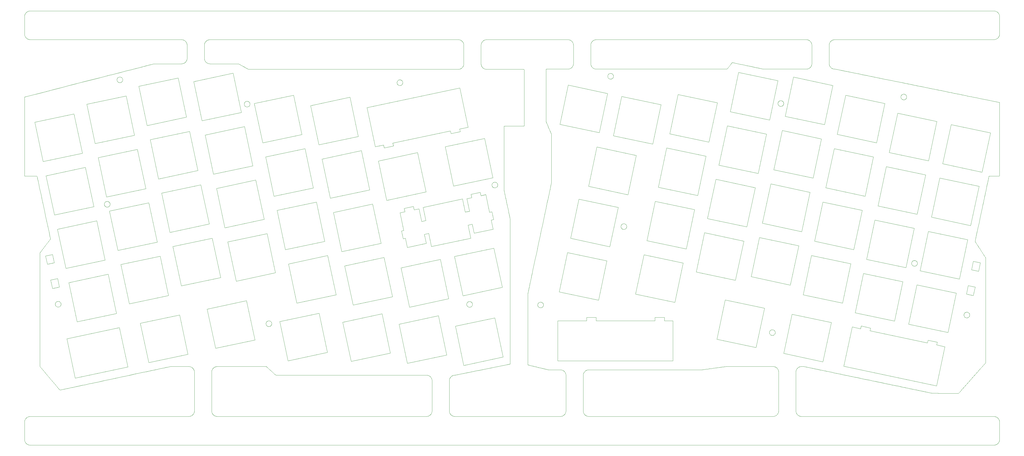
<source format=gm1>
G04 #@! TF.GenerationSoftware,KiCad,Pcbnew,(5.1.5-0-10_14)*
G04 #@! TF.CreationDate,2020-05-13T21:40:07+09:00*
G04 #@! TF.ProjectId,LR-key-v02-001,4c522d6b-6579-42d7-9630-322d3030312e,rev?*
G04 #@! TF.SameCoordinates,Original*
G04 #@! TF.FileFunction,Profile,NP*
%FSLAX46Y46*%
G04 Gerber Fmt 4.6, Leading zero omitted, Abs format (unit mm)*
G04 Created by KiCad (PCBNEW (5.1.5-0-10_14)) date 2020-05-13 21:40:07*
%MOMM*%
%LPD*%
G04 APERTURE LIST*
%ADD10C,0.050000*%
G04 APERTURE END LIST*
D10*
X290963520Y-99102866D02*
X290973284Y-99061320D01*
X290973284Y-99061320D02*
X290985256Y-99018687D01*
X290985256Y-99018687D02*
X290997662Y-98980696D01*
X290997662Y-98980696D02*
X291011466Y-98943488D01*
X291011466Y-98943488D02*
X291026953Y-98906379D01*
X291026953Y-98906379D02*
X291043309Y-98871180D01*
X291043309Y-98871180D02*
X291060383Y-98837838D01*
X291060383Y-98837838D02*
X291081343Y-98800686D01*
X291081343Y-98800686D02*
X291102313Y-98766866D01*
X291102313Y-98766866D02*
X291122564Y-98736840D01*
X291122564Y-98736840D02*
X291147041Y-98703427D01*
X291147041Y-98703427D02*
X291169787Y-98674794D01*
X291169787Y-98674794D02*
X291195269Y-98645106D01*
X291195269Y-98645106D02*
X291219874Y-98618533D01*
X291219874Y-98618533D02*
X291245515Y-98592778D01*
X291245515Y-98592778D02*
X291271756Y-98568253D01*
X291271756Y-98568253D02*
X291298970Y-98544587D01*
X291298970Y-98544587D02*
X291327137Y-98521815D01*
X291327137Y-98521815D02*
X291355788Y-98500306D01*
X291355788Y-98500306D02*
X291386577Y-98478899D01*
X291386577Y-98478899D02*
X291419413Y-98457870D01*
X291419413Y-98457870D02*
X291451410Y-98439044D01*
X291451410Y-98439044D02*
X291486097Y-98420375D01*
X291486097Y-98420375D02*
X291519812Y-98403863D01*
X291519812Y-98403863D02*
X291556928Y-98387443D01*
X291556928Y-98387443D02*
X291593492Y-98372979D01*
X291593492Y-98372979D02*
X291630663Y-98359943D01*
X291630663Y-98359943D02*
X291668941Y-98348209D01*
X291668941Y-98348209D02*
X291708674Y-98337774D01*
X291708674Y-98337774D02*
X291750423Y-98328677D01*
X291750423Y-98328677D02*
X291797016Y-98320713D01*
X291797016Y-98320713D02*
X291842627Y-98315111D01*
X291842627Y-98315111D02*
X291890230Y-98311536D01*
X291890230Y-98311536D02*
X291939802Y-98310256D01*
X291939802Y-98310256D02*
X291989738Y-98311472D01*
X291989738Y-98311472D02*
X292036819Y-98314923D01*
X292036819Y-98314923D02*
X292082516Y-98320420D01*
X292082516Y-98320420D02*
X292126757Y-98327782D01*
X292126757Y-98327782D02*
X292149700Y-98332400D01*
X262190401Y-29593226D02*
X262191156Y-29648880D01*
X262191156Y-29648880D02*
X262193121Y-29698570D01*
X262193121Y-29698570D02*
X262196167Y-29746356D01*
X262196167Y-29746356D02*
X262200322Y-29793831D01*
X262200322Y-29793831D02*
X262205575Y-29840983D01*
X262205575Y-29840983D02*
X262211686Y-29886242D01*
X262211686Y-29886242D02*
X262218536Y-29929633D01*
X262218536Y-29929633D02*
X262226238Y-29972327D01*
X262226238Y-29972327D02*
X262234754Y-30014319D01*
X262234754Y-30014319D02*
X262244591Y-30057877D01*
X262244591Y-30057877D02*
X262255270Y-30100693D01*
X262255270Y-30100693D02*
X262266019Y-30140175D01*
X262266019Y-30140175D02*
X262278678Y-30183004D01*
X262278678Y-30183004D02*
X262290931Y-30221421D01*
X262290931Y-30221421D02*
X262303680Y-30258779D01*
X262303680Y-30258779D02*
X262317273Y-30296156D01*
X262317273Y-30296156D02*
X262333140Y-30337080D01*
X262333140Y-30337080D02*
X262348088Y-30373361D01*
X262348088Y-30373361D02*
X262364182Y-30410316D01*
X262364182Y-30410316D02*
X262380025Y-30444824D01*
X262380025Y-30444824D02*
X262398858Y-30483728D01*
X262398858Y-30483728D02*
X262416393Y-30518133D01*
X262416393Y-30518133D02*
X262434209Y-30551491D01*
X262434209Y-30551491D02*
X262452442Y-30584139D01*
X262452442Y-30584139D02*
X262470879Y-30615760D01*
X262470879Y-30615760D02*
X262491066Y-30648929D01*
X262491066Y-30648929D02*
X262512285Y-30682305D01*
X262512285Y-30682305D02*
X262532245Y-30712425D01*
X262532245Y-30712425D02*
X262553159Y-30742773D01*
X262553159Y-30742773D02*
X262574173Y-30772107D01*
X262574173Y-30772107D02*
X262596150Y-30801641D01*
X262596150Y-30801641D02*
X262619818Y-30832229D01*
X262619818Y-30832229D02*
X262643585Y-30861764D01*
X262643585Y-30861764D02*
X262666678Y-30889403D01*
X262666678Y-30889403D02*
X262691992Y-30918586D01*
X262691992Y-30918586D02*
X262718368Y-30947823D01*
X262718368Y-30947823D02*
X262742974Y-30974095D01*
X262742974Y-30974095D02*
X262771210Y-31003116D01*
X262771210Y-31003116D02*
X262797600Y-31029214D01*
X262797600Y-31029214D02*
X262823647Y-31054052D01*
X262823647Y-31054052D02*
X262850416Y-31078676D01*
X262850416Y-31078676D02*
X262878195Y-31103305D01*
X262878195Y-31103305D02*
X262905857Y-31126945D01*
X262905857Y-31126945D02*
X262934534Y-31150556D01*
X262934534Y-31150556D02*
X262963062Y-31173181D01*
X262963062Y-31173181D02*
X262992310Y-31195521D01*
X262992310Y-31195521D02*
X263021364Y-31216889D01*
X263021364Y-31216889D02*
X263050817Y-31237745D01*
X263050817Y-31237745D02*
X263081282Y-31258496D01*
X263081282Y-31258496D02*
X263114050Y-31279915D01*
X263114050Y-31279915D02*
X263148544Y-31301494D01*
X263148544Y-31301494D02*
X263180898Y-31320862D01*
X263180898Y-31320862D02*
X263214305Y-31340005D01*
X263214305Y-31340005D02*
X263248111Y-31358518D01*
X263248111Y-31358518D02*
X263281633Y-31376050D01*
X263281633Y-31376050D02*
X263316207Y-31393296D01*
X263316207Y-31393296D02*
X263352188Y-31410366D01*
X263352188Y-31410366D02*
X263387170Y-31426129D01*
X263387170Y-31426129D02*
X263424964Y-31442256D01*
X263424964Y-31442256D02*
X263462797Y-31457488D01*
X263462797Y-31457488D02*
X263499933Y-31471571D01*
X263499933Y-31471571D02*
X263537777Y-31485056D01*
X263537777Y-31485056D02*
X263577065Y-31498151D01*
X263577065Y-31498151D02*
X263616712Y-31510452D01*
X263616712Y-31510452D02*
X263658193Y-31522360D01*
X263658193Y-31522360D02*
X263698537Y-31533010D01*
X263698537Y-31533010D02*
X263739968Y-31543013D01*
X263739968Y-31543013D02*
X263782871Y-31552385D01*
X263782871Y-31552385D02*
X263825345Y-31560693D01*
X263825345Y-31560693D02*
X263869295Y-31568288D01*
X263869295Y-31568288D02*
X263912789Y-31574812D01*
X263912789Y-31574812D02*
X263958154Y-31580579D01*
X263958154Y-31580579D02*
X264008573Y-31585758D01*
X264008573Y-31585758D02*
X264056169Y-31589475D01*
X264056169Y-31589475D02*
X264104074Y-31592075D01*
X264104074Y-31592075D02*
X264153078Y-31593559D01*
X264153078Y-31593559D02*
X264190226Y-31593900D01*
X-10814304Y-96718653D02*
X-10814304Y-96718653D01*
X-10190564Y-99653200D02*
X-10814304Y-96718653D01*
X-7757583Y-99135886D02*
X-10190564Y-99653200D01*
X-8381238Y-96202186D02*
X-7757583Y-99135886D01*
X-10814304Y-96718653D02*
X-8381238Y-96202186D01*
X-9020302Y-105159073D02*
X-9020302Y-105159073D01*
X-8396562Y-108093620D02*
X-9020302Y-105159073D01*
X-5963496Y-107577153D02*
X-8396562Y-108093620D01*
X-6587236Y-104642606D02*
X-5963496Y-107577153D01*
X-9020302Y-105159073D02*
X-6587236Y-104642606D01*
X-6632278Y-112578413D02*
X-6632278Y-112578413D01*
X-14586458Y-50135900D02*
X-14586458Y-50135900D01*
X-11675618Y-63829886D02*
X-14586458Y-50135900D01*
X2018877Y-60919046D02*
X-11675618Y-63829886D01*
X-891963Y-47225060D02*
X2018877Y-60919046D01*
X-14586458Y-50135900D02*
X-891963Y-47225060D01*
X-5446268Y-113348880D02*
X-5456050Y-113307140D01*
X-5456050Y-113307140D02*
X-5467600Y-113265849D01*
X-5467600Y-113265849D02*
X-5480329Y-113226725D01*
X-5480329Y-113226725D02*
X-5494115Y-113189527D01*
X-5494115Y-113189527D02*
X-5508959Y-113153855D01*
X-5508959Y-113153855D02*
X-5525248Y-113118635D01*
X-5525248Y-113118635D02*
X-5542628Y-113084595D01*
X-5542628Y-113084595D02*
X-5560830Y-113052067D01*
X-5560830Y-113052067D02*
X-5580162Y-113020373D01*
X-5580162Y-113020373D02*
X-5600158Y-112990162D01*
X-5600158Y-112990162D02*
X-5621401Y-112960484D01*
X-5621401Y-112960484D02*
X-5643775Y-112931537D01*
X-5643775Y-112931537D02*
X-5666892Y-112903786D01*
X-5666892Y-112903786D02*
X-5691075Y-112876805D01*
X-5691075Y-112876805D02*
X-5718308Y-112848633D01*
X-5718308Y-112848633D02*
X-5744365Y-112823632D01*
X-5744365Y-112823632D02*
X-5770846Y-112799979D01*
X-5770846Y-112799979D02*
X-5799003Y-112776593D01*
X-5799003Y-112776593D02*
X-5827519Y-112754596D01*
X-5827519Y-112754596D02*
X-5857101Y-112733429D01*
X-5857101Y-112733429D02*
X-5888055Y-112712948D01*
X-5888055Y-112712948D02*
X-5921365Y-112692671D01*
X-5921365Y-112692671D02*
X-5953789Y-112674573D01*
X-5953789Y-112674573D02*
X-5987554Y-112657346D01*
X-5987554Y-112657346D02*
X-6027143Y-112639132D01*
X-6027143Y-112639132D02*
X-6063324Y-112624257D01*
X-6063324Y-112624257D02*
X-6100472Y-112610661D01*
X-6100472Y-112610661D02*
X-6138924Y-112598306D01*
X-6138924Y-112598306D02*
X-6178117Y-112587442D01*
X-6178117Y-112587442D02*
X-6221182Y-112577459D01*
X-6221182Y-112577459D02*
X-6266117Y-112569159D01*
X-6266117Y-112569159D02*
X-6313103Y-112562737D01*
X-6313103Y-112562737D02*
X-6359044Y-112558648D01*
X-6359044Y-112558648D02*
X-6408492Y-112556641D01*
X-6408492Y-112556641D02*
X-6458319Y-112557105D01*
X-6458319Y-112557105D02*
X-6508455Y-112560094D01*
X-6508455Y-112560094D02*
X-6554092Y-112565021D01*
X-6554092Y-112565021D02*
X-6598286Y-112571815D01*
X-6598286Y-112571815D02*
X-6632278Y-112578413D01*
X-6216480Y-114535060D02*
X-6174962Y-114525288D01*
X-6174962Y-114525288D02*
X-6134824Y-114514058D01*
X-6134824Y-114514058D02*
X-6094759Y-114501025D01*
X-6094759Y-114501025D02*
X-6057568Y-114487224D01*
X-6057568Y-114487224D02*
X-6020118Y-114471583D01*
X-6020118Y-114471583D02*
X-5984940Y-114455213D01*
X-5984940Y-114455213D02*
X-5950942Y-114437758D01*
X-5950942Y-114437758D02*
X-5918452Y-114419484D01*
X-5918452Y-114419484D02*
X-5887440Y-114400496D01*
X-5887440Y-114400496D02*
X-5855367Y-114379157D01*
X-5855367Y-114379157D02*
X-5825761Y-114357805D01*
X-5825761Y-114357805D02*
X-5797329Y-114335684D01*
X-5797329Y-114335684D02*
X-5769209Y-114312114D01*
X-5769209Y-114312114D02*
X-5742301Y-114287834D01*
X-5742301Y-114287834D02*
X-5716331Y-114262643D01*
X-5716331Y-114262643D02*
X-5691325Y-114236571D01*
X-5691325Y-114236571D02*
X-5667544Y-114209933D01*
X-5667544Y-114209933D02*
X-5644626Y-114182348D01*
X-5644626Y-114182348D02*
X-5622830Y-114154132D01*
X-5622830Y-114154132D02*
X-5600674Y-114123173D01*
X-5600674Y-114123173D02*
X-5580610Y-114092829D01*
X-5580610Y-114092829D02*
X-5559572Y-114058217D01*
X-5559572Y-114058217D02*
X-5540639Y-114024102D01*
X-5540639Y-114024102D02*
X-5523684Y-113990610D01*
X-5523684Y-113990610D02*
X-5507524Y-113955449D01*
X-5507524Y-113955449D02*
X-5491828Y-113917369D01*
X-5491828Y-113917369D02*
X-5478423Y-113880757D01*
X-5478423Y-113880757D02*
X-5466107Y-113842497D01*
X-5466107Y-113842497D02*
X-5455037Y-113802583D01*
X-5455037Y-113802583D02*
X-5445419Y-113761205D01*
X-5445419Y-113761205D02*
X-5437304Y-113717807D01*
X-5437304Y-113717807D02*
X-5431062Y-113673537D01*
X-5431062Y-113673537D02*
X-5426643Y-113626519D01*
X-5426643Y-113626519D02*
X-5424456Y-113578687D01*
X-5424456Y-113578687D02*
X-5424681Y-113527375D01*
X-5424681Y-113527375D02*
X-5427334Y-113478867D01*
X-5427334Y-113478867D02*
X-5431998Y-113433287D01*
X-5431998Y-113433287D02*
X-5438539Y-113389148D01*
X-5438539Y-113389148D02*
X-5446268Y-113348880D01*
X-7402491Y-113764593D02*
X-7392750Y-113806067D01*
X-7392750Y-113806067D02*
X-7381609Y-113845978D01*
X-7381609Y-113845978D02*
X-7368424Y-113886574D01*
X-7368424Y-113886574D02*
X-7354779Y-113923365D01*
X-7354779Y-113923365D02*
X-7339794Y-113959367D01*
X-7339794Y-113959367D02*
X-7323501Y-113994553D01*
X-7323501Y-113994553D02*
X-7306122Y-114028564D01*
X-7306122Y-114028564D02*
X-7288112Y-114060741D01*
X-7288112Y-114060741D02*
X-7268795Y-114092428D01*
X-7268795Y-114092428D02*
X-7248484Y-114123105D01*
X-7248484Y-114123105D02*
X-7225532Y-114155047D01*
X-7225532Y-114155047D02*
X-7202242Y-114184944D01*
X-7202242Y-114184944D02*
X-7178886Y-114212726D01*
X-7178886Y-114212726D02*
X-7154587Y-114239592D01*
X-7154587Y-114239592D02*
X-7129775Y-114265119D01*
X-7129775Y-114265119D02*
X-7103281Y-114290484D01*
X-7103281Y-114290484D02*
X-7076336Y-114314472D01*
X-7076336Y-114314472D02*
X-7048575Y-114337458D01*
X-7048575Y-114337458D02*
X-7018821Y-114360315D01*
X-7018821Y-114360315D02*
X-6989488Y-114381195D01*
X-6989488Y-114381195D02*
X-6958164Y-114401813D01*
X-6958164Y-114401813D02*
X-6924792Y-114422007D01*
X-6924792Y-114422007D02*
X-6890654Y-114440902D01*
X-6890654Y-114440902D02*
X-6857139Y-114457822D01*
X-6857139Y-114457822D02*
X-6821609Y-114474096D01*
X-6821609Y-114474096D02*
X-6785428Y-114488991D01*
X-6785428Y-114488991D02*
X-6748635Y-114502487D01*
X-6748635Y-114502487D02*
X-6709827Y-114514988D01*
X-6709827Y-114514988D02*
X-6670447Y-114525918D01*
X-6670447Y-114525918D02*
X-6627569Y-114535878D01*
X-6627569Y-114535878D02*
X-6584140Y-114543958D01*
X-6584140Y-114543958D02*
X-6540218Y-114550120D01*
X-6540218Y-114550120D02*
X-6493934Y-114554465D01*
X-6493934Y-114554465D02*
X-6444912Y-114556695D01*
X-6444912Y-114556695D02*
X-6395117Y-114556480D01*
X-6395117Y-114556480D02*
X-6346576Y-114553868D01*
X-6346576Y-114553868D02*
X-6300962Y-114549245D01*
X-6300962Y-114549245D02*
X-6256783Y-114542746D01*
X-6256783Y-114542746D02*
X-6216480Y-114535060D01*
X-6632278Y-112578413D02*
X-6675339Y-112588578D01*
X-6675339Y-112588578D02*
X-6716775Y-112600265D01*
X-6716775Y-112600265D02*
X-6754736Y-112612685D01*
X-6754736Y-112612685D02*
X-6791545Y-112626359D01*
X-6791545Y-112626359D02*
X-6827209Y-112641219D01*
X-6827209Y-112641219D02*
X-6861896Y-112657269D01*
X-6861896Y-112657269D02*
X-6895090Y-112674186D01*
X-6895090Y-112674186D02*
X-6928973Y-112693123D01*
X-6928973Y-112693123D02*
X-6960666Y-112712460D01*
X-6960666Y-112712460D02*
X-6991034Y-112732569D01*
X-6991034Y-112732569D02*
X-7021467Y-112754386D01*
X-7021467Y-112754386D02*
X-7050534Y-112776911D01*
X-7050534Y-112776911D02*
X-7078114Y-112799937D01*
X-7078114Y-112799937D02*
X-7104656Y-112823761D01*
X-7104656Y-112823761D02*
X-7130290Y-112848475D01*
X-7130290Y-112848475D02*
X-7156402Y-112875555D01*
X-7156402Y-112875555D02*
X-7180468Y-112902424D01*
X-7180468Y-112902424D02*
X-7204475Y-112931284D01*
X-7204475Y-112931284D02*
X-7226701Y-112960094D01*
X-7226701Y-112960094D02*
X-7249775Y-112992461D01*
X-7249775Y-112992461D02*
X-7269749Y-113022849D01*
X-7269749Y-113022849D02*
X-7289179Y-113054913D01*
X-7289179Y-113054913D02*
X-7307407Y-113087689D01*
X-7307407Y-113087689D02*
X-7324902Y-113122155D01*
X-7324902Y-113122155D02*
X-7341224Y-113157647D01*
X-7341224Y-113157647D02*
X-7358344Y-113199408D01*
X-7358344Y-113199408D02*
X-7371789Y-113236613D01*
X-7371789Y-113236613D02*
X-7383988Y-113275120D01*
X-7383988Y-113275120D02*
X-7394827Y-113314918D01*
X-7394827Y-113314918D02*
X-7404260Y-113356366D01*
X-7404260Y-113356366D02*
X-7412206Y-113400017D01*
X-7412206Y-113400017D02*
X-7418346Y-113445311D01*
X-7418346Y-113445311D02*
X-7422419Y-113491258D01*
X-7422419Y-113491258D02*
X-7424430Y-113542264D01*
X-7424430Y-113542264D02*
X-7423861Y-113592117D01*
X-7423861Y-113592117D02*
X-7420900Y-113640706D01*
X-7420900Y-113640706D02*
X-7415942Y-113686365D01*
X-7415942Y-113686365D02*
X-7409113Y-113730582D01*
X-7409113Y-113730582D02*
X-7402491Y-113764593D01*
X-10625751Y-68769340D02*
X-10625751Y-68769340D01*
X-7714911Y-82463326D02*
X-10625751Y-68769340D01*
X5979584Y-79552486D02*
X-7714911Y-82463326D01*
X3068744Y-65858500D02*
X5979584Y-79552486D01*
X-10625751Y-68769340D02*
X3068744Y-65858500D01*
X-6665044Y-87402780D02*
X-6665044Y-87402780D01*
X-3754204Y-101097613D02*
X-6665044Y-87402780D01*
X9940290Y-98186773D02*
X-3754204Y-101097613D01*
X7029450Y-84491940D02*
X9940290Y-98186773D01*
X-6665044Y-87402780D02*
X7029450Y-84491940D01*
X10659957Y-79700653D02*
X10659957Y-79700653D01*
X-2704338Y-106036220D02*
X-2704338Y-106036220D01*
X206502Y-119731053D02*
X-2704338Y-106036220D01*
X13900997Y-116820213D02*
X206502Y-119731053D01*
X10990157Y-103125380D02*
X13900997Y-116820213D01*
X-2704338Y-106036220D02*
X10990157Y-103125380D01*
X9661737Y-78700740D02*
X9662997Y-78751449D01*
X9662997Y-78751449D02*
X9666473Y-78798736D01*
X9666473Y-78798736D02*
X9671834Y-78843439D01*
X9671834Y-78843439D02*
X9678924Y-78886360D01*
X9678924Y-78886360D02*
X9687636Y-78927886D01*
X9687636Y-78927886D02*
X9697943Y-78968385D01*
X9697943Y-78968385D02*
X9710115Y-79008934D01*
X9710115Y-79008934D02*
X9723337Y-79047126D01*
X9723337Y-79047126D02*
X9737748Y-79083895D01*
X9737748Y-79083895D02*
X9753470Y-79119762D01*
X9753470Y-79119762D02*
X9770193Y-79154205D01*
X9770193Y-79154205D02*
X9787995Y-79187563D01*
X9787995Y-79187563D02*
X9808574Y-79222726D01*
X9808574Y-79222726D02*
X9828851Y-79254452D01*
X9828851Y-79254452D02*
X9849393Y-79284128D01*
X9849393Y-79284128D02*
X9871883Y-79314197D01*
X9871883Y-79314197D02*
X9894495Y-79342229D01*
X9894495Y-79342229D02*
X9918080Y-79369414D01*
X9918080Y-79369414D02*
X9944697Y-79397882D01*
X9944697Y-79397882D02*
X9969949Y-79422960D01*
X9969949Y-79422960D02*
X9996630Y-79447630D01*
X9996630Y-79447630D02*
X10025063Y-79472046D01*
X10025063Y-79472046D02*
X10054101Y-79495168D01*
X10054101Y-79495168D02*
X10082928Y-79516458D01*
X10082928Y-79516458D02*
X10113155Y-79537136D01*
X10113155Y-79537136D02*
X10144480Y-79556915D01*
X10144480Y-79556915D02*
X10176571Y-79575548D01*
X10176571Y-79575548D02*
X10210914Y-79593778D01*
X10210914Y-79593778D02*
X10244992Y-79610218D01*
X10244992Y-79610218D02*
X10280119Y-79625532D01*
X10280119Y-79625532D02*
X10316641Y-79639784D01*
X10316641Y-79639784D02*
X10356750Y-79653560D01*
X10356750Y-79653560D02*
X10395558Y-79665094D01*
X10395558Y-79665094D02*
X10435758Y-79675252D01*
X10435758Y-79675252D02*
X10479442Y-79684289D01*
X10479442Y-79684289D02*
X10522820Y-79691258D01*
X10522820Y-79691258D02*
X10567972Y-79696446D01*
X10567972Y-79696446D02*
X10617083Y-79699740D01*
X10617083Y-79699740D02*
X10659957Y-79700653D01*
X10659957Y-77700826D02*
X10607928Y-77702167D01*
X10607928Y-77702167D02*
X10558935Y-77705909D01*
X10558935Y-77705909D02*
X10513710Y-77711534D01*
X10513710Y-77711534D02*
X10462837Y-77720409D01*
X10462837Y-77720409D02*
X10421101Y-77729764D01*
X10421101Y-77729764D02*
X10381690Y-77740364D01*
X10381690Y-77740364D02*
X10343476Y-77752339D01*
X10343476Y-77752339D02*
X10306645Y-77765524D01*
X10306645Y-77765524D02*
X10269964Y-77780322D01*
X10269964Y-77780322D02*
X10234010Y-77796516D01*
X10234010Y-77796516D02*
X10200160Y-77813376D01*
X10200160Y-77813376D02*
X10167536Y-77831186D01*
X10167536Y-77831186D02*
X10135655Y-77850164D01*
X10135655Y-77850164D02*
X10104394Y-77870386D01*
X10104394Y-77870386D02*
X10074850Y-77891061D01*
X10074850Y-77891061D02*
X10045946Y-77912879D01*
X10045946Y-77912879D02*
X10018155Y-77935468D01*
X10018155Y-77935468D02*
X9991195Y-77959018D01*
X9991195Y-77959018D02*
X9965095Y-77983506D01*
X9965095Y-77983506D02*
X9939492Y-78009309D01*
X9939492Y-78009309D02*
X9915078Y-78035747D01*
X9915078Y-78035747D02*
X9891615Y-78063051D01*
X9891615Y-78063051D02*
X9869011Y-78091341D01*
X9869011Y-78091341D02*
X9847642Y-78120153D01*
X9847642Y-78120153D02*
X9827187Y-78149898D01*
X9827187Y-78149898D02*
X9807003Y-78181694D01*
X9807003Y-78181694D02*
X9788547Y-78213294D01*
X9788547Y-78213294D02*
X9770882Y-78246290D01*
X9770882Y-78246290D02*
X9753629Y-78281727D01*
X9753629Y-78281727D02*
X9737748Y-78317931D01*
X9737748Y-78317931D02*
X9723271Y-78354863D01*
X9723271Y-78354863D02*
X9710352Y-78392125D01*
X9710352Y-78392125D02*
X9698356Y-78431893D01*
X9698356Y-78431893D02*
X9687989Y-78472339D01*
X9687989Y-78472339D02*
X9679213Y-78513805D01*
X9679213Y-78513805D02*
X9672058Y-78556661D01*
X9672058Y-78556661D02*
X9666551Y-78602081D01*
X9666551Y-78602081D02*
X9662997Y-78650099D01*
X9662997Y-78650099D02*
X9661737Y-78700740D01*
X11661733Y-78700740D02*
X11660527Y-78651296D01*
X11660527Y-78651296D02*
X11657105Y-78604053D01*
X11657105Y-78604053D02*
X11651682Y-78558606D01*
X11651682Y-78558606D02*
X11644247Y-78513805D01*
X11644247Y-78513805D02*
X11635510Y-78472528D01*
X11635510Y-78472528D02*
X11625299Y-78432637D01*
X11625299Y-78432637D02*
X11613682Y-78393950D01*
X11613682Y-78393950D02*
X11600692Y-78356298D01*
X11600692Y-78356298D02*
X11586401Y-78319690D01*
X11586401Y-78319690D02*
X11570411Y-78283106D01*
X11570411Y-78283106D02*
X11553878Y-78248987D01*
X11553878Y-78248987D02*
X11535274Y-78214117D01*
X11535274Y-78214117D02*
X11516530Y-78182016D01*
X11516530Y-78182016D02*
X11496949Y-78151155D01*
X11496949Y-78151155D02*
X11476284Y-78121071D01*
X11476284Y-78121071D02*
X11454102Y-78091193D01*
X11454102Y-78091193D02*
X11430612Y-78061896D01*
X11430612Y-78061896D02*
X11404047Y-78031280D01*
X11404047Y-78031280D02*
X11379815Y-78005393D01*
X11379815Y-78005393D02*
X11352792Y-77978562D01*
X11352792Y-77978562D02*
X11324065Y-77952139D01*
X11324065Y-77952139D02*
X11296935Y-77928984D01*
X11296935Y-77928984D02*
X11268829Y-77906671D01*
X11268829Y-77906671D02*
X11239304Y-77884924D01*
X11239304Y-77884924D02*
X11209440Y-77864552D01*
X11209440Y-77864552D02*
X11175257Y-77843095D01*
X11175257Y-77843095D02*
X11143319Y-77824722D01*
X11143319Y-77824722D02*
X11109976Y-77807163D01*
X11109976Y-77807163D02*
X11074350Y-77790124D01*
X11074350Y-77790124D02*
X11037961Y-77774463D01*
X11037961Y-77774463D02*
X11001204Y-77760341D01*
X11001204Y-77760341D02*
X10963035Y-77747405D01*
X10963035Y-77747405D02*
X10924378Y-77736027D01*
X10924378Y-77736027D02*
X10883764Y-77725872D01*
X10883764Y-77725872D02*
X10841166Y-77717141D01*
X10841166Y-77717141D02*
X10797344Y-77710149D01*
X10797344Y-77710149D02*
X10752121Y-77704999D01*
X10752121Y-77704999D02*
X10704303Y-77701786D01*
X10704303Y-77701786D02*
X10659957Y-77700826D01*
X10659957Y-79700653D02*
X10709113Y-79699470D01*
X10709113Y-79699470D02*
X10756473Y-79696078D01*
X10756473Y-79696078D02*
X10801247Y-79690798D01*
X10801247Y-79690798D02*
X10845782Y-79683508D01*
X10845782Y-79683508D02*
X10888686Y-79674507D01*
X10888686Y-79674507D02*
X10930153Y-79663912D01*
X10930153Y-79663912D02*
X10970357Y-79651795D01*
X10970357Y-79651795D02*
X11008037Y-79638726D01*
X11008037Y-79638726D02*
X11045016Y-79624222D01*
X11045016Y-79624222D02*
X11079881Y-79608949D01*
X11079881Y-79608949D02*
X11114038Y-79592408D01*
X11114038Y-79592408D02*
X11147455Y-79574631D01*
X11147455Y-79574631D02*
X11179784Y-79555841D01*
X11179784Y-79555841D02*
X11214471Y-79533817D01*
X11214471Y-79533817D02*
X11245427Y-79512412D01*
X11245427Y-79512412D02*
X11274632Y-79490581D01*
X11274632Y-79490581D02*
X11303580Y-79467247D01*
X11303580Y-79467247D02*
X11330785Y-79443627D01*
X11330785Y-79443627D02*
X11356850Y-79419319D01*
X11356850Y-79419319D02*
X11383593Y-79392488D01*
X11383593Y-79392488D02*
X11408059Y-79366062D01*
X11408059Y-79366062D02*
X11432533Y-79337616D01*
X11432533Y-79337616D02*
X11455020Y-79309445D01*
X11455020Y-79309445D02*
X11476721Y-79280156D01*
X11476721Y-79280156D02*
X11497571Y-79249746D01*
X11497571Y-79249746D02*
X11517118Y-79218865D01*
X11517118Y-79218865D02*
X11536837Y-79184921D01*
X11536837Y-79184921D02*
X11554391Y-79151841D01*
X11554391Y-79151841D02*
X11571046Y-79117348D01*
X11571046Y-79117348D02*
X11586256Y-79082486D01*
X11586256Y-79082486D02*
X11600692Y-79045512D01*
X11600692Y-79045512D02*
X11613682Y-79007838D01*
X11613682Y-79007838D02*
X11625247Y-78969313D01*
X11625247Y-78969313D02*
X11635555Y-78929020D01*
X11635555Y-78929020D02*
X11644536Y-78886360D01*
X11644536Y-78886360D02*
X11651626Y-78843439D01*
X11651626Y-78843439D02*
X11657105Y-78797553D01*
X11657105Y-78797553D02*
X11660527Y-78750247D01*
X11660527Y-78750247D02*
X11661733Y-78700740D01*
X14860101Y-34335406D02*
X14860101Y-34335406D01*
X-3402160Y-125660260D02*
X-3402160Y-125660260D01*
X-491320Y-139355093D02*
X-3402160Y-125660260D01*
X17861704Y-135453653D02*
X-491320Y-139355093D01*
X14950864Y-121759666D02*
X17861704Y-135453653D01*
X-3402160Y-125660260D02*
X14950864Y-121759666D01*
X16046112Y-35105873D02*
X16036371Y-35064328D01*
X16036371Y-35064328D02*
X16025230Y-35024364D01*
X16025230Y-35024364D02*
X16012561Y-34985206D01*
X16012561Y-34985206D02*
X15998972Y-34948344D01*
X15998972Y-34948344D02*
X15984040Y-34912275D01*
X15984040Y-34912275D02*
X15967798Y-34877020D01*
X15967798Y-34877020D02*
X15949833Y-34841758D01*
X15949833Y-34841758D02*
X15931541Y-34809060D01*
X15931541Y-34809060D02*
X15912211Y-34777366D01*
X15912211Y-34777366D02*
X15892214Y-34747155D01*
X15892214Y-34747155D02*
X15870970Y-34717477D01*
X15870970Y-34717477D02*
X15848594Y-34688530D01*
X15848594Y-34688530D02*
X15824491Y-34659636D01*
X15824491Y-34659636D02*
X15798208Y-34630490D01*
X15798208Y-34630490D02*
X15773262Y-34604830D01*
X15773262Y-34604830D02*
X15746902Y-34579605D01*
X15746902Y-34579605D02*
X15719957Y-34555625D01*
X15719957Y-34555625D02*
X15690142Y-34531015D01*
X15690142Y-34531015D02*
X15660025Y-34508023D01*
X15660025Y-34508023D02*
X15628148Y-34485562D01*
X15628148Y-34485562D02*
X15597657Y-34465743D01*
X15597657Y-34465743D02*
X15565814Y-34446658D01*
X15565814Y-34446658D02*
X15533444Y-34428840D01*
X15533444Y-34428840D02*
X15499745Y-34411888D01*
X15499745Y-34411888D02*
X15465230Y-34396125D01*
X15465230Y-34396125D02*
X15428872Y-34381181D01*
X15428872Y-34381181D02*
X15392256Y-34367777D01*
X15392256Y-34367777D02*
X15353448Y-34355299D01*
X15353448Y-34355299D02*
X15314068Y-34344389D01*
X15314068Y-34344389D02*
X15272678Y-34334764D01*
X15272678Y-34334764D02*
X15230584Y-34326858D01*
X15230584Y-34326858D02*
X15185361Y-34320435D01*
X15185361Y-34320435D02*
X15139476Y-34316064D01*
X15139476Y-34316064D02*
X15091633Y-34313786D01*
X15091633Y-34313786D02*
X15040298Y-34313903D01*
X15040298Y-34313903D02*
X14991768Y-34316452D01*
X14991768Y-34316452D02*
X14946158Y-34321012D01*
X14946158Y-34321012D02*
X14901984Y-34327447D01*
X14901984Y-34327447D02*
X14860101Y-34335406D01*
X15275899Y-36292053D02*
X15317409Y-36282281D01*
X15317409Y-36282281D02*
X15358876Y-36270649D01*
X15358876Y-36270649D02*
X15396868Y-36258277D01*
X15396868Y-36258277D02*
X15433710Y-36244646D01*
X15433710Y-36244646D02*
X15469405Y-36229831D01*
X15469405Y-36229831D02*
X15503775Y-36213984D01*
X15503775Y-36213984D02*
X15537351Y-36196931D01*
X15537351Y-36196931D02*
X15569943Y-36178799D01*
X15569943Y-36178799D02*
X15601382Y-36159742D01*
X15601382Y-36159742D02*
X15631987Y-36139608D01*
X15631987Y-36139608D02*
X15661734Y-36118429D01*
X15661734Y-36118429D02*
X15691793Y-36095290D01*
X15691793Y-36095290D02*
X15719447Y-36072323D01*
X15719447Y-36072323D02*
X15745926Y-36048682D01*
X15745926Y-36048682D02*
X15771777Y-36023899D01*
X15771777Y-36023899D02*
X15798999Y-35995771D01*
X15798999Y-35995771D02*
X15822860Y-35969202D01*
X15822860Y-35969202D02*
X15847157Y-35940075D01*
X15847157Y-35940075D02*
X15870098Y-35910374D01*
X15870098Y-35910374D02*
X15891061Y-35881094D01*
X15891061Y-35881094D02*
X15913469Y-35847129D01*
X15913469Y-35847129D02*
X15932800Y-35815211D01*
X15932800Y-35815211D02*
X15952435Y-35779768D01*
X15952435Y-35779768D02*
X15969339Y-35746250D01*
X15969339Y-35746250D02*
X15985597Y-35710719D01*
X15985597Y-35710719D02*
X16000473Y-35674539D01*
X16000473Y-35674539D02*
X16014438Y-35636324D01*
X16014438Y-35636324D02*
X16026751Y-35597862D01*
X16026751Y-35597862D02*
X16037986Y-35557005D01*
X16037986Y-35557005D02*
X16047574Y-35515223D01*
X16047574Y-35515223D02*
X16055374Y-35472918D01*
X16055374Y-35472918D02*
X16061642Y-35427674D01*
X16061642Y-35427674D02*
X16065939Y-35380438D01*
X16065939Y-35380438D02*
X16068005Y-35331033D01*
X16068005Y-35331033D02*
X16067593Y-35281246D01*
X16067593Y-35281246D02*
X16064785Y-35232724D01*
X16064785Y-35232724D02*
X16059974Y-35187132D01*
X16059974Y-35187132D02*
X16053289Y-35142984D01*
X16053289Y-35142984D02*
X16046112Y-35105873D01*
X14089888Y-35521586D02*
X14099622Y-35563122D01*
X14099622Y-35563122D02*
X14110762Y-35603087D01*
X14110762Y-35603087D02*
X14123433Y-35642244D01*
X14123433Y-35642244D02*
X14137450Y-35680202D01*
X14137450Y-35680202D02*
X14152424Y-35716248D01*
X14152424Y-35716248D02*
X14168361Y-35750777D01*
X14168361Y-35750777D02*
X14185705Y-35784840D01*
X14185705Y-35784840D02*
X14203678Y-35817064D01*
X14203678Y-35817064D02*
X14222760Y-35848470D01*
X14222760Y-35848470D02*
X14242916Y-35879042D01*
X14242916Y-35879042D02*
X14263890Y-35908447D01*
X14263890Y-35908447D02*
X14287278Y-35938771D01*
X14287278Y-35938771D02*
X14311254Y-35967529D01*
X14311254Y-35967529D02*
X14335081Y-35994067D01*
X14335081Y-35994067D02*
X14359796Y-36019695D01*
X14359796Y-36019695D02*
X14386882Y-36045802D01*
X14386882Y-36045802D02*
X14413756Y-36069864D01*
X14413756Y-36069864D02*
X14445852Y-36096438D01*
X14445852Y-36096438D02*
X14474758Y-36118537D01*
X14474758Y-36118537D02*
X14504432Y-36139571D01*
X14504432Y-36139571D02*
X14535477Y-36159916D01*
X14535477Y-36159916D02*
X14567578Y-36179294D01*
X14567578Y-36179294D02*
X14601386Y-36197996D01*
X14601386Y-36197996D02*
X14635229Y-36215070D01*
X14635229Y-36215070D02*
X14669728Y-36230875D01*
X14669728Y-36230875D02*
X14705540Y-36245653D01*
X14705540Y-36245653D02*
X14743735Y-36259673D01*
X14743735Y-36259673D02*
X14782544Y-36272152D01*
X14782544Y-36272152D02*
X14821922Y-36283061D01*
X14821922Y-36283061D02*
X14863315Y-36292686D01*
X14863315Y-36292686D02*
X14906725Y-36300810D01*
X14906725Y-36300810D02*
X14951013Y-36307062D01*
X14951013Y-36307062D02*
X14998052Y-36311494D01*
X14998052Y-36311494D02*
X15045909Y-36313699D01*
X15045909Y-36313699D02*
X15097255Y-36313502D01*
X15097255Y-36313502D02*
X15145794Y-36310875D01*
X15145794Y-36310875D02*
X15191408Y-36306244D01*
X15191408Y-36306244D02*
X15235589Y-36299739D01*
X15235589Y-36299739D02*
X15275899Y-36292053D01*
X14860101Y-34335406D02*
X14819552Y-34344920D01*
X14819552Y-34344920D02*
X14780158Y-34355878D01*
X14780158Y-34355878D02*
X14739868Y-34368901D01*
X14739868Y-34368901D02*
X14702647Y-34382637D01*
X14702647Y-34382637D02*
X14666590Y-34397588D01*
X14666590Y-34397588D02*
X14631866Y-34413586D01*
X14631866Y-34413586D02*
X14598639Y-34430455D01*
X14598639Y-34430455D02*
X14566046Y-34448570D01*
X14566046Y-34448570D02*
X14533639Y-34468225D01*
X14533639Y-34468225D02*
X14501494Y-34489454D01*
X14501494Y-34489454D02*
X14471816Y-34510699D01*
X14471816Y-34510699D02*
X14442866Y-34533073D01*
X14442866Y-34533073D02*
X14415113Y-34556189D01*
X14415113Y-34556189D02*
X14388128Y-34580369D01*
X14388128Y-34580369D02*
X14359951Y-34607600D01*
X14359951Y-34607600D02*
X14334945Y-34633651D01*
X14334945Y-34633651D02*
X14311287Y-34660127D01*
X14311287Y-34660127D02*
X14288129Y-34687984D01*
X14288129Y-34687984D02*
X14265892Y-34716786D01*
X14265892Y-34716786D02*
X14244719Y-34746361D01*
X14244719Y-34746361D02*
X14224230Y-34777309D01*
X14224230Y-34777309D02*
X14203192Y-34811906D01*
X14203192Y-34811906D02*
X14184962Y-34844682D01*
X14184962Y-34844682D02*
X14167794Y-34878472D01*
X14167794Y-34878472D02*
X14151595Y-34913607D01*
X14151595Y-34913607D02*
X14136818Y-34949207D01*
X14136818Y-34949207D02*
X14122535Y-34987898D01*
X14122535Y-34987898D02*
X14110106Y-35026318D01*
X14110106Y-35026318D02*
X14098797Y-35066952D01*
X14098797Y-35066952D02*
X14089273Y-35107777D01*
X14089273Y-35107777D02*
X14081172Y-35150797D01*
X14081172Y-35150797D02*
X14074907Y-35194689D01*
X14074907Y-35194689D02*
X14070483Y-35240564D01*
X14070483Y-35240564D02*
X14068148Y-35288400D01*
X14068148Y-35288400D02*
X14068211Y-35339737D01*
X14068211Y-35339737D02*
X14070710Y-35388274D01*
X14070710Y-35388274D02*
X14075229Y-35433898D01*
X14075229Y-35433898D02*
X14081625Y-35478091D01*
X14081625Y-35478091D02*
X14089719Y-35520794D01*
X14089719Y-35520794D02*
X14089888Y-35521586D01*
X3552360Y-43846860D02*
X3552360Y-43846860D01*
X6463200Y-57541693D02*
X3552360Y-43846860D01*
X20157694Y-54630853D02*
X6463200Y-57541693D01*
X17246854Y-40936020D02*
X20157694Y-54630853D01*
X3552360Y-43846860D02*
X17246854Y-40936020D01*
X7513066Y-62480300D02*
X7513066Y-62480300D01*
X10423906Y-76175133D02*
X7513066Y-62480300D01*
X24118401Y-73264293D02*
X10423906Y-76175133D01*
X21207561Y-59569460D02*
X24118401Y-73264293D01*
X7513066Y-62480300D02*
X21207561Y-59569460D01*
X11473773Y-81114586D02*
X11473773Y-81114586D01*
X14384613Y-94808573D02*
X11473773Y-81114586D01*
X28079108Y-91897733D02*
X14384613Y-94808573D01*
X25168268Y-78202900D02*
X28079108Y-91897733D01*
X11473773Y-81114586D02*
X25168268Y-78202900D01*
X15434480Y-99748026D02*
X15434480Y-99748026D01*
X18345320Y-113442013D02*
X15434480Y-99748026D01*
X32039814Y-110531173D02*
X18345320Y-113442013D01*
X29128974Y-96837186D02*
X32039814Y-110531173D01*
X15434480Y-99748026D02*
X29128974Y-96837186D01*
X21690669Y-37555280D02*
X21690669Y-37555280D01*
X24601509Y-51250113D02*
X21690669Y-37555280D01*
X38296004Y-48339273D02*
X24601509Y-51250113D01*
X35385164Y-34644440D02*
X38296004Y-48339273D01*
X21690669Y-37555280D02*
X35385164Y-34644440D01*
X22220428Y-120214500D02*
X22220428Y-120214500D01*
X25131353Y-133908486D02*
X22220428Y-120214500D01*
X38825848Y-130997646D02*
X25131353Y-133908486D01*
X112429460Y-35336166D02*
X112429460Y-35336166D01*
X105134580Y-63627533D02*
X105134580Y-63627533D01*
X108045420Y-77322366D02*
X105134580Y-63627533D01*
X121740253Y-74411526D02*
X108045420Y-77322366D01*
X118829413Y-60716693D02*
X121740253Y-74411526D01*
X105134580Y-63627533D02*
X118829413Y-60716693D01*
X113615640Y-36105786D02*
X113605931Y-36064305D01*
X113605931Y-36064305D02*
X113594820Y-36024394D01*
X113594820Y-36024394D02*
X113582175Y-35985286D01*
X113582175Y-35985286D02*
X113568036Y-35947007D01*
X113568036Y-35947007D02*
X113553072Y-35911008D01*
X113553072Y-35911008D02*
X113536712Y-35875646D01*
X113536712Y-35875646D02*
X113518524Y-35840115D01*
X113518524Y-35840115D02*
X113500471Y-35807981D01*
X113500471Y-35807981D02*
X113481311Y-35776665D01*
X113481311Y-35776665D02*
X113461293Y-35746495D01*
X113461293Y-35746495D02*
X113438887Y-35715339D01*
X113438887Y-35715339D02*
X113416555Y-35686625D01*
X113416555Y-35686625D02*
X113393245Y-35658810D01*
X113393245Y-35658810D02*
X113367957Y-35630813D01*
X113367957Y-35630813D02*
X113343012Y-35605160D01*
X113343012Y-35605160D02*
X113316651Y-35579938D01*
X113316651Y-35579938D02*
X113289705Y-35555960D01*
X113289705Y-35555960D02*
X113261942Y-35532986D01*
X113261942Y-35532986D02*
X113232183Y-35510139D01*
X113232183Y-35510139D02*
X113201914Y-35488639D01*
X113201914Y-35488639D02*
X113168017Y-35466476D01*
X113168017Y-35466476D02*
X113135531Y-35446995D01*
X113135531Y-35446995D02*
X113103150Y-35429178D01*
X113103150Y-35429178D02*
X113069101Y-35412065D01*
X113069101Y-35412065D02*
X113033531Y-35395869D01*
X113033531Y-35395869D02*
X112997661Y-35381186D01*
X112997661Y-35381186D02*
X112960838Y-35367761D01*
X112960838Y-35367761D02*
X112921634Y-35355227D01*
X112921634Y-35355227D02*
X112882215Y-35344385D01*
X112882215Y-35344385D02*
X112841157Y-35334915D01*
X112841157Y-35334915D02*
X112794695Y-35326375D01*
X112794695Y-35326375D02*
X112749958Y-35320287D01*
X112749958Y-35320287D02*
X112704002Y-35316177D01*
X112704002Y-35316177D02*
X112653373Y-35314130D01*
X112653373Y-35314130D02*
X112603516Y-35314640D01*
X112603516Y-35314640D02*
X112554924Y-35317547D01*
X112554924Y-35317547D02*
X112509263Y-35322454D01*
X112509263Y-35322454D02*
X112465047Y-35329236D01*
X112465047Y-35329236D02*
X112429460Y-35336166D01*
X112846020Y-37291966D02*
X112887106Y-37282356D01*
X112887106Y-37282356D02*
X112926264Y-37271488D01*
X112926264Y-37271488D02*
X112966513Y-37258501D01*
X112966513Y-37258501D02*
X113003334Y-37244933D01*
X113003334Y-37244933D02*
X113039011Y-37230179D01*
X113039011Y-37230179D02*
X113074586Y-37213799D01*
X113074586Y-37213799D02*
X113108969Y-37196304D01*
X113108969Y-37196304D02*
X113141498Y-37178150D01*
X113141498Y-37178150D02*
X113173844Y-37158457D01*
X113173844Y-37158457D02*
X113204519Y-37138158D01*
X113204519Y-37138158D02*
X113234024Y-37117030D01*
X113234024Y-37117030D02*
X113262811Y-37094780D01*
X113262811Y-37094780D02*
X113290703Y-37071550D01*
X113290703Y-37071550D02*
X113317677Y-37047370D01*
X113317677Y-37047370D02*
X113343314Y-37022668D01*
X113343314Y-37022668D02*
X113368793Y-36996286D01*
X113368793Y-36996286D02*
X113392647Y-36969729D01*
X113392647Y-36969729D02*
X113416935Y-36940612D01*
X113416935Y-36940612D02*
X113439870Y-36910919D01*
X113439870Y-36910919D02*
X113460825Y-36881641D01*
X113460825Y-36881641D02*
X113483226Y-36847677D01*
X113483226Y-36847677D02*
X113502552Y-36815757D01*
X113502552Y-36815757D02*
X113520775Y-36782961D01*
X113520775Y-36782961D02*
X113537937Y-36749149D01*
X113537937Y-36749149D02*
X113554730Y-36712617D01*
X113554730Y-36712617D02*
X113569656Y-36676447D01*
X113569656Y-36676447D02*
X113583177Y-36639662D01*
X113583177Y-36639662D02*
X113596141Y-36599409D01*
X113596141Y-36599409D02*
X113607038Y-36560012D01*
X113607038Y-36560012D02*
X113616649Y-36518599D01*
X113616649Y-36518599D02*
X113624753Y-36475167D01*
X113624753Y-36475167D02*
X113630939Y-36431236D01*
X113630939Y-36431236D02*
X113635277Y-36385327D01*
X113635277Y-36385327D02*
X113637522Y-36337457D01*
X113637522Y-36337457D02*
X113637358Y-36286093D01*
X113637358Y-36286093D02*
X113634638Y-36235962D01*
X113634638Y-36235962D02*
X113629950Y-36190319D01*
X113629950Y-36190319D02*
X113623387Y-36146113D01*
X113623387Y-36146113D02*
X113615640Y-36105786D01*
X111659840Y-36521500D02*
X111669542Y-36563037D01*
X111669542Y-36563037D02*
X111681111Y-36604529D01*
X111681111Y-36604529D02*
X111693426Y-36642544D01*
X111693426Y-36642544D02*
X111707292Y-36680141D01*
X111707292Y-36680141D02*
X111722246Y-36716198D01*
X111722246Y-36716198D02*
X111738673Y-36751786D01*
X111738673Y-36751786D02*
X111756219Y-36786178D01*
X111756219Y-36786178D02*
X111774225Y-36818383D01*
X111774225Y-36818383D02*
X111793545Y-36850095D01*
X111793545Y-36850095D02*
X111814181Y-36881268D01*
X111814181Y-36881268D02*
X111835448Y-36910934D01*
X111835448Y-36910934D02*
X111857371Y-36939281D01*
X111857371Y-36939281D02*
X111880988Y-36967616D01*
X111880988Y-36967616D02*
X111905197Y-36994589D01*
X111905197Y-36994589D02*
X111930591Y-37020888D01*
X111930591Y-37020888D02*
X111959927Y-37049015D01*
X111959927Y-37049015D02*
X111986906Y-37072971D01*
X111986906Y-37072971D02*
X112014707Y-37095925D01*
X112014707Y-37095925D02*
X112043591Y-37118075D01*
X112043591Y-37118075D02*
X112073561Y-37139372D01*
X112073561Y-37139372D02*
X112105232Y-37160154D01*
X112105232Y-37160154D02*
X112137342Y-37179545D01*
X112137342Y-37179545D02*
X112171159Y-37198260D01*
X112171159Y-37198260D02*
X112204508Y-37215099D01*
X112204508Y-37215099D02*
X112238837Y-37230854D01*
X112238837Y-37230854D02*
X112275352Y-37245940D01*
X112275352Y-37245940D02*
X112312493Y-37259593D01*
X112312493Y-37259593D02*
X112350941Y-37272005D01*
X112350941Y-37272005D02*
X112390318Y-37282969D01*
X112390318Y-37282969D02*
X112431711Y-37292649D01*
X112431711Y-37292649D02*
X112477760Y-37301253D01*
X112477760Y-37301253D02*
X112521703Y-37307391D01*
X112521703Y-37307391D02*
X112567624Y-37311681D01*
X112567624Y-37311681D02*
X112615891Y-37313878D01*
X112615891Y-37313878D02*
X112665704Y-37313683D01*
X112665704Y-37313683D02*
X112715835Y-37310963D01*
X112715835Y-37310963D02*
X112761478Y-37306276D01*
X112761478Y-37306276D02*
X112805685Y-37299713D01*
X112805685Y-37299713D02*
X112846020Y-37291966D01*
X112429460Y-35336166D02*
X112387979Y-35345868D01*
X112387979Y-35345868D02*
X112346549Y-35357437D01*
X112346549Y-35357437D02*
X112307472Y-35370140D01*
X112307472Y-35370140D02*
X112269225Y-35384333D01*
X112269225Y-35384333D02*
X112233613Y-35399196D01*
X112233613Y-35399196D02*
X112199146Y-35415165D01*
X112199146Y-35415165D02*
X112165145Y-35432540D01*
X112165145Y-35432540D02*
X112132978Y-35450545D01*
X112132978Y-35450545D02*
X112101305Y-35469863D01*
X112101305Y-35469863D02*
X112071109Y-35489847D01*
X112071109Y-35489847D02*
X112040230Y-35511984D01*
X112040230Y-35511984D02*
X112011477Y-35534270D01*
X112011477Y-35534270D02*
X111983624Y-35557536D01*
X111983624Y-35557536D02*
X111956689Y-35581748D01*
X111956689Y-35581748D02*
X111930691Y-35606878D01*
X111930691Y-35606878D02*
X111905652Y-35632890D01*
X111905652Y-35632890D02*
X111881470Y-35659896D01*
X111881470Y-35659896D02*
X111858534Y-35687444D01*
X111858534Y-35687444D02*
X111835599Y-35717122D01*
X111835599Y-35717122D02*
X111814432Y-35746697D01*
X111814432Y-35746697D02*
X111793951Y-35777645D01*
X111793951Y-35777645D02*
X111773674Y-35810946D01*
X111773674Y-35810946D02*
X111755577Y-35843362D01*
X111755577Y-35843362D02*
X111738350Y-35877119D01*
X111738350Y-35877119D02*
X111721340Y-35913939D01*
X111721340Y-35913939D02*
X111706568Y-35949536D01*
X111706568Y-35949536D02*
X111692787Y-35986796D01*
X111692787Y-35986796D02*
X111679872Y-36026634D01*
X111679872Y-36026634D02*
X111668807Y-36066339D01*
X111668807Y-36066339D02*
X111659135Y-36107694D01*
X111659135Y-36107694D02*
X111650965Y-36151069D01*
X111650965Y-36151069D02*
X111644713Y-36194939D01*
X111644713Y-36194939D02*
X111640275Y-36241169D01*
X111640275Y-36241169D02*
X111637976Y-36288975D01*
X111637976Y-36288975D02*
X111638112Y-36341439D01*
X111638112Y-36341439D02*
X111640710Y-36389935D01*
X111640710Y-36389935D02*
X111645325Y-36435508D01*
X111645325Y-36435508D02*
X111651817Y-36479649D01*
X111651817Y-36479649D02*
X111659840Y-36521500D01*
X49052142Y-135278393D02*
X49052142Y-135278393D01*
X47052146Y-137279066D02*
X47052146Y-150699580D01*
X66029586Y-135278393D02*
X49052142Y-135278393D01*
X66137113Y-135320726D02*
X66108030Y-135299240D01*
X66108030Y-135299240D02*
X66072392Y-135284324D01*
X66072392Y-135284324D02*
X66029586Y-135278393D01*
X69343440Y-138241726D02*
X69314313Y-138215155D01*
X69314313Y-138215155D02*
X69284785Y-138188226D01*
X69284785Y-138188226D02*
X69243670Y-138150741D01*
X69243670Y-138150741D02*
X69204882Y-138115381D01*
X69204882Y-138115381D02*
X69170905Y-138084410D01*
X69170905Y-138084410D02*
X69134475Y-138051204D01*
X69134475Y-138051204D02*
X69095685Y-138015850D01*
X69095685Y-138015850D02*
X69054631Y-137978435D01*
X69054631Y-137978435D02*
X69022350Y-137949015D01*
X69022350Y-137949015D02*
X68966123Y-137897777D01*
X68966123Y-137897777D02*
X68918860Y-137854707D01*
X68918860Y-137854707D02*
X68869720Y-137809929D01*
X68869720Y-137809929D02*
X68792904Y-137739934D01*
X68792904Y-137739934D02*
X68684513Y-137641173D01*
X68684513Y-137641173D02*
X68599222Y-137563462D01*
X68599222Y-137563462D02*
X68540838Y-137510267D01*
X68540838Y-137510267D02*
X68451166Y-137428568D01*
X68451166Y-137428568D02*
X68327752Y-137316129D01*
X68327752Y-137316129D02*
X68232783Y-137229608D01*
X68232783Y-137229608D02*
X68168619Y-137171153D01*
X68168619Y-137171153D02*
X68103828Y-137112128D01*
X68103828Y-137112128D02*
X68038509Y-137052621D01*
X68038509Y-137052621D02*
X67939782Y-136962682D01*
X67939782Y-136962682D02*
X67840331Y-136872084D01*
X67840331Y-136872084D02*
X67798790Y-136834241D01*
X67798790Y-136834241D02*
X67757223Y-136796376D01*
X67757223Y-136796376D02*
X67674066Y-136720623D01*
X67674066Y-136720623D02*
X67541395Y-136599767D01*
X67541395Y-136599767D02*
X67442661Y-136509826D01*
X67442661Y-136509826D02*
X67377334Y-136450319D01*
X67377334Y-136450319D02*
X67280283Y-136361913D01*
X67280283Y-136361913D02*
X67090700Y-136189223D01*
X67090700Y-136189223D02*
X66910735Y-136025299D01*
X66910735Y-136025299D02*
X66824745Y-135946975D01*
X66824745Y-135946975D02*
X66769039Y-135896236D01*
X66769039Y-135896236D02*
X66688101Y-135822515D01*
X66688101Y-135822515D02*
X66586212Y-135729713D01*
X66586212Y-135729713D02*
X66514799Y-135664671D01*
X66514799Y-135664671D02*
X66469484Y-135623399D01*
X66469484Y-135623399D02*
X66405144Y-135564802D01*
X66405144Y-135564802D02*
X66346337Y-135511244D01*
X66346337Y-135511244D02*
X66309873Y-135478037D01*
X66309873Y-135478037D02*
X66275865Y-135447067D01*
X66275865Y-135447067D02*
X66244407Y-135418420D01*
X66244407Y-135418420D02*
X66215595Y-135392184D01*
X66215595Y-135392184D02*
X66166296Y-135347295D01*
X66166296Y-135347295D02*
X66137113Y-135320726D01*
X69450966Y-138283213D02*
X69406608Y-138276811D01*
X69406608Y-138276811D02*
X69371291Y-138261737D01*
X69371291Y-138261737D02*
X69343440Y-138241726D01*
X121856246Y-138283213D02*
X69450966Y-138283213D01*
X123856073Y-140283040D02*
X123855438Y-140232244D01*
X123855438Y-140232244D02*
X123853649Y-140183758D01*
X123853649Y-140183758D02*
X123850655Y-140134777D01*
X123850655Y-140134777D02*
X123846534Y-140086516D01*
X123846534Y-140086516D02*
X123841513Y-140040543D01*
X123841513Y-140040543D02*
X123835571Y-139995665D01*
X123835571Y-139995665D02*
X123828448Y-139949948D01*
X123828448Y-139949948D02*
X123820741Y-139906877D01*
X123820741Y-139906877D02*
X123812116Y-139864130D01*
X123812116Y-139864130D02*
X123801604Y-139817566D01*
X123801604Y-139817566D02*
X123791391Y-139776654D01*
X123791391Y-139776654D02*
X123780447Y-139736449D01*
X123780447Y-139736449D02*
X123768691Y-139696584D01*
X123768691Y-139696584D02*
X123755772Y-139655974D01*
X123755772Y-139655974D02*
X123742786Y-139617910D01*
X123742786Y-139617910D02*
X123728116Y-139577691D01*
X123728116Y-139577691D02*
X123713325Y-139539649D01*
X123713325Y-139539649D02*
X123698529Y-139503740D01*
X123698529Y-139503740D02*
X123682902Y-139467835D01*
X123682902Y-139467835D02*
X123666922Y-139432987D01*
X123666922Y-139432987D02*
X123650129Y-139398162D01*
X123650129Y-139398162D02*
X123632863Y-139364051D01*
X123632863Y-139364051D02*
X123615328Y-139330983D01*
X123615328Y-139330983D02*
X123596262Y-139296641D01*
X123596262Y-139296641D02*
X123577896Y-139264989D01*
X123577896Y-139264989D02*
X123558572Y-139233066D01*
X123558572Y-139233066D02*
X123538678Y-139201535D01*
X123538678Y-139201535D02*
X123518423Y-139170716D01*
X123518423Y-139170716D02*
X123497188Y-139139679D01*
X123497188Y-139139679D02*
X123476050Y-139109976D01*
X123476050Y-139109976D02*
X123453937Y-139080081D01*
X123453937Y-139080081D02*
X123430592Y-139049728D01*
X123430592Y-139049728D02*
X123406681Y-139019837D01*
X123406681Y-139019837D02*
X123383670Y-138992136D01*
X123383670Y-138992136D02*
X123360171Y-138964858D01*
X123360171Y-138964858D02*
X123335438Y-138937179D01*
X123335438Y-138937179D02*
X123310714Y-138910509D01*
X123310714Y-138910509D02*
X123283943Y-138882686D01*
X123283943Y-138882686D02*
X123257180Y-138855911D01*
X123257180Y-138855911D02*
X123231276Y-138830929D01*
X123231276Y-138830929D02*
X123202989Y-138804642D01*
X123202989Y-138804642D02*
X123173634Y-138778404D01*
X123173634Y-138778404D02*
X123146345Y-138754919D01*
X123146345Y-138754919D02*
X123116593Y-138730260D01*
X123116593Y-138730260D02*
X123084882Y-138705015D01*
X123084882Y-138705015D02*
X123055960Y-138682879D01*
X123055960Y-138682879D02*
X123026014Y-138660822D01*
X123026014Y-138660822D02*
X122993796Y-138638028D01*
X122993796Y-138638028D02*
X122963931Y-138617730D01*
X122963931Y-138617730D02*
X122933683Y-138597962D01*
X122933683Y-138597962D02*
X122902739Y-138578530D01*
X122902739Y-138578530D02*
X122870767Y-138559269D01*
X122870767Y-138559269D02*
X122838412Y-138540589D01*
X122838412Y-138540589D02*
X122805013Y-138522141D01*
X122805013Y-138522141D02*
X122771565Y-138504488D01*
X122771565Y-138504488D02*
X122735706Y-138486450D01*
X122735706Y-138486450D02*
X122700816Y-138469757D01*
X122700816Y-138469757D02*
X122666249Y-138454029D01*
X122666249Y-138454029D02*
X122630286Y-138438502D01*
X122630286Y-138438502D02*
X122593959Y-138423660D01*
X122593959Y-138423660D02*
X122557637Y-138409648D01*
X122557637Y-138409648D02*
X122518813Y-138395564D01*
X122518813Y-138395564D02*
X122479983Y-138382385D01*
X122479983Y-138382385D02*
X122441536Y-138370207D01*
X122441536Y-138370207D02*
X122401644Y-138358474D01*
X122401644Y-138358474D02*
X122360289Y-138347258D01*
X122360289Y-138347258D02*
X122316696Y-138336464D01*
X122316696Y-138336464D02*
X122273877Y-138326875D01*
X122273877Y-138326875D02*
X122231097Y-138318275D01*
X122231097Y-138318275D02*
X122186449Y-138310336D01*
X122186449Y-138310336D02*
X122143019Y-138303612D01*
X122143019Y-138303612D02*
X122093407Y-138297121D01*
X122093407Y-138297121D02*
X122047373Y-138292224D01*
X122047373Y-138292224D02*
X121999837Y-138288284D01*
X121999837Y-138288284D02*
X121951995Y-138285461D01*
X121951995Y-138285461D02*
X121903051Y-138283747D01*
X121903051Y-138283747D02*
X121856246Y-138283213D01*
X123856073Y-150699580D02*
X123856073Y-140283040D01*
X121856246Y-152700253D02*
X121915917Y-152699377D01*
X121915917Y-152699377D02*
X121963985Y-152697398D01*
X121963985Y-152697398D02*
X122010959Y-152694355D01*
X122010959Y-152694355D02*
X122058419Y-152690158D01*
X122058419Y-152690158D02*
X122103988Y-152685057D01*
X122103988Y-152685057D02*
X122149243Y-152678943D01*
X122149243Y-152678943D02*
X122193398Y-152671954D01*
X122193398Y-152671954D02*
X122237228Y-152664008D01*
X122237228Y-152664008D02*
X122281480Y-152654951D01*
X122281480Y-152654951D02*
X122323862Y-152645286D01*
X122323862Y-152645286D02*
X122364402Y-152635124D01*
X122364402Y-152635124D02*
X122407576Y-152623293D01*
X122407576Y-152623293D02*
X122446313Y-152611778D01*
X122446313Y-152611778D02*
X122485448Y-152599265D01*
X122485448Y-152599265D02*
X122524227Y-152585975D01*
X122524227Y-152585975D02*
X122563357Y-152571648D01*
X122563357Y-152571648D02*
X122602808Y-152556246D01*
X122602808Y-152556246D02*
X122638349Y-152541536D01*
X122638349Y-152541536D02*
X122675272Y-152525384D01*
X122675272Y-152525384D02*
X122710429Y-152509164D01*
X122710429Y-152509164D02*
X122745559Y-152492120D01*
X122745559Y-152492120D02*
X122779626Y-152474763D01*
X122779626Y-152474763D02*
X122812986Y-152456963D01*
X122812986Y-152456963D02*
X122845964Y-152438550D01*
X122845964Y-152438550D02*
X122878554Y-152419538D01*
X122878554Y-152419538D02*
X122912669Y-152398739D01*
X122912669Y-152398739D02*
X122943808Y-152378924D01*
X122943808Y-152378924D02*
X122975176Y-152358135D01*
X122975176Y-152358135D02*
X123004895Y-152337635D01*
X123004895Y-152337635D02*
X123036650Y-152314845D01*
X123036650Y-152314845D02*
X123066144Y-152292819D01*
X123066144Y-152292819D02*
X123094332Y-152270963D01*
X123094332Y-152270963D02*
X123123280Y-152247671D01*
X123123280Y-152247671D02*
X123150636Y-152224825D01*
X123150636Y-152224825D02*
X123181513Y-152198030D01*
X123181513Y-152198030D02*
X123208246Y-152173920D01*
X123208246Y-152173920D02*
X123235354Y-152148562D01*
X123235354Y-152148562D02*
X123263320Y-152121392D01*
X123263320Y-152121392D02*
X123290751Y-152093684D01*
X123290751Y-152093684D02*
X123315851Y-152067368D01*
X123315851Y-152067368D02*
X123345241Y-152035302D01*
X123345241Y-152035302D02*
X123369040Y-152008284D01*
X123369040Y-152008284D02*
X123392357Y-151980837D01*
X123392357Y-151980837D02*
X123415184Y-151952968D01*
X123415184Y-151952968D02*
X123439355Y-151922308D01*
X123439355Y-151922308D02*
X123461145Y-151893582D01*
X123461145Y-151893582D02*
X123482644Y-151864147D01*
X123482644Y-151864147D02*
X123504044Y-151833692D01*
X123504044Y-151833692D02*
X123524267Y-151803765D01*
X123524267Y-151803765D02*
X123544766Y-151772186D01*
X123544766Y-151772186D02*
X123564096Y-151741165D01*
X123564096Y-151741165D02*
X123583256Y-151709117D01*
X123583256Y-151709117D02*
X123602014Y-151676357D01*
X123602014Y-151676357D02*
X123620170Y-151643214D01*
X123620170Y-151643214D02*
X123637714Y-151609693D01*
X123637714Y-151609693D02*
X123655303Y-151574439D01*
X123655303Y-151574439D02*
X123673488Y-151536037D01*
X123673488Y-151536037D02*
X123689966Y-151499287D01*
X123689966Y-151499287D02*
X123706881Y-151459329D01*
X123706881Y-151459329D02*
X123721574Y-151422493D01*
X123721574Y-151422493D02*
X123735556Y-151385302D01*
X123735556Y-151385302D02*
X123749311Y-151346315D01*
X123749311Y-151346315D02*
X123761813Y-151308425D01*
X123761813Y-151308425D02*
X123774670Y-151266515D01*
X123774670Y-151266515D02*
X123785817Y-151227200D01*
X123785817Y-151227200D02*
X123796557Y-151186060D01*
X123796557Y-151186060D02*
X123806612Y-151143822D01*
X123806612Y-151143822D02*
X123815537Y-151102390D01*
X123815537Y-151102390D02*
X123823878Y-151059103D01*
X123823878Y-151059103D02*
X123831225Y-151015879D01*
X123831225Y-151015879D02*
X123837696Y-150971956D01*
X123837696Y-150971956D02*
X123843257Y-150927337D01*
X123843257Y-150927337D02*
X123848012Y-150880442D01*
X123848012Y-150880442D02*
X123851757Y-150832039D01*
X123851757Y-150832039D02*
X123854448Y-150780918D01*
X123854448Y-150780918D02*
X123855851Y-150729467D01*
X123855851Y-150729467D02*
X123856073Y-150699580D01*
X49052142Y-152700253D02*
X121856246Y-152700253D01*
X47052146Y-150699580D02*
X47052901Y-150755234D01*
X47052901Y-150755234D02*
X47054828Y-150804126D01*
X47054828Y-150804126D02*
X47057915Y-150852710D01*
X47057915Y-150852710D02*
X47062073Y-150900185D01*
X47062073Y-150900185D02*
X47067329Y-150947337D01*
X47067329Y-150947337D02*
X47073442Y-150992596D01*
X47073442Y-150992596D02*
X47080428Y-151036759D01*
X47080428Y-151036759D02*
X47088149Y-151079447D01*
X47088149Y-151079447D02*
X47097095Y-151123334D01*
X47097095Y-151123334D02*
X47106364Y-151164231D01*
X47106364Y-151164231D02*
X47117047Y-151207047D01*
X47117047Y-151207047D02*
X47127802Y-151246529D01*
X47127802Y-151246529D02*
X47140014Y-151287887D01*
X47140014Y-151287887D02*
X47152484Y-151327047D01*
X47152484Y-151327047D02*
X47165480Y-151365133D01*
X47165480Y-151365133D02*
X47179348Y-151403226D01*
X47179348Y-151403226D02*
X47194952Y-151443434D01*
X47194952Y-151443434D02*
X47209907Y-151479715D01*
X47209907Y-151479715D02*
X47226008Y-151516670D01*
X47226008Y-151516670D02*
X47242182Y-151551864D01*
X47242182Y-151551864D02*
X47260699Y-151590081D01*
X47260699Y-151590081D02*
X47278241Y-151624486D01*
X47278241Y-151624486D02*
X47296064Y-151657844D01*
X47296064Y-151657844D02*
X47314303Y-151690492D01*
X47314303Y-151690492D02*
X47332747Y-151722113D01*
X47332747Y-151722113D02*
X47352345Y-151754322D01*
X47352345Y-151754322D02*
X47373962Y-151788342D01*
X47373962Y-151788342D02*
X47394134Y-151818778D01*
X47394134Y-151818778D02*
X47415055Y-151849126D01*
X47415055Y-151849126D02*
X47436074Y-151878460D01*
X47436074Y-151878460D02*
X47458059Y-151907994D01*
X47458059Y-151907994D02*
X47481734Y-151938582D01*
X47481734Y-151938582D02*
X47505269Y-151967826D01*
X47505269Y-151967826D02*
X47528607Y-151995756D01*
X47528607Y-151995756D02*
X47553929Y-152024939D01*
X47553929Y-152024939D02*
X47580057Y-152053900D01*
X47580057Y-152053900D02*
X47604924Y-152080448D01*
X47604924Y-152080448D02*
X47631055Y-152107339D01*
X47631055Y-152107339D02*
X47657681Y-152133738D01*
X47657681Y-152133738D02*
X47683701Y-152158609D01*
X47683701Y-152158609D02*
X47709888Y-152182764D01*
X47709888Y-152182764D02*
X47740177Y-152209658D01*
X47740177Y-152209658D02*
X47767842Y-152233298D01*
X47767842Y-152233298D02*
X47796525Y-152256909D01*
X47796525Y-152256909D02*
X47825057Y-152279534D01*
X47825057Y-152279534D02*
X47853707Y-152301423D01*
X47853707Y-152301423D02*
X47882757Y-152322801D01*
X47882757Y-152322801D02*
X47915606Y-152346025D01*
X47915606Y-152346025D02*
X47945799Y-152366518D01*
X47945799Y-152366518D02*
X47976065Y-152386268D01*
X47976065Y-152386268D02*
X48010562Y-152407847D01*
X48010562Y-152407847D02*
X48042920Y-152427215D01*
X48042920Y-152427215D02*
X48075669Y-152445988D01*
X48075669Y-152445988D02*
X48110137Y-152464871D01*
X48110137Y-152464871D02*
X48143661Y-152482403D01*
X48143661Y-152482403D02*
X48178236Y-152499649D01*
X48178236Y-152499649D02*
X48214219Y-152516719D01*
X48214219Y-152516719D02*
X48249898Y-152532788D01*
X48249898Y-152532788D02*
X48286996Y-152548609D01*
X48286996Y-152548609D02*
X48324828Y-152563841D01*
X48324828Y-152563841D02*
X48361963Y-152577924D01*
X48361963Y-152577924D02*
X48399806Y-152591409D01*
X48399806Y-152591409D02*
X48439092Y-152604504D01*
X48439092Y-152604504D02*
X48478736Y-152616805D01*
X48478736Y-152616805D02*
X48520213Y-152628713D01*
X48520213Y-152628713D02*
X48560554Y-152639363D01*
X48560554Y-152639363D02*
X48601979Y-152649366D01*
X48601979Y-152649366D02*
X48644877Y-152658738D01*
X48644877Y-152658738D02*
X48688112Y-152667187D01*
X48688112Y-152667187D02*
X48731288Y-152674641D01*
X48731288Y-152674641D02*
X48774774Y-152681165D01*
X48774774Y-152681165D02*
X48820128Y-152686932D01*
X48820128Y-152686932D02*
X48867375Y-152691824D01*
X48867375Y-152691824D02*
X48914941Y-152695615D01*
X48914941Y-152695615D02*
X48965614Y-152698410D01*
X48965614Y-152698410D02*
X49014601Y-152699903D01*
X49014601Y-152699903D02*
X49052142Y-152700253D01*
X112365960Y-120509986D02*
X112365960Y-120509986D01*
X115276800Y-134204820D02*
X112365960Y-120509986D01*
X115978686Y-114579933D02*
X113067000Y-100885100D01*
X129672673Y-111669093D02*
X115978686Y-114579933D01*
X126761834Y-97974260D02*
X129672673Y-111669093D01*
X113067000Y-100885100D02*
X126761834Y-97974260D01*
X44512569Y-27739026D02*
X44512569Y-27739026D01*
X133469973Y-52464233D02*
X133469973Y-52464233D01*
X136423146Y-51836853D02*
X133469973Y-52464233D01*
X133512307Y-38142020D02*
X136423146Y-51836853D01*
X101174720Y-44993246D02*
X133512307Y-38142020D01*
X104085560Y-58688080D02*
X101174720Y-44993246D01*
X106971846Y-58096260D02*
X104085560Y-58688080D01*
X107172506Y-59038600D02*
X106971846Y-58096260D01*
X110400000Y-58351953D02*
X107172506Y-59038600D01*
X110200186Y-57410460D02*
X110400000Y-58351953D01*
X130242480Y-53150033D02*
X110200186Y-57410460D01*
X130442293Y-54092373D02*
X130242480Y-53150033D01*
X133670633Y-53405726D02*
X130442293Y-54092373D01*
X133469973Y-52464233D02*
X133670633Y-53405726D01*
X44512569Y-23296566D02*
X44512569Y-27739026D01*
X46512565Y-21296740D02*
X46456922Y-21297495D01*
X46456922Y-21297495D02*
X46405648Y-21299544D01*
X46405648Y-21299544D02*
X46357888Y-21302627D01*
X46357888Y-21302627D02*
X46310438Y-21306819D01*
X46310438Y-21306819D02*
X46264877Y-21311914D01*
X46264877Y-21311914D02*
X46218078Y-21318253D01*
X46218078Y-21318253D02*
X46174710Y-21325136D01*
X46174710Y-21325136D02*
X46132043Y-21332871D01*
X46132043Y-21332871D02*
X46090454Y-21341338D01*
X46090454Y-21341338D02*
X46046544Y-21351289D01*
X46046544Y-21351289D02*
X46004874Y-21361706D01*
X46004874Y-21361706D02*
X45964298Y-21372780D01*
X45964298Y-21372780D02*
X45925172Y-21384340D01*
X45925172Y-21384340D02*
X45887110Y-21396430D01*
X45887110Y-21396430D02*
X45848659Y-21409511D01*
X45848659Y-21409511D02*
X45811280Y-21423077D01*
X45811280Y-21423077D02*
X45772834Y-21437924D01*
X45772834Y-21437924D02*
X45736180Y-21452945D01*
X45736180Y-21452945D02*
X45699890Y-21468663D01*
X45699890Y-21468663D02*
X45665352Y-21484431D01*
X45665352Y-21484431D02*
X45629809Y-21501499D01*
X45629809Y-21501499D02*
X45596004Y-21518550D01*
X45596004Y-21518550D02*
X45560244Y-21537478D01*
X45560244Y-21537478D02*
X45524258Y-21557473D01*
X45524258Y-21557473D02*
X45492621Y-21575869D01*
X45492621Y-21575869D02*
X45459434Y-21596015D01*
X45459434Y-21596015D02*
X45422568Y-21619446D01*
X45422568Y-21619446D02*
X45392477Y-21639427D01*
X45392477Y-21639427D02*
X45362770Y-21659931D01*
X45362770Y-21659931D02*
X45332240Y-21681843D01*
X45332240Y-21681843D02*
X45303338Y-21703399D01*
X45303338Y-21703399D02*
X45273957Y-21726158D01*
X45273957Y-21726158D02*
X45237489Y-21755652D01*
X45237489Y-21755652D02*
X45209962Y-21778866D01*
X45209962Y-21778866D02*
X45169478Y-21814594D01*
X45169478Y-21814594D02*
X45143032Y-21839003D01*
X45143032Y-21839003D02*
X45116224Y-21864667D01*
X45116224Y-21864667D02*
X45090423Y-21890285D01*
X45090423Y-21890285D02*
X45065347Y-21916095D01*
X45065347Y-21916095D02*
X45040734Y-21942351D01*
X45040734Y-21942351D02*
X45016592Y-21969046D01*
X45016592Y-21969046D02*
X44991950Y-21997315D01*
X44991950Y-21997315D02*
X44960231Y-22035337D01*
X44960231Y-22035337D02*
X44937747Y-22063486D01*
X44937747Y-22063486D02*
X44915763Y-22092046D01*
X44915763Y-22092046D02*
X44893399Y-22122225D01*
X44893399Y-22122225D02*
X44868586Y-22157157D01*
X44868586Y-22157157D02*
X44847843Y-22187622D01*
X44847843Y-22187622D02*
X44828055Y-22217854D01*
X44828055Y-22217854D02*
X44808210Y-22249423D01*
X44808210Y-22249423D02*
X44789322Y-22280736D01*
X44789322Y-22280736D02*
X44768210Y-22317351D01*
X44768210Y-22317351D02*
X44750000Y-22350453D01*
X44750000Y-22350453D02*
X44732400Y-22383931D01*
X44732400Y-22383931D02*
X44714752Y-22419141D01*
X44714752Y-22419141D02*
X44697779Y-22454741D01*
X44697779Y-22454741D02*
X44682107Y-22489335D01*
X44682107Y-22489335D02*
X44664732Y-22529897D01*
X44664732Y-22529897D02*
X44649895Y-22566650D01*
X44649895Y-22566650D02*
X44635770Y-22603763D01*
X44635770Y-22603763D02*
X44622365Y-22641221D01*
X44622365Y-22641221D02*
X44609689Y-22679023D01*
X44609689Y-22679023D02*
X44597747Y-22717156D01*
X44597747Y-22717156D02*
X44586343Y-22756357D01*
X44586343Y-22756357D02*
X44575724Y-22795884D01*
X44575724Y-22795884D02*
X44565715Y-22836483D01*
X44565715Y-22836483D02*
X44556056Y-22879689D01*
X44556056Y-22879689D02*
X44547331Y-22923240D01*
X44547331Y-22923240D02*
X44539684Y-22966354D01*
X44539684Y-22966354D02*
X44532739Y-23011340D01*
X44532739Y-23011340D02*
X44526894Y-23055866D01*
X44526894Y-23055866D02*
X44521877Y-23102275D01*
X44521877Y-23102275D02*
X44517583Y-23153761D01*
X44517583Y-23153761D02*
X44514596Y-23205611D01*
X44514596Y-23205611D02*
X44512919Y-23258612D01*
X44512919Y-23258612D02*
X44512569Y-23296566D01*
X132920486Y-21296740D02*
X46512565Y-21296740D01*
X134921160Y-23296566D02*
X134920224Y-23234879D01*
X134920224Y-23234879D02*
X134918197Y-23186823D01*
X134918197Y-23186823D02*
X134915016Y-23138673D01*
X134915016Y-23138673D02*
X134910423Y-23088083D01*
X134910423Y-23088083D02*
X134905182Y-23042555D01*
X134905182Y-23042555D02*
X134898518Y-22994626D01*
X134898518Y-22994626D02*
X134890862Y-22947838D01*
X134890862Y-22947838D02*
X134882819Y-22904863D01*
X134882819Y-22904863D02*
X134873862Y-22862213D01*
X134873862Y-22862213D02*
X134864375Y-22821408D01*
X134864375Y-22821408D02*
X134854058Y-22780929D01*
X134854058Y-22780929D02*
X134843028Y-22741154D01*
X134843028Y-22741154D02*
X134831436Y-22702452D01*
X134831436Y-22702452D02*
X134819204Y-22664444D01*
X134819204Y-22664444D02*
X134805730Y-22625331D01*
X134805730Y-22625331D02*
X134792014Y-22588018D01*
X134792014Y-22588018D02*
X134776156Y-22547522D01*
X134776156Y-22547522D02*
X134760950Y-22510958D01*
X134760950Y-22510958D02*
X134745512Y-22475801D01*
X134745512Y-22475801D02*
X134729422Y-22441003D01*
X134729422Y-22441003D02*
X134713027Y-22407247D01*
X134713027Y-22407247D02*
X134696021Y-22373848D01*
X134696021Y-22373848D02*
X134678593Y-22341146D01*
X134678593Y-22341146D02*
X134657959Y-22304218D01*
X134657959Y-22304218D02*
X134639092Y-22271983D01*
X134639092Y-22271983D02*
X134620044Y-22240774D01*
X134620044Y-22240774D02*
X134599831Y-22208997D01*
X134599831Y-22208997D02*
X134579042Y-22177632D01*
X134579042Y-22177632D02*
X134558542Y-22147910D01*
X134558542Y-22147910D02*
X134536861Y-22117670D01*
X134536861Y-22117670D02*
X134515089Y-22088453D01*
X134515089Y-22088453D02*
X134492104Y-22058766D01*
X134492104Y-22058766D02*
X134468578Y-22029524D01*
X134468578Y-22029524D02*
X134445490Y-22001880D01*
X134445490Y-22001880D02*
X134421917Y-21974660D01*
X134421917Y-21974660D02*
X134396093Y-21945938D01*
X134396093Y-21945938D02*
X134371278Y-21919351D01*
X134371278Y-21919351D02*
X134346251Y-21893487D01*
X134346251Y-21893487D02*
X134320765Y-21868073D01*
X134320765Y-21868073D02*
X134294828Y-21843117D01*
X134294828Y-21843117D02*
X134267339Y-21817619D01*
X134267339Y-21817619D02*
X134238245Y-21791642D01*
X134238245Y-21791642D02*
X134210366Y-21767682D01*
X134210366Y-21767682D02*
X134182046Y-21744227D01*
X134182046Y-21744227D02*
X134149740Y-21718513D01*
X134149740Y-21718513D02*
X134118403Y-21694582D01*
X134118403Y-21694582D02*
X134089023Y-21673011D01*
X134089023Y-21673011D02*
X134058313Y-21651325D01*
X134058313Y-21651325D02*
X134028434Y-21631037D01*
X134028434Y-21631037D02*
X133998174Y-21611280D01*
X133998174Y-21611280D02*
X133967214Y-21591857D01*
X133967214Y-21591857D02*
X133935880Y-21572989D01*
X133935880Y-21572989D02*
X133903847Y-21554493D01*
X133903847Y-21554493D02*
X133868452Y-21534961D01*
X133868452Y-21534961D02*
X133833294Y-21516472D01*
X133833294Y-21516472D02*
X133799434Y-21499497D01*
X133799434Y-21499497D02*
X133764523Y-21482827D01*
X133764523Y-21482827D02*
X133728547Y-21466506D01*
X133728547Y-21466506D02*
X133692901Y-21451176D01*
X133692901Y-21451176D02*
X133654772Y-21435677D01*
X133654772Y-21435677D02*
X133615179Y-21420544D01*
X133615179Y-21420544D02*
X133578087Y-21407236D01*
X133578087Y-21407236D02*
X133539566Y-21394286D01*
X133539566Y-21394286D02*
X133501435Y-21382321D01*
X133501435Y-21382321D02*
X133461496Y-21370684D01*
X133461496Y-21370684D02*
X133419720Y-21359477D01*
X133419720Y-21359477D02*
X133379097Y-21349506D01*
X133379097Y-21349506D02*
X133333968Y-21339481D01*
X133333968Y-21339481D02*
X133289229Y-21330620D01*
X133289229Y-21330620D02*
X133246073Y-21323076D01*
X133246073Y-21323076D02*
X133202607Y-21316458D01*
X133202607Y-21316458D02*
X133157662Y-21310636D01*
X133157662Y-21310636D02*
X133110436Y-21305629D01*
X133110436Y-21305629D02*
X133064082Y-21301806D01*
X133064082Y-21301806D02*
X133016237Y-21298986D01*
X133016237Y-21298986D02*
X132967292Y-21297274D01*
X132967292Y-21297274D02*
X132920486Y-21296740D01*
X134921160Y-29677046D02*
X134921160Y-23296566D01*
X132920486Y-31676873D02*
X132976944Y-31676090D01*
X132976944Y-31676090D02*
X133025830Y-31674147D01*
X133025830Y-31674147D02*
X133073616Y-31671102D01*
X133073616Y-31671102D02*
X133122669Y-31666788D01*
X133122669Y-31666788D02*
X133168243Y-31661690D01*
X133168243Y-31661690D02*
X133213502Y-31655580D01*
X133213502Y-31655580D02*
X133257665Y-31648598D01*
X133257665Y-31648598D02*
X133300353Y-31640880D01*
X133300353Y-31640880D02*
X133342720Y-31632265D01*
X133342720Y-31632265D02*
X133385137Y-31622674D01*
X133385137Y-31622674D02*
X133425709Y-31612581D01*
X133425709Y-31612581D02*
X133465951Y-31601666D01*
X133465951Y-31601666D02*
X133507322Y-31589491D01*
X133507322Y-31589491D02*
X133546131Y-31577173D01*
X133546131Y-31577173D02*
X133584595Y-31564094D01*
X133584595Y-31564094D02*
X133621985Y-31550528D01*
X133621985Y-31550528D02*
X133659027Y-31536244D01*
X133659027Y-31536244D02*
X133695711Y-31521253D01*
X133695711Y-31521253D02*
X133731328Y-31505866D01*
X133731328Y-31505866D02*
X133766587Y-31489816D01*
X133766587Y-31489816D02*
X133800795Y-31473441D01*
X133800795Y-31473441D02*
X133834641Y-31456440D01*
X133834641Y-31456440D02*
X133867785Y-31439002D01*
X133867785Y-31439002D02*
X133906476Y-31417621D01*
X133906476Y-31417621D02*
X133938154Y-31399272D01*
X133938154Y-31399272D02*
X133970103Y-31379967D01*
X133970103Y-31379967D02*
X134005773Y-31357436D01*
X134005773Y-31357436D02*
X134037189Y-31336706D01*
X134037189Y-31336706D02*
X134068186Y-31315402D01*
X134068186Y-31315402D02*
X134099367Y-31293093D01*
X134099367Y-31293093D02*
X134128901Y-31271113D01*
X134128901Y-31271113D02*
X134157130Y-31249303D01*
X134157130Y-31249303D02*
X134185538Y-31226532D01*
X134185538Y-31226532D02*
X134215233Y-31201800D01*
X134215233Y-31201800D02*
X134242754Y-31177998D01*
X134242754Y-31177998D02*
X134269556Y-31153964D01*
X134269556Y-31153964D02*
X134295919Y-31129454D01*
X134295919Y-31129454D02*
X134321836Y-31104482D01*
X134321836Y-31104482D02*
X134349141Y-31077177D01*
X134349141Y-31077177D02*
X134375403Y-31049897D01*
X134375403Y-31049897D02*
X134403923Y-31019072D01*
X134403923Y-31019072D02*
X134427855Y-30992175D01*
X134427855Y-30992175D02*
X134451792Y-30964277D01*
X134451792Y-30964277D02*
X134475219Y-30935937D01*
X134475219Y-30935937D02*
X134497670Y-30907754D01*
X134497670Y-30907754D02*
X134519621Y-30879161D01*
X134519621Y-30879161D02*
X134541064Y-30850162D01*
X134541064Y-30850162D02*
X134566290Y-30814596D01*
X134566290Y-30814596D02*
X134586592Y-30784731D01*
X134586592Y-30784731D02*
X134606364Y-30754483D01*
X134606364Y-30754483D02*
X134626390Y-30722576D01*
X134626390Y-30722576D02*
X134645829Y-30690268D01*
X134645829Y-30690268D02*
X134664674Y-30657568D01*
X134664674Y-30657568D02*
X134682916Y-30624483D01*
X134682916Y-30624483D02*
X134701239Y-30589673D01*
X134701239Y-30589673D02*
X134720223Y-30551740D01*
X134720223Y-30551740D02*
X134737468Y-30515420D01*
X134737468Y-30515420D02*
X134753695Y-30479400D01*
X134753695Y-30479400D02*
X134769516Y-30442301D01*
X134769516Y-30442301D02*
X134784053Y-30406244D01*
X134784053Y-30406244D02*
X134797905Y-30369843D01*
X134797905Y-30369843D02*
X134811314Y-30332381D01*
X134811314Y-30332381D02*
X134824113Y-30294216D01*
X134824113Y-30294216D02*
X134836164Y-30255712D01*
X134836164Y-30255712D02*
X134847557Y-30216504D01*
X134847557Y-30216504D02*
X134858746Y-30174725D01*
X134858746Y-30174725D02*
X134868694Y-30134099D01*
X134868694Y-30134099D02*
X134878134Y-30091633D01*
X134878134Y-30091633D02*
X134886954Y-30047294D01*
X134886954Y-30047294D02*
X134895297Y-29999516D01*
X134895297Y-29999516D02*
X134902072Y-29954474D01*
X134902072Y-29954474D02*
X134907839Y-29909109D01*
X134907839Y-29909109D02*
X134913018Y-29858691D01*
X134913018Y-29858691D02*
X134916840Y-29809502D01*
X134916840Y-29809502D02*
X134919533Y-29758383D01*
X134919533Y-29758383D02*
X134920938Y-29706933D01*
X134920938Y-29706933D02*
X134921160Y-29677046D01*
X59925120Y-31676873D02*
X132920486Y-31676873D01*
X59846380Y-31656553D02*
X59881917Y-31671197D01*
X59881917Y-31671197D02*
X59925120Y-31676873D01*
X56496966Y-29760020D02*
X56547449Y-29788611D01*
X56547449Y-29788611D02*
X56617274Y-29828151D01*
X56617274Y-29828151D02*
X56686417Y-29867301D01*
X56686417Y-29867301D02*
X56766167Y-29912454D01*
X56766167Y-29912454D02*
X56855677Y-29963131D01*
X56855677Y-29963131D02*
X56954100Y-30018853D01*
X56954100Y-30018853D02*
X57060585Y-30079138D01*
X57060585Y-30079138D02*
X57353323Y-30244862D01*
X57353323Y-30244862D02*
X57752146Y-30470642D01*
X57752146Y-30470642D02*
X58030484Y-30628216D01*
X58030484Y-30628216D02*
X58312225Y-30787720D01*
X58312225Y-30787720D02*
X58486728Y-30886514D01*
X58486728Y-30886514D02*
X58555840Y-30925643D01*
X58555840Y-30925643D02*
X58658476Y-30983753D01*
X58658476Y-30983753D02*
X58792569Y-31059674D01*
X58792569Y-31059674D02*
X58922846Y-31133437D01*
X58922846Y-31133437D02*
X59017373Y-31186960D01*
X59017373Y-31186960D02*
X59078855Y-31221772D01*
X59078855Y-31221772D02*
X59123986Y-31247328D01*
X59123986Y-31247328D02*
X59157296Y-31266188D01*
X59157296Y-31266188D02*
X59197420Y-31288910D01*
X59197420Y-31288910D02*
X59254290Y-31321114D01*
X59254290Y-31321114D02*
X59309409Y-31352327D01*
X59309409Y-31352327D02*
X59362674Y-31382492D01*
X59362674Y-31382492D02*
X59413978Y-31411547D01*
X59413978Y-31411547D02*
X59463214Y-31439432D01*
X59463214Y-31439432D02*
X59501529Y-31461132D01*
X59501529Y-31461132D02*
X59555058Y-31491454D01*
X59555058Y-31491454D02*
X59597456Y-31515471D01*
X59597456Y-31515471D02*
X59637360Y-31538077D01*
X59637360Y-31538077D02*
X59674668Y-31559214D01*
X59674668Y-31559214D02*
X59717398Y-31583425D01*
X59717398Y-31583425D02*
X59762909Y-31609218D01*
X59762909Y-31609218D02*
X59801679Y-31631197D01*
X59801679Y-31631197D02*
X59835633Y-31650454D01*
X59835633Y-31650454D02*
X59846380Y-31656553D01*
X56417380Y-29739700D02*
X56461634Y-29745622D01*
X56461634Y-29745622D02*
X56496966Y-29760020D01*
X46512565Y-29739700D02*
X56417380Y-29739700D01*
X45098293Y-29153806D02*
X45124044Y-29179096D01*
X45124044Y-29179096D02*
X45150203Y-29203878D01*
X45150203Y-29203878D02*
X45176759Y-29228146D01*
X45176759Y-29228146D02*
X45204289Y-29252400D01*
X45204289Y-29252400D02*
X45231331Y-29275371D01*
X45231331Y-29275371D02*
X45260838Y-29299516D01*
X45260838Y-29299516D02*
X45291368Y-29323532D01*
X45291368Y-29323532D02*
X45321396Y-29346237D01*
X45321396Y-29346237D02*
X45351184Y-29367901D01*
X45351184Y-29367901D02*
X45381338Y-29388993D01*
X45381338Y-29388993D02*
X45412484Y-29409927D01*
X45412484Y-29409927D02*
X45443344Y-29429848D01*
X45443344Y-29429848D02*
X45478463Y-29451559D01*
X45478463Y-29451559D02*
X45510027Y-29470234D01*
X45510027Y-29470234D02*
X45543247Y-29489057D01*
X45543247Y-29489057D02*
X45575792Y-29506698D01*
X45575792Y-29506698D02*
X45610685Y-29524759D01*
X45610685Y-29524759D02*
X45644883Y-29541630D01*
X45644883Y-29541630D02*
X45679560Y-29557921D01*
X45679560Y-29557921D02*
X45714539Y-29573544D01*
X45714539Y-29573544D02*
X45750688Y-29588859D01*
X45750688Y-29588859D02*
X45787483Y-29603597D01*
X45787483Y-29603597D02*
X45825284Y-29617867D01*
X45825284Y-29617867D02*
X45864815Y-29631867D01*
X45864815Y-29631867D02*
X45903917Y-29644806D01*
X45903917Y-29644806D02*
X45942929Y-29656838D01*
X45942929Y-29656838D02*
X45985142Y-29668880D01*
X45985142Y-29668880D02*
X46026528Y-29679726D01*
X46026528Y-29679726D02*
X46071148Y-29690367D01*
X46071148Y-29690367D02*
X46113793Y-29699533D01*
X46113793Y-29699533D02*
X46155915Y-29707637D01*
X46155915Y-29707637D02*
X46199765Y-29715083D01*
X46199765Y-29715083D02*
X46245350Y-29721765D01*
X46245350Y-29721765D02*
X46290762Y-29727361D01*
X46290762Y-29727361D02*
X46338668Y-29732124D01*
X46338668Y-29732124D02*
X46386378Y-29735714D01*
X46386378Y-29735714D02*
X46434255Y-29738165D01*
X46434255Y-29738165D02*
X46483833Y-29739491D01*
X46483833Y-29739491D02*
X46512565Y-29739700D01*
X44512569Y-27739026D02*
X44513202Y-27789498D01*
X44513202Y-27789498D02*
X44515101Y-27839820D01*
X44515101Y-27839820D02*
X44518198Y-27889195D01*
X44518198Y-27889195D02*
X44522504Y-27938380D01*
X44522504Y-27938380D02*
X44527534Y-27983532D01*
X44527534Y-27983532D02*
X44533692Y-28029253D01*
X44533692Y-28029253D02*
X44540567Y-28072861D01*
X44540567Y-28072861D02*
X44548686Y-28117760D01*
X44548686Y-28117760D02*
X44557247Y-28159790D01*
X44557247Y-28159790D02*
X44566521Y-28200842D01*
X44566521Y-28200842D02*
X44577128Y-28243505D01*
X44577128Y-28243505D02*
X44588246Y-28284425D01*
X44588246Y-28284425D02*
X44599663Y-28323249D01*
X44599663Y-28323249D02*
X44612568Y-28363991D01*
X44612568Y-28363991D02*
X44626082Y-28403712D01*
X44626082Y-28403712D02*
X44639949Y-28441880D01*
X44639949Y-28441880D02*
X44653886Y-28477982D01*
X44653886Y-28477982D02*
X44669180Y-28515387D01*
X44669180Y-28515387D02*
X44684297Y-28550383D01*
X44684297Y-28550383D02*
X44700723Y-28586469D01*
X44700723Y-28586469D02*
X44718539Y-28623598D01*
X44718539Y-28623598D02*
X44735720Y-28657654D01*
X44735720Y-28657654D02*
X44753554Y-28691389D01*
X44753554Y-28691389D02*
X44773539Y-28727447D01*
X44773539Y-28727447D02*
X44791937Y-28759165D01*
X44791937Y-28759165D02*
X44810826Y-28790398D01*
X44810826Y-28790398D02*
X44831124Y-28822588D01*
X44831124Y-28822588D02*
X44852155Y-28854572D01*
X44852155Y-28854572D02*
X44872495Y-28884289D01*
X44872495Y-28884289D02*
X44893727Y-28914128D01*
X44893727Y-28914128D02*
X44915295Y-28943296D01*
X44915295Y-28943296D02*
X44938006Y-28972858D01*
X44938006Y-28972858D02*
X44960323Y-29000831D01*
X44960323Y-29000831D02*
X44983413Y-29028731D01*
X44983413Y-29028731D02*
X45009585Y-29059150D01*
X45009585Y-29059150D02*
X45033540Y-29085945D01*
X45033540Y-29085945D02*
X45058011Y-29112343D01*
X45058011Y-29112343D02*
X45083541Y-29138898D01*
X45083541Y-29138898D02*
X45098293Y-29153806D01*
X136712706Y-112634293D02*
X136712706Y-112634293D01*
X128430613Y-58679613D02*
X128430613Y-58679613D01*
X131341453Y-72374446D02*
X128430613Y-58679613D01*
X145035440Y-69463606D02*
X131341453Y-72374446D01*
X142124600Y-55768773D02*
X145035440Y-69463606D01*
X128430613Y-58679613D02*
X142124600Y-55768773D01*
X137898886Y-113404760D02*
X137888714Y-113361663D01*
X137888714Y-113361663D02*
X137877488Y-113321722D01*
X137877488Y-113321722D02*
X137864736Y-113282590D01*
X137864736Y-113282590D02*
X137850929Y-113245382D01*
X137850929Y-113245382D02*
X137836229Y-113210056D01*
X137836229Y-113210056D02*
X137820275Y-113175510D01*
X137820275Y-113175510D02*
X137802922Y-113141430D01*
X137802922Y-113141430D02*
X137784940Y-113109194D01*
X137784940Y-113109194D02*
X137765855Y-113077770D01*
X137765855Y-113077770D02*
X137745695Y-113047181D01*
X137745695Y-113047181D02*
X137724492Y-113017449D01*
X137724492Y-113017449D02*
X137702512Y-112988890D01*
X137702512Y-112988890D02*
X137679082Y-112960637D01*
X137679082Y-112960637D02*
X137654940Y-112933595D01*
X137654940Y-112933595D02*
X137629880Y-112907494D01*
X137629880Y-112907494D02*
X137603111Y-112881581D01*
X137603111Y-112881581D02*
X137574867Y-112856219D01*
X137574867Y-112856219D02*
X137547471Y-112833376D01*
X137547471Y-112833376D02*
X137518700Y-112811083D01*
X137518700Y-112811083D02*
X137489158Y-112789855D01*
X137489158Y-112789855D02*
X137456979Y-112768505D01*
X137456979Y-112768505D02*
X137425782Y-112749443D01*
X137425782Y-112749443D02*
X137393574Y-112731345D01*
X137393574Y-112731345D02*
X137358681Y-112713443D01*
X137358681Y-112713443D02*
X137324460Y-112697510D01*
X137324460Y-112697510D02*
X137289102Y-112682655D01*
X137289102Y-112682655D02*
X137252081Y-112668768D01*
X137252081Y-112668768D02*
X137211942Y-112655558D01*
X137211942Y-112655558D02*
X137172649Y-112644419D01*
X137172649Y-112644419D02*
X137130224Y-112634315D01*
X137130224Y-112634315D02*
X137084993Y-112625680D01*
X137084993Y-112625680D02*
X137041114Y-112619358D01*
X137041114Y-112619358D02*
X136995062Y-112614860D01*
X136995062Y-112614860D02*
X136947042Y-112612469D01*
X136947042Y-112612469D02*
X136896108Y-112612482D01*
X136896108Y-112612482D02*
X136847577Y-112614923D01*
X136847577Y-112614923D02*
X136798810Y-112619778D01*
X136798810Y-112619778D02*
X136754613Y-112626270D01*
X136754613Y-112626270D02*
X136712706Y-112634293D01*
X137128420Y-114590940D02*
X137169956Y-114581168D01*
X137169956Y-114581168D02*
X137209921Y-114569997D01*
X137209921Y-114569997D02*
X137247959Y-114557681D01*
X137247959Y-114557681D02*
X137285576Y-114543819D01*
X137285576Y-114543819D02*
X137322013Y-114528718D01*
X137322013Y-114528718D02*
X137356392Y-114512871D01*
X137356392Y-114512871D02*
X137389974Y-114495818D01*
X137389974Y-114495818D02*
X137422571Y-114477686D01*
X137422571Y-114477686D02*
X137454012Y-114458629D01*
X137454012Y-114458629D02*
X137484619Y-114438494D01*
X137484619Y-114438494D02*
X137514366Y-114417315D01*
X137514366Y-114417315D02*
X137544423Y-114394176D01*
X137544423Y-114394176D02*
X137572074Y-114371209D01*
X137572074Y-114371209D02*
X137598549Y-114347568D01*
X137598549Y-114347568D02*
X137625061Y-114322120D01*
X137625061Y-114322120D02*
X137651611Y-114294657D01*
X137651611Y-114294657D02*
X137675468Y-114268088D01*
X137675468Y-114268088D02*
X137699758Y-114238961D01*
X137699758Y-114238961D02*
X137722693Y-114209260D01*
X137722693Y-114209260D02*
X137743648Y-114179980D01*
X137743648Y-114179980D02*
X137766049Y-114146015D01*
X137766049Y-114146015D02*
X137785375Y-114114097D01*
X137785375Y-114114097D02*
X137803598Y-114081307D01*
X137803598Y-114081307D02*
X137820598Y-114047842D01*
X137820598Y-114047842D02*
X137838606Y-114008572D01*
X137838606Y-114008572D02*
X137853576Y-113972022D01*
X137853576Y-113972022D02*
X137866996Y-113935211D01*
X137866996Y-113935211D02*
X137879309Y-113896749D01*
X137879309Y-113896749D02*
X137890547Y-113855892D01*
X137890547Y-113855892D02*
X137900063Y-113814481D01*
X137900063Y-113814481D02*
X137907889Y-113772182D01*
X137907889Y-113772182D02*
X137914227Y-113726561D01*
X137914227Y-113726561D02*
X137918602Y-113678363D01*
X137918602Y-113678363D02*
X137920624Y-113629920D01*
X137920624Y-113629920D02*
X137920238Y-113580133D01*
X137920238Y-113580133D02*
X137917458Y-113531611D01*
X137917458Y-113531611D02*
X137912679Y-113486019D01*
X137912679Y-113486019D02*
X137906030Y-113441871D01*
X137906030Y-113441871D02*
X137898886Y-113404760D01*
X135942240Y-113820473D02*
X135952004Y-113861947D01*
X135952004Y-113861947D02*
X135963226Y-113902047D01*
X135963226Y-113902047D02*
X135975864Y-113940966D01*
X135975864Y-113940966D02*
X135989471Y-113977789D01*
X135989471Y-113977789D02*
X136004266Y-114013467D01*
X136004266Y-114013467D02*
X136020504Y-114048693D01*
X136020504Y-114048693D02*
X136038013Y-114083087D01*
X136038013Y-114083087D02*
X136056756Y-114116621D01*
X136056756Y-114116621D02*
X136076082Y-114148308D01*
X136076082Y-114148308D02*
X136096395Y-114178985D01*
X136096395Y-114178985D02*
X136118439Y-114209712D01*
X136118439Y-114209712D02*
X136140737Y-114238467D01*
X136140737Y-114238467D02*
X136163763Y-114266041D01*
X136163763Y-114266041D02*
X136187587Y-114292578D01*
X136187587Y-114292578D02*
X136212301Y-114318209D01*
X136212301Y-114318209D02*
X136239381Y-114344321D01*
X136239381Y-114344321D02*
X136266250Y-114368390D01*
X136266250Y-114368390D02*
X136295110Y-114392399D01*
X136295110Y-114392399D02*
X136323920Y-114414630D01*
X136323920Y-114414630D02*
X136354121Y-114436225D01*
X136354121Y-114436225D02*
X136385565Y-114456990D01*
X136385565Y-114456990D02*
X136418415Y-114476945D01*
X136418415Y-114476945D02*
X136451515Y-114495375D01*
X136451515Y-114495375D02*
X136484967Y-114512394D01*
X136484967Y-114512394D02*
X136519407Y-114528317D01*
X136519407Y-114528317D02*
X136557968Y-114544325D01*
X136557968Y-114544325D02*
X136594731Y-114557874D01*
X136594731Y-114557874D02*
X136633151Y-114570323D01*
X136633151Y-114570323D02*
X136672868Y-114581422D01*
X136672868Y-114581422D02*
X136714238Y-114591130D01*
X136714238Y-114591130D02*
X136757065Y-114599247D01*
X136757065Y-114599247D02*
X136801522Y-114605636D01*
X136801522Y-114605636D02*
X136847397Y-114610095D01*
X136847397Y-114610095D02*
X136895234Y-114612468D01*
X136895234Y-114612468D02*
X136948132Y-114612405D01*
X136948132Y-114612405D02*
X136996678Y-114609870D01*
X136996678Y-114609870D02*
X137042308Y-114605320D01*
X137042308Y-114605320D02*
X137086505Y-114598893D01*
X137086505Y-114598893D02*
X137128420Y-114590940D01*
X136712706Y-112634293D02*
X136671161Y-112644057D01*
X136671161Y-112644057D02*
X136628534Y-112656029D01*
X136628534Y-112656029D02*
X136590551Y-112668435D01*
X136590551Y-112668435D02*
X136553353Y-112682239D01*
X136553353Y-112682239D02*
X136517681Y-112697099D01*
X136517681Y-112697099D02*
X136482461Y-112713403D01*
X136482461Y-112713403D02*
X136448421Y-112730792D01*
X136448421Y-112730792D02*
X136415893Y-112749003D01*
X136415893Y-112749003D02*
X136384199Y-112768340D01*
X136384199Y-112768340D02*
X136353988Y-112788341D01*
X136353988Y-112788341D02*
X136324310Y-112809586D01*
X136324310Y-112809586D02*
X136295363Y-112831960D01*
X136295363Y-112831960D02*
X136267612Y-112855076D01*
X136267612Y-112855076D02*
X136240631Y-112879256D01*
X136240631Y-112879256D02*
X136212459Y-112906487D01*
X136212459Y-112906487D02*
X136187458Y-112932538D01*
X136187458Y-112932538D02*
X136163805Y-112959014D01*
X136163805Y-112959014D02*
X136140653Y-112986871D01*
X136140653Y-112986871D02*
X136118423Y-113015673D01*
X136118423Y-113015673D02*
X136097256Y-113045248D01*
X136097256Y-113045248D02*
X136076775Y-113076196D01*
X136076775Y-113076196D02*
X136056498Y-113109497D01*
X136056498Y-113109497D02*
X136038400Y-113141913D01*
X136038400Y-113141913D02*
X136021173Y-113175671D01*
X136021173Y-113175671D02*
X136004160Y-113212494D01*
X136004160Y-113212494D02*
X135989385Y-113248094D01*
X135989385Y-113248094D02*
X135975103Y-113286785D01*
X135975103Y-113286785D02*
X135962674Y-113325205D01*
X135962674Y-113325205D02*
X135951363Y-113365839D01*
X135951363Y-113365839D02*
X135941832Y-113406664D01*
X135941832Y-113406664D02*
X135933787Y-113449307D01*
X135933787Y-113449307D02*
X135927269Y-113495099D01*
X135927269Y-113495099D02*
X135922871Y-113541371D01*
X135922871Y-113541371D02*
X135920611Y-113589224D01*
X135920611Y-113589224D02*
X135920737Y-113640185D01*
X135920737Y-113640185D02*
X135923407Y-113690302D01*
X135923407Y-113690302D02*
X135928041Y-113735937D01*
X135928041Y-113735937D02*
X135934548Y-113780139D01*
X135934548Y-113780139D02*
X135942240Y-113820473D01*
X120738646Y-79773466D02*
X120738646Y-79773466D01*
X121715700Y-84370866D02*
X120738646Y-79773466D01*
X120228953Y-84686673D02*
X121715700Y-84370866D01*
X119299313Y-80314486D02*
X120228953Y-84686673D01*
X117611906Y-80672626D02*
X119299313Y-80314486D01*
X117362986Y-79499146D02*
X117611906Y-80672626D01*
X114134646Y-80184946D02*
X117362986Y-79499146D01*
X114384413Y-81359273D02*
X114134646Y-80184946D01*
X112697006Y-81717413D02*
X114384413Y-81359273D01*
X114003413Y-87865060D02*
X112697006Y-81717413D01*
X113191460Y-88037780D02*
X114003413Y-87865060D01*
X113770580Y-90762353D02*
X113191460Y-88037780D01*
X114582533Y-90589633D02*
X113770580Y-90762353D01*
X115253940Y-93748546D02*
X114582533Y-90589633D01*
X121856246Y-92345620D02*
X115253940Y-93748546D01*
X121184840Y-89185860D02*
X121856246Y-92345620D01*
X122671586Y-88870053D02*
X121184840Y-89185860D01*
X123649487Y-93467453D02*
X122671586Y-88870053D01*
X137343473Y-90556613D02*
X123649487Y-93467453D01*
X136366420Y-85959213D02*
X137343473Y-90556613D01*
X137852320Y-85643406D02*
X136366420Y-85959213D01*
X138524573Y-88802320D02*
X137852320Y-85643406D01*
X145126880Y-87399393D02*
X138524573Y-88802320D01*
X144455473Y-84239633D02*
X145126880Y-87399393D01*
X145267426Y-84066913D02*
X144455473Y-84239633D01*
X144688306Y-81343186D02*
X145267426Y-84066913D01*
X143876353Y-81515906D02*
X144688306Y-81343186D01*
X142569100Y-75368260D02*
X143876353Y-81515906D01*
X140882540Y-75726400D02*
X142569100Y-75368260D01*
X140632773Y-74552920D02*
X140882540Y-75726400D01*
X137404433Y-75238720D02*
X140632773Y-74552920D01*
X137654200Y-76413046D02*
X137404433Y-75238720D01*
X135966793Y-76771186D02*
X137654200Y-76413046D01*
X136896433Y-81143373D02*
X135966793Y-76771186D01*
X135409686Y-81460026D02*
X136896433Y-81143373D01*
X134432633Y-76862626D02*
X135409686Y-81460026D01*
X120738646Y-79773466D02*
X134432633Y-76862626D01*
X145717006Y-72995900D02*
X145717006Y-72995900D01*
X131707214Y-96923546D02*
X131707214Y-96923546D01*
X134618053Y-110617533D02*
X131707214Y-96923546D01*
X148312886Y-107706693D02*
X134618053Y-110617533D01*
X145402046Y-94012706D02*
X148312886Y-107706693D01*
X131707214Y-96923546D02*
X145402046Y-94012706D01*
X144718786Y-71995986D02*
X144720047Y-72046695D01*
X144720047Y-72046695D02*
X144723524Y-72093982D01*
X144723524Y-72093982D02*
X144728888Y-72138685D01*
X144728888Y-72138685D02*
X144735982Y-72181606D01*
X144735982Y-72181606D02*
X144744698Y-72223133D01*
X144744698Y-72223133D02*
X144755009Y-72263632D01*
X144755009Y-72263632D02*
X144767186Y-72304181D01*
X144767186Y-72304181D02*
X144780415Y-72342373D01*
X144780415Y-72342373D02*
X144794833Y-72379142D01*
X144794833Y-72379142D02*
X144810560Y-72415009D01*
X144810560Y-72415009D02*
X144827290Y-72449452D01*
X144827290Y-72449452D02*
X144845835Y-72484128D01*
X144845835Y-72484128D02*
X144865683Y-72517973D01*
X144865683Y-72517973D02*
X144885968Y-72549699D01*
X144885968Y-72549699D02*
X144906515Y-72579375D01*
X144906515Y-72579375D02*
X144929011Y-72609444D01*
X144929011Y-72609444D02*
X144951628Y-72637476D01*
X144951628Y-72637476D02*
X144975218Y-72664661D01*
X144975218Y-72664661D02*
X145001839Y-72693129D01*
X145001839Y-72693129D02*
X145027097Y-72718207D01*
X145027097Y-72718207D02*
X145053782Y-72742877D01*
X145053782Y-72742877D02*
X145082219Y-72767293D01*
X145082219Y-72767293D02*
X145111260Y-72790415D01*
X145111260Y-72790415D02*
X145140088Y-72811705D01*
X145140088Y-72811705D02*
X145170317Y-72832383D01*
X145170317Y-72832383D02*
X145201643Y-72852162D01*
X145201643Y-72852162D02*
X145233733Y-72870795D01*
X145233733Y-72870795D02*
X145268075Y-72889025D01*
X145268075Y-72889025D02*
X145302152Y-72905465D01*
X145302152Y-72905465D02*
X145338329Y-72921214D01*
X145338329Y-72921214D02*
X145375225Y-72935557D01*
X145375225Y-72935557D02*
X145413896Y-72948807D01*
X145413896Y-72948807D02*
X145452697Y-72960341D01*
X145452697Y-72960341D02*
X145492887Y-72970499D01*
X145492887Y-72970499D02*
X145536561Y-72979536D01*
X145536561Y-72979536D02*
X145579923Y-72986505D01*
X145579923Y-72986505D02*
X145625059Y-72991693D01*
X145625059Y-72991693D02*
X145674151Y-72994987D01*
X145674151Y-72994987D02*
X145717006Y-72995900D01*
X145717006Y-70996073D02*
X145665000Y-70997414D01*
X145665000Y-70997414D02*
X145617594Y-71000998D01*
X145617594Y-71000998D02*
X145572364Y-71006553D01*
X145572364Y-71006553D02*
X145529298Y-71013822D01*
X145529298Y-71013822D02*
X145486864Y-71022919D01*
X145486864Y-71022919D02*
X145446587Y-71033387D01*
X145446587Y-71033387D02*
X145406978Y-71045477D01*
X145406978Y-71045477D02*
X145368075Y-71059154D01*
X145368075Y-71059154D02*
X145331665Y-71073643D01*
X145331665Y-71073643D02*
X145296652Y-71089182D01*
X145296652Y-71089182D02*
X145262689Y-71105843D01*
X145262689Y-71105843D02*
X145228141Y-71124479D01*
X145228141Y-71124479D02*
X145195700Y-71143630D01*
X145195700Y-71143630D02*
X145164990Y-71163329D01*
X145164990Y-71163329D02*
X145133224Y-71185426D01*
X145133224Y-71185426D02*
X145103254Y-71208011D01*
X145103254Y-71208011D02*
X145075310Y-71230715D01*
X145075310Y-71230715D02*
X145048346Y-71254265D01*
X145048346Y-71254265D02*
X145022243Y-71278753D01*
X145022243Y-71278753D02*
X144996634Y-71304556D01*
X144996634Y-71304556D02*
X144971219Y-71332115D01*
X144971219Y-71332115D02*
X144947792Y-71359455D01*
X144947792Y-71359455D02*
X144925452Y-71387481D01*
X144925452Y-71387481D02*
X144904109Y-71416318D01*
X144904109Y-71416318D02*
X144883473Y-71446402D01*
X144883473Y-71446402D02*
X144863524Y-71477907D01*
X144863524Y-71477907D02*
X144845098Y-71509529D01*
X144845098Y-71509529D02*
X144827290Y-71542884D01*
X144827290Y-71542884D02*
X144810719Y-71576974D01*
X144810719Y-71576974D02*
X144794833Y-71613178D01*
X144794833Y-71613178D02*
X144780349Y-71650110D01*
X144780349Y-71650110D02*
X144767423Y-71687372D01*
X144767423Y-71687372D02*
X144755422Y-71727140D01*
X144755422Y-71727140D02*
X144745051Y-71767586D01*
X144745051Y-71767586D02*
X144736271Y-71809052D01*
X144736271Y-71809052D02*
X144729112Y-71851908D01*
X144729112Y-71851908D02*
X144723602Y-71897328D01*
X144723602Y-71897328D02*
X144720047Y-71945346D01*
X144720047Y-71945346D02*
X144718786Y-71995986D01*
X146718613Y-71995986D02*
X146717408Y-71946543D01*
X146717408Y-71946543D02*
X146713991Y-71899300D01*
X146713991Y-71899300D02*
X146708573Y-71853853D01*
X146708573Y-71853853D02*
X146701145Y-71809052D01*
X146701145Y-71809052D02*
X146692418Y-71767775D01*
X146692418Y-71767775D02*
X146682218Y-71727884D01*
X146682218Y-71727884D02*
X146670255Y-71688101D01*
X146670255Y-71688101D02*
X146657102Y-71650110D01*
X146657102Y-71650110D02*
X146642843Y-71613705D01*
X146642843Y-71613705D02*
X146627377Y-71578353D01*
X146627377Y-71578353D02*
X146610856Y-71544234D01*
X146610856Y-71544234D02*
X146592267Y-71509364D01*
X146592267Y-71509364D02*
X146573339Y-71476941D01*
X146573339Y-71476941D02*
X146553136Y-71445145D01*
X146553136Y-71445145D02*
X146532660Y-71415400D01*
X146532660Y-71415400D02*
X146511149Y-71386440D01*
X146511149Y-71386440D02*
X146488632Y-71358298D01*
X146488632Y-71358298D02*
X146464132Y-71329875D01*
X146464132Y-71329875D02*
X146439638Y-71303474D01*
X146439638Y-71303474D02*
X146414216Y-71277970D01*
X146414216Y-71277970D02*
X146387895Y-71253384D01*
X146387895Y-71253384D02*
X146360698Y-71229749D01*
X146360698Y-71229749D02*
X146332653Y-71207087D01*
X146332653Y-71207087D02*
X146302566Y-71184545D01*
X146302566Y-71184545D02*
X146272559Y-71163747D01*
X146272559Y-71163747D02*
X146241124Y-71143630D01*
X146241124Y-71143630D02*
X146205769Y-71122906D01*
X146205769Y-71122906D02*
X146171201Y-71104463D01*
X146171201Y-71104463D02*
X146135665Y-71087267D01*
X146135665Y-71087267D02*
X146100774Y-71072029D01*
X146100774Y-71072029D02*
X146063765Y-71057558D01*
X146063765Y-71057558D02*
X146026057Y-71044528D01*
X146026057Y-71044528D02*
X145986190Y-71032556D01*
X145986190Y-71032556D02*
X145946023Y-71022298D01*
X145946023Y-71022298D02*
X145904454Y-71013529D01*
X145904454Y-71013529D02*
X145861487Y-71006383D01*
X145861487Y-71006383D02*
X145813969Y-71000690D01*
X145813969Y-71000690D02*
X145766190Y-70997254D01*
X145766190Y-70997254D02*
X145717006Y-70996073D01*
X145717006Y-72995900D02*
X145766190Y-72994717D01*
X145766190Y-72994717D02*
X145813969Y-72991287D01*
X145813969Y-72991287D02*
X145859732Y-72985851D01*
X145859732Y-72985851D02*
X145902916Y-72978755D01*
X145902916Y-72978755D02*
X145945833Y-72969754D01*
X145945833Y-72969754D02*
X145987306Y-72959159D01*
X145987306Y-72959159D02*
X146026057Y-72947515D01*
X146026057Y-72947515D02*
X146065202Y-72933973D01*
X146065202Y-72933973D02*
X146102182Y-72919469D01*
X146102182Y-72919469D02*
X146137046Y-72904196D01*
X146137046Y-72904196D02*
X146171201Y-72887655D01*
X146171201Y-72887655D02*
X146204614Y-72869878D01*
X146204614Y-72869878D02*
X146236939Y-72851088D01*
X146236939Y-72851088D02*
X146267847Y-72831556D01*
X146267847Y-72831556D02*
X146297672Y-72811160D01*
X146297672Y-72811160D02*
X146327599Y-72789042D01*
X146327599Y-72789042D02*
X146356082Y-72766336D01*
X146356082Y-72766336D02*
X146383422Y-72742877D01*
X146383422Y-72742877D02*
X146409619Y-72718724D01*
X146409619Y-72718724D02*
X146435465Y-72693129D01*
X146435465Y-72693129D02*
X146459738Y-72667304D01*
X146459738Y-72667304D02*
X146483088Y-72640633D01*
X146483088Y-72640633D02*
X146506540Y-72611812D01*
X146506540Y-72611812D02*
X146528263Y-72583029D01*
X146528263Y-72583029D02*
X146549797Y-72552202D01*
X146549797Y-72552202D02*
X146570185Y-72520540D01*
X146570185Y-72520540D02*
X146588837Y-72489061D01*
X146588837Y-72489061D02*
X146606706Y-72456183D01*
X146606706Y-72456183D02*
X146623526Y-72422231D01*
X146623526Y-72422231D02*
X146639530Y-72386515D01*
X146639530Y-72386515D02*
X146654023Y-72350425D01*
X146654023Y-72350425D02*
X146667259Y-72313295D01*
X146667259Y-72313295D02*
X146679164Y-72275132D01*
X146679164Y-72275132D02*
X146689938Y-72234824D01*
X146689938Y-72234824D02*
X146699286Y-72192716D01*
X146699286Y-72192716D02*
X146706813Y-72150152D01*
X146706813Y-72150152D02*
X146712700Y-72105412D01*
X146712700Y-72105412D02*
X146716825Y-72056280D01*
X146716825Y-72056280D02*
X146718572Y-72004882D01*
X146718572Y-72004882D02*
X146718613Y-71995986D01*
X131990846Y-121222880D02*
X131990846Y-121222880D01*
X134901686Y-134916866D02*
X131990846Y-121222880D01*
X148595673Y-132006027D02*
X134901686Y-134916866D01*
X145685680Y-118312040D02*
X148595673Y-132006027D01*
X131990846Y-121222880D02*
X145685680Y-118312040D01*
X161659740Y-114819540D02*
X161659740Y-114819540D01*
X140920640Y-29677046D02*
X140920640Y-29677046D01*
X162657960Y-113819626D02*
X162656753Y-113869133D01*
X162656753Y-113869133D02*
X162653330Y-113916439D01*
X162653330Y-113916439D02*
X162647959Y-113961546D01*
X162647959Y-113961546D02*
X162640758Y-114005246D01*
X162640758Y-114005246D02*
X162632039Y-114046773D01*
X162632039Y-114046773D02*
X162621828Y-114086900D01*
X162621828Y-114086900D02*
X162609904Y-114126725D01*
X162609904Y-114126725D02*
X162596918Y-114164399D01*
X162596918Y-114164399D02*
X162580734Y-114205594D01*
X162580734Y-114205594D02*
X162565379Y-114240371D01*
X162565379Y-114240371D02*
X162548759Y-114274441D01*
X162548759Y-114274441D02*
X162530902Y-114307768D01*
X162530902Y-114307768D02*
X162510263Y-114342898D01*
X162510263Y-114342898D02*
X162489098Y-114375842D01*
X162489098Y-114375842D02*
X162468462Y-114405453D01*
X162468462Y-114405453D02*
X162446802Y-114434268D01*
X162446802Y-114434268D02*
X162424144Y-114462265D01*
X162424144Y-114462265D02*
X162400641Y-114489275D01*
X162400641Y-114489275D02*
X162375944Y-114515692D01*
X162375944Y-114515692D02*
X162350455Y-114541069D01*
X162350455Y-114541069D02*
X162324073Y-114565518D01*
X162324073Y-114565518D02*
X162296830Y-114589019D01*
X162296830Y-114589019D02*
X162268749Y-114611537D01*
X162268749Y-114611537D02*
X162239859Y-114633053D01*
X162239859Y-114633053D02*
X162210184Y-114653536D01*
X162210184Y-114653536D02*
X162179593Y-114673059D01*
X162179593Y-114673059D02*
X162147610Y-114691857D01*
X162147610Y-114691857D02*
X162113881Y-114710005D01*
X162113881Y-114710005D02*
X162077338Y-114727836D01*
X162077338Y-114727836D02*
X162041219Y-114743693D01*
X162041219Y-114743693D02*
X162002947Y-114758671D01*
X162002947Y-114758671D02*
X161965392Y-114771626D01*
X161965392Y-114771626D02*
X161926078Y-114783419D01*
X161926078Y-114783419D02*
X161885359Y-114793790D01*
X161885359Y-114793790D02*
X161843235Y-114802609D01*
X161843235Y-114802609D02*
X161799914Y-114809712D01*
X161799914Y-114809712D02*
X161755022Y-114815021D01*
X161755022Y-114815021D02*
X161706967Y-114818432D01*
X161706967Y-114818432D02*
X161659740Y-114819540D01*
X161659740Y-112819713D02*
X161708559Y-112820894D01*
X161708559Y-112820894D02*
X161755611Y-112824292D01*
X161755611Y-112824292D02*
X161803015Y-112829994D01*
X161803015Y-112829994D02*
X161845911Y-112837169D01*
X161845911Y-112837169D02*
X161889307Y-112846424D01*
X161889307Y-112846424D02*
X161930150Y-112857027D01*
X161930150Y-112857027D02*
X161969759Y-112869117D01*
X161969759Y-112869117D02*
X162007236Y-112882260D01*
X162007236Y-112882260D02*
X162043673Y-112896694D01*
X162043673Y-112896694D02*
X162080087Y-112912822D01*
X162080087Y-112912822D02*
X162114050Y-112929483D01*
X162114050Y-112929483D02*
X162147282Y-112947378D01*
X162147282Y-112947378D02*
X162179434Y-112966284D01*
X162179434Y-112966284D02*
X162210184Y-112985927D01*
X162210184Y-112985927D02*
X162240163Y-113006649D01*
X162240163Y-113006649D02*
X162269936Y-113028883D01*
X162269936Y-113028883D02*
X162297982Y-113051463D01*
X162297982Y-113051463D02*
X162325190Y-113075019D01*
X162325190Y-113075019D02*
X162354766Y-113102654D01*
X162354766Y-113102654D02*
X162380104Y-113128196D01*
X162380104Y-113128196D02*
X162404521Y-113154634D01*
X162404521Y-113154634D02*
X162427990Y-113181938D01*
X162427990Y-113181938D02*
X162450252Y-113209783D01*
X162450252Y-113209783D02*
X162471973Y-113239040D01*
X162471973Y-113239040D02*
X162492435Y-113268785D01*
X162492435Y-113268785D02*
X162512626Y-113300581D01*
X162512626Y-113300581D02*
X162531087Y-113332181D01*
X162531087Y-113332181D02*
X162548759Y-113365177D01*
X162548759Y-113365177D02*
X162565379Y-113399237D01*
X162565379Y-113399237D02*
X162581175Y-113435061D01*
X162581175Y-113435061D02*
X162595858Y-113472316D01*
X162595858Y-113472316D02*
X162608957Y-113509917D01*
X162608957Y-113509917D02*
X162620688Y-113548552D01*
X162620688Y-113548552D02*
X162631063Y-113588585D01*
X162631063Y-113588585D02*
X162640104Y-113630777D01*
X162640104Y-113630777D02*
X162647456Y-113674383D01*
X162647456Y-113674383D02*
X162652982Y-113719392D01*
X162652982Y-113719392D02*
X162656695Y-113768986D01*
X162656695Y-113768986D02*
X162657959Y-113819221D01*
X162657959Y-113819221D02*
X162657960Y-113819626D01*
X160657286Y-113819626D02*
X160658457Y-113770781D01*
X160658457Y-113770781D02*
X160661911Y-113722940D01*
X160661911Y-113722940D02*
X160667336Y-113677493D01*
X160667336Y-113677493D02*
X160674778Y-113632692D01*
X160674778Y-113632692D02*
X160683563Y-113591226D01*
X160683563Y-113591226D02*
X160693944Y-113550780D01*
X160693944Y-113550780D02*
X160705719Y-113511741D01*
X160705719Y-113511741D02*
X160718895Y-113473750D01*
X160718895Y-113473750D02*
X160734570Y-113434008D01*
X160734570Y-113434008D02*
X160749944Y-113399237D01*
X160749944Y-113399237D02*
X160766589Y-113365177D01*
X160766589Y-113365177D02*
X160784565Y-113331686D01*
X160784565Y-113331686D02*
X160803571Y-113299293D01*
X160803571Y-113299293D02*
X160824682Y-113266277D01*
X160824682Y-113266277D02*
X160847037Y-113234158D01*
X160847037Y-113234158D02*
X160868747Y-113205332D01*
X160868747Y-113205332D02*
X160891460Y-113177327D01*
X160891460Y-113177327D02*
X160917168Y-113147943D01*
X160917168Y-113147943D02*
X160941888Y-113121727D01*
X160941888Y-113121727D02*
X160968616Y-113095377D01*
X160968616Y-113095377D02*
X160995188Y-113071026D01*
X160995188Y-113071026D02*
X161022339Y-113047871D01*
X161022339Y-113047871D02*
X161050910Y-113025216D01*
X161050910Y-113025216D02*
X161080007Y-113003811D01*
X161080007Y-113003811D02*
X161112416Y-112981788D01*
X161112416Y-112981788D02*
X161143448Y-112962370D01*
X161143448Y-112962370D02*
X161176056Y-112943609D01*
X161176056Y-112943609D02*
X161209083Y-112926221D01*
X161209083Y-112926221D02*
X161245075Y-112909011D01*
X161245075Y-112909011D02*
X161281489Y-112893350D01*
X161281489Y-112893350D02*
X161318808Y-112879032D01*
X161318808Y-112879032D02*
X161357932Y-112865829D01*
X161357932Y-112865829D02*
X161397945Y-112854156D01*
X161397945Y-112854156D02*
X161443192Y-112843103D01*
X161443192Y-112843103D02*
X161484965Y-112834856D01*
X161484965Y-112834856D02*
X161529888Y-112828021D01*
X161529888Y-112828021D02*
X161575840Y-112823162D01*
X161575840Y-112823162D02*
X161625001Y-112820299D01*
X161625001Y-112820299D02*
X161659740Y-112819713D01*
X161659740Y-114819540D02*
X161610548Y-114818357D01*
X161610548Y-114818357D02*
X161563751Y-114815021D01*
X161563751Y-114815021D02*
X161518744Y-114809740D01*
X161518744Y-114809740D02*
X161475137Y-114802644D01*
X161475137Y-114802644D02*
X161432563Y-114793790D01*
X161432563Y-114793790D02*
X161391973Y-114783522D01*
X161391973Y-114783522D02*
X161352063Y-114771626D01*
X161352063Y-114771626D02*
X161312869Y-114758143D01*
X161312869Y-114758143D02*
X161274429Y-114743109D01*
X161274429Y-114743109D02*
X161239538Y-114727836D01*
X161239538Y-114727836D02*
X161201307Y-114709226D01*
X161201307Y-114709226D02*
X161166638Y-114690560D01*
X161166638Y-114690560D02*
X161132805Y-114670592D01*
X161132805Y-114670592D02*
X161102348Y-114651033D01*
X161102348Y-114651033D02*
X161072657Y-114630419D01*
X161072657Y-114630419D02*
X161041834Y-114607275D01*
X161041834Y-114607275D02*
X161013386Y-114584203D01*
X161013386Y-114584203D02*
X160986511Y-114560755D01*
X160986511Y-114560755D02*
X160960360Y-114536250D01*
X160960360Y-114536250D02*
X160934581Y-114510292D01*
X160934581Y-114510292D02*
X160910135Y-114483830D01*
X160910135Y-114483830D02*
X160885930Y-114455636D01*
X160885930Y-114455636D02*
X160863224Y-114427140D01*
X160863224Y-114427140D02*
X160841770Y-114398123D01*
X160841770Y-114398123D02*
X160821146Y-114368004D01*
X160821146Y-114368004D02*
X160801216Y-114336462D01*
X160801216Y-114336462D02*
X160781713Y-114302817D01*
X160781713Y-114302817D02*
X160763842Y-114269038D01*
X160763842Y-114269038D02*
X160747398Y-114234854D01*
X160747398Y-114234854D02*
X160732230Y-114199965D01*
X160732230Y-114199965D02*
X160717314Y-114161525D01*
X160717314Y-114161525D02*
X160704075Y-114122701D01*
X160704075Y-114122701D02*
X160692608Y-114083922D01*
X160692608Y-114083922D02*
X160682512Y-114043747D01*
X160682512Y-114043747D02*
X160673917Y-114002174D01*
X160673917Y-114002174D02*
X160666897Y-113958819D01*
X160666897Y-113958819D02*
X160661611Y-113913277D01*
X160661611Y-113913277D02*
X160658309Y-113865331D01*
X160658309Y-113865331D02*
X160657286Y-113819626D01*
X173122760Y-29593226D02*
X173122760Y-23296566D01*
X140920640Y-23296566D02*
X140920640Y-29677046D01*
X142920466Y-21296740D02*
X142869670Y-21297371D01*
X142869670Y-21297371D02*
X142820384Y-21299198D01*
X142820384Y-21299198D02*
X142770616Y-21302267D01*
X142770616Y-21302267D02*
X142721577Y-21306505D01*
X142721577Y-21306505D02*
X142676012Y-21311529D01*
X142676012Y-21311529D02*
X142626096Y-21318253D01*
X142626096Y-21318253D02*
X142582744Y-21325136D01*
X142582744Y-21325136D02*
X142540089Y-21332871D01*
X142540089Y-21332871D02*
X142498515Y-21341338D01*
X142498515Y-21341338D02*
X142454616Y-21351289D01*
X142454616Y-21351289D02*
X142413333Y-21361609D01*
X142413333Y-21361609D02*
X142373875Y-21372358D01*
X142373875Y-21372358D02*
X142331071Y-21385017D01*
X142331071Y-21385017D02*
X142288669Y-21398597D01*
X142288669Y-21398597D02*
X142251007Y-21411550D01*
X142251007Y-21411550D02*
X142212261Y-21425767D01*
X142212261Y-21425767D02*
X142174600Y-21440473D01*
X142174600Y-21440473D02*
X142137313Y-21455913D01*
X142137313Y-21455913D02*
X142099717Y-21472390D01*
X142099717Y-21472390D02*
X142065269Y-21488309D01*
X142065269Y-21488309D02*
X142031517Y-21504693D01*
X142031517Y-21504693D02*
X141998120Y-21521685D01*
X141998120Y-21521685D02*
X141965421Y-21539101D01*
X141965421Y-21539101D02*
X141932426Y-21557473D01*
X141932426Y-21557473D02*
X141900794Y-21575869D01*
X141900794Y-21575869D02*
X141867609Y-21596015D01*
X141867609Y-21596015D02*
X141830745Y-21619446D01*
X141830745Y-21619446D02*
X141800655Y-21639427D01*
X141800655Y-21639427D02*
X141770949Y-21659931D01*
X141770949Y-21659931D02*
X141740420Y-21681843D01*
X141740420Y-21681843D02*
X141711518Y-21703399D01*
X141711518Y-21703399D02*
X141682137Y-21726158D01*
X141682137Y-21726158D02*
X141645669Y-21755652D01*
X141645669Y-21755652D02*
X141618142Y-21778866D01*
X141618142Y-21778866D02*
X141577657Y-21814594D01*
X141577657Y-21814594D02*
X141551210Y-21839003D01*
X141551210Y-21839003D02*
X141524400Y-21864667D01*
X141524400Y-21864667D02*
X141498599Y-21890285D01*
X141498599Y-21890285D02*
X141473521Y-21916095D01*
X141473521Y-21916095D02*
X141448906Y-21942351D01*
X141448906Y-21942351D02*
X141424763Y-21969046D01*
X141424763Y-21969046D02*
X141399632Y-21997885D01*
X141399632Y-21997885D02*
X141366977Y-22037084D01*
X141366977Y-22037084D02*
X141344058Y-22065850D01*
X141344058Y-22065850D02*
X141320530Y-22096545D01*
X141320530Y-22096545D02*
X141298909Y-22125876D01*
X141298909Y-22125876D02*
X141276739Y-22157157D01*
X141276739Y-22157157D02*
X141255156Y-22188874D01*
X141255156Y-22188874D02*
X141234575Y-22220390D01*
X141234575Y-22220390D02*
X141214575Y-22252312D01*
X141214575Y-22252312D02*
X141195163Y-22284635D01*
X141195163Y-22284635D02*
X141176347Y-22317351D01*
X141176347Y-22317351D02*
X141158133Y-22350453D01*
X141158133Y-22350453D02*
X141140530Y-22383931D01*
X141140530Y-22383931D02*
X141122211Y-22420503D01*
X141122211Y-22420503D02*
X141105901Y-22454741D01*
X141105901Y-22454741D02*
X141090226Y-22489335D01*
X141090226Y-22489335D02*
X141072848Y-22529897D01*
X141072848Y-22529897D02*
X141058007Y-22566650D01*
X141058007Y-22566650D02*
X141043878Y-22603763D01*
X141043878Y-22603763D02*
X141030469Y-22641221D01*
X141030469Y-22641221D02*
X141017671Y-22679387D01*
X141017671Y-22679387D02*
X141005401Y-22718629D01*
X141005401Y-22718629D02*
X140993609Y-22759328D01*
X140993609Y-22759328D02*
X140983045Y-22798880D01*
X140983045Y-22798880D02*
X140972042Y-22844039D01*
X140972042Y-22844039D02*
X140962383Y-22888068D01*
X140962383Y-22888068D02*
X140952853Y-22937064D01*
X140952853Y-22937064D02*
X140945500Y-22980280D01*
X140945500Y-22980280D02*
X140938970Y-23024587D01*
X140938970Y-23024587D02*
X140933369Y-23069598D01*
X140933369Y-23069598D02*
X140927975Y-23124011D01*
X140927975Y-23124011D02*
X140924447Y-23172067D01*
X140924447Y-23172067D02*
X140922044Y-23220833D01*
X140922044Y-23220833D02*
X140920812Y-23269900D01*
X140920812Y-23269900D02*
X140920640Y-23296566D01*
X171122933Y-21296740D02*
X142920466Y-21296740D01*
X173122760Y-23296566D02*
X173121977Y-23240103D01*
X173121977Y-23240103D02*
X173120034Y-23191217D01*
X173120034Y-23191217D02*
X173116989Y-23143435D01*
X173116989Y-23143435D02*
X173112833Y-23095963D01*
X173112833Y-23095963D02*
X173107674Y-23049598D01*
X173107674Y-23049598D02*
X173101353Y-23002783D01*
X173101353Y-23002783D02*
X173094353Y-22958631D01*
X173094353Y-22958631D02*
X173086250Y-22914043D01*
X173086250Y-22914043D02*
X173077579Y-22871703D01*
X173077579Y-22871703D02*
X173068291Y-22830824D01*
X173068291Y-22830824D02*
X173058078Y-22789896D01*
X173058078Y-22789896D02*
X173047134Y-22749677D01*
X173047134Y-22749677D02*
X173035153Y-22709063D01*
X173035153Y-22709063D02*
X173023060Y-22670999D01*
X173023060Y-22670999D02*
X173009981Y-22632547D01*
X173009981Y-22632547D02*
X172996415Y-22595166D01*
X172996415Y-22595166D02*
X172982131Y-22558137D01*
X172982131Y-22558137D02*
X172967287Y-22521819D01*
X172967287Y-22521819D02*
X172951753Y-22485860D01*
X172951753Y-22485860D02*
X172935703Y-22450614D01*
X172935703Y-22450614D02*
X172919494Y-22416758D01*
X172919494Y-22416758D02*
X172901634Y-22381238D01*
X172901634Y-22381238D02*
X172883274Y-22346461D01*
X172883274Y-22346461D02*
X172862949Y-22309792D01*
X172862949Y-22309792D02*
X172844583Y-22278139D01*
X172844583Y-22278139D02*
X172825259Y-22246216D01*
X172825259Y-22246216D02*
X172804140Y-22212789D01*
X172804140Y-22212789D02*
X172784272Y-22182621D01*
X172784272Y-22182621D02*
X172763875Y-22152836D01*
X172763875Y-22152836D02*
X172742737Y-22123136D01*
X172742737Y-22123136D02*
X172720624Y-22093245D01*
X172720624Y-22093245D02*
X172697741Y-22063486D01*
X172697741Y-22063486D02*
X172673368Y-22033010D01*
X172673368Y-22033010D02*
X172650357Y-22005314D01*
X172650357Y-22005314D02*
X172626858Y-21978040D01*
X172626858Y-21978040D02*
X172602125Y-21950369D01*
X172602125Y-21950369D02*
X172577401Y-21923705D01*
X172577401Y-21923705D02*
X172552467Y-21897766D01*
X172552467Y-21897766D02*
X172527075Y-21872277D01*
X172527075Y-21872277D02*
X172501227Y-21847245D01*
X172501227Y-21847245D02*
X172473827Y-21821664D01*
X172473827Y-21821664D02*
X172444828Y-21795602D01*
X172444828Y-21795602D02*
X172417609Y-21772046D01*
X172417609Y-21772046D02*
X172387934Y-21747309D01*
X172387934Y-21747309D02*
X172358957Y-21724068D01*
X172358957Y-21724068D02*
X172329842Y-21701584D01*
X172329842Y-21701584D02*
X172298481Y-21678299D01*
X172298481Y-21678299D02*
X172265423Y-21654756D01*
X172265423Y-21654756D02*
X172235622Y-21634382D01*
X172235622Y-21634382D02*
X172205438Y-21614536D01*
X172205438Y-21614536D02*
X172172313Y-21593636D01*
X172172313Y-21593636D02*
X172140053Y-21574140D01*
X172140053Y-21574140D02*
X172106085Y-21554493D01*
X172106085Y-21554493D02*
X172073031Y-21536218D01*
X172073031Y-21536218D02*
X172038252Y-21517856D01*
X172038252Y-21517856D02*
X172004433Y-21500830D01*
X172004433Y-21500830D02*
X171970253Y-21484431D01*
X171970253Y-21484431D02*
X171935368Y-21468508D01*
X171935368Y-21468508D02*
X171899430Y-21452945D01*
X171899430Y-21452945D02*
X171857102Y-21435677D01*
X171857102Y-21435677D02*
X171817520Y-21420544D01*
X171817520Y-21420544D02*
X171779715Y-21406984D01*
X171779715Y-21406984D02*
X171741929Y-21394286D01*
X171741929Y-21394286D02*
X171702335Y-21381876D01*
X171702335Y-21381876D02*
X171660906Y-21369855D01*
X171660906Y-21369855D02*
X171620612Y-21359093D01*
X171620612Y-21359093D02*
X171578475Y-21348800D01*
X171578475Y-21348800D02*
X171536377Y-21339481D01*
X171536377Y-21339481D02*
X171491646Y-21330620D01*
X171491646Y-21330620D02*
X171448497Y-21323076D01*
X171448497Y-21323076D02*
X171404257Y-21316349D01*
X171404257Y-21316349D02*
X171359310Y-21310544D01*
X171359310Y-21310544D02*
X171312875Y-21305629D01*
X171312875Y-21305629D02*
X171266524Y-21301806D01*
X171266524Y-21301806D02*
X171218682Y-21298986D01*
X171218682Y-21298986D02*
X171169738Y-21297274D01*
X171169738Y-21297274D02*
X171122933Y-21296740D01*
X129856400Y-140283040D02*
X129856400Y-150699580D01*
X172536866Y-31008006D02*
X172562156Y-30982248D01*
X172562156Y-30982248D02*
X172586938Y-30956089D01*
X172586938Y-30956089D02*
X172611981Y-30928668D01*
X172611981Y-30928668D02*
X172636470Y-30900831D01*
X172636470Y-30900831D02*
X172659418Y-30873772D01*
X172659418Y-30873772D02*
X172682818Y-30845147D01*
X172682818Y-30845147D02*
X172705417Y-30816434D01*
X172705417Y-30816434D02*
X172727006Y-30787968D01*
X172727006Y-30787968D02*
X172748730Y-30758214D01*
X172748730Y-30758214D02*
X172769882Y-30728095D01*
X172769882Y-30728095D02*
X172790456Y-30697621D01*
X172790456Y-30697621D02*
X172810449Y-30666798D01*
X172810449Y-30666798D02*
X172829857Y-30635639D01*
X172829857Y-30635639D02*
X172849452Y-30602829D01*
X172849452Y-30602829D02*
X172868404Y-30569671D01*
X172868404Y-30569671D02*
X172886352Y-30536850D01*
X172886352Y-30536850D02*
X172903672Y-30503710D01*
X172903672Y-30503710D02*
X172921035Y-30468893D01*
X172921035Y-30468893D02*
X172937712Y-30433753D01*
X172937712Y-30433753D02*
X172955233Y-30394813D01*
X172955233Y-30394813D02*
X172970172Y-30359738D01*
X172970172Y-30359738D02*
X172984993Y-30322960D01*
X172984993Y-30322960D02*
X172998822Y-30286611D01*
X172998822Y-30286611D02*
X173012193Y-30249271D01*
X173012193Y-30249271D02*
X173024943Y-30211299D01*
X173024943Y-30211299D02*
X173036938Y-30173067D01*
X173036938Y-30173067D02*
X173048682Y-30132743D01*
X173048682Y-30132743D02*
X173059587Y-30092156D01*
X173059587Y-30092156D02*
X173070078Y-30049457D01*
X173070078Y-30049457D02*
X173079401Y-30007624D01*
X173079401Y-30007624D02*
X173087906Y-29965183D01*
X173087906Y-29965183D02*
X173095494Y-29922520D01*
X173095494Y-29922520D02*
X173103091Y-29873183D01*
X173103091Y-29873183D02*
X173109062Y-29827036D01*
X173109062Y-29827036D02*
X173114217Y-29777999D01*
X173114217Y-29777999D02*
X173118036Y-29730680D01*
X173118036Y-29730680D02*
X173120941Y-29678554D01*
X173120941Y-29678554D02*
X173122479Y-29626630D01*
X173122479Y-29626630D02*
X173122760Y-29593226D01*
X171122933Y-31593900D02*
X171173403Y-31593263D01*
X171173403Y-31593263D02*
X171223718Y-31591362D01*
X171223718Y-31591362D02*
X171273081Y-31588262D01*
X171273081Y-31588262D02*
X171319183Y-31584258D01*
X171319183Y-31584258D02*
X171367386Y-31578915D01*
X171367386Y-31578915D02*
X171411564Y-31572977D01*
X171411564Y-31572977D02*
X171456293Y-31565937D01*
X171456293Y-31565937D02*
X171500789Y-31557896D01*
X171500789Y-31557896D02*
X171542983Y-31549303D01*
X171542983Y-31549303D02*
X171585315Y-31539727D01*
X171585315Y-31539727D02*
X171626834Y-31529386D01*
X171626834Y-31529386D02*
X171668827Y-31517958D01*
X171668827Y-31517958D02*
X171709805Y-31505851D01*
X171709805Y-31505851D02*
X171749769Y-31493117D01*
X171749769Y-31493117D02*
X171788003Y-31480059D01*
X171788003Y-31480059D02*
X171826668Y-31465967D01*
X171826668Y-31465967D02*
X171864322Y-31451368D01*
X171864322Y-31451368D02*
X171900266Y-31436604D01*
X171900266Y-31436604D02*
X171935219Y-31421453D01*
X171935219Y-31421453D02*
X171969879Y-31405637D01*
X171969879Y-31405637D02*
X172005609Y-31388487D01*
X172005609Y-31388487D02*
X172040664Y-31370802D01*
X172040664Y-31370802D02*
X172074037Y-31353154D01*
X172074037Y-31353154D02*
X172106754Y-31335055D01*
X172106754Y-31335055D02*
X172139800Y-31315949D01*
X172139800Y-31315949D02*
X172171196Y-31297004D01*
X172171196Y-31297004D02*
X172202264Y-31277472D01*
X172202264Y-31277472D02*
X172233628Y-31256934D01*
X172233628Y-31256934D02*
X172264312Y-31236006D01*
X172264312Y-31236006D02*
X172294790Y-31214379D01*
X172294790Y-31214379D02*
X172323971Y-31192855D01*
X172323971Y-31192855D02*
X172352337Y-31171137D01*
X172352337Y-31171137D02*
X172381389Y-31148038D01*
X172381389Y-31148038D02*
X172413290Y-31121640D01*
X172413290Y-31121640D02*
X172440193Y-31098491D01*
X172440193Y-31098491D02*
X172466724Y-31074835D01*
X172466724Y-31074835D02*
X172492730Y-31050803D01*
X172492730Y-31050803D02*
X172518629Y-31026007D01*
X172518629Y-31026007D02*
X172536866Y-31008006D01*
X163708673Y-31593900D02*
X171122933Y-31593900D01*
X163596066Y-31640466D02*
X163624088Y-31618179D01*
X163624088Y-31618179D02*
X163658079Y-31602150D01*
X163658079Y-31602150D02*
X163701002Y-31594084D01*
X163701002Y-31594084D02*
X163708673Y-31593900D01*
X163548653Y-31753920D02*
X163555123Y-31708878D01*
X163555123Y-31708878D02*
X163570429Y-31673286D01*
X163570429Y-31673286D02*
X163592381Y-31644168D01*
X163592381Y-31644168D02*
X163596066Y-31640466D01*
X163548653Y-49794693D02*
X163548653Y-31753920D01*
X163561353Y-49856500D02*
X163550255Y-49817186D01*
X163550255Y-49817186D02*
X163548653Y-49794693D01*
X165444340Y-54301500D02*
X165413497Y-54228697D01*
X165413497Y-54228697D02*
X165383237Y-54157258D01*
X165383237Y-54157258D02*
X165346003Y-54069354D01*
X165346003Y-54069354D02*
X165278917Y-53910967D01*
X165278917Y-53910967D02*
X165168806Y-53650998D01*
X165168806Y-53650998D02*
X164971614Y-53185425D01*
X164971614Y-53185425D02*
X164743428Y-52646681D01*
X164743428Y-52646681D02*
X164623911Y-52364507D01*
X164623911Y-52364507D02*
X164543287Y-52174160D01*
X164543287Y-52174160D02*
X164462403Y-51983203D01*
X164462403Y-51983203D02*
X164381778Y-51792858D01*
X164381778Y-51792858D02*
X164301927Y-51604347D01*
X164301927Y-51604347D02*
X164223369Y-51418887D01*
X164223369Y-51418887D02*
X164146618Y-51237700D01*
X164146618Y-51237700D02*
X164072192Y-51062005D01*
X164072192Y-51062005D02*
X164018310Y-50934810D01*
X164018310Y-50934810D02*
X163983324Y-50852225D01*
X163983324Y-50852225D02*
X163949210Y-50771700D01*
X163949210Y-50771700D02*
X163916033Y-50693387D01*
X163916033Y-50693387D02*
X163883857Y-50617438D01*
X163883857Y-50617438D02*
X163852745Y-50544005D01*
X163852745Y-50544005D02*
X163822764Y-50473241D01*
X163822764Y-50473241D02*
X163793977Y-50405300D01*
X163793977Y-50405300D02*
X163766449Y-50340332D01*
X163766449Y-50340332D02*
X163740245Y-50278491D01*
X163740245Y-50278491D02*
X163715429Y-50219929D01*
X163715429Y-50219929D02*
X163692067Y-50164800D01*
X163692067Y-50164800D02*
X163670222Y-50113254D01*
X163670222Y-50113254D02*
X163649957Y-50065443D01*
X163649957Y-50065443D02*
X163631341Y-50021523D01*
X163631341Y-50021523D02*
X163614435Y-49981645D01*
X163614435Y-49981645D02*
X163599305Y-49945960D01*
X163599305Y-49945960D02*
X163583048Y-49907626D01*
X163583048Y-49907626D02*
X163567444Y-49870847D01*
X163567444Y-49870847D02*
X163561353Y-49856500D01*
X165457040Y-54364153D02*
X165450261Y-54318095D01*
X165450261Y-54318095D02*
X165444340Y-54301500D01*
X165429946Y-71263620D02*
X165430041Y-71199539D01*
X165430041Y-71199539D02*
X165430147Y-71129996D01*
X165430147Y-71129996D02*
X165430286Y-71040273D01*
X165430286Y-71040273D02*
X165430549Y-70871645D01*
X165430549Y-70871645D02*
X165431007Y-70579258D01*
X165431007Y-70579258D02*
X165431574Y-70218361D01*
X165431574Y-70218361D02*
X165432240Y-69794381D01*
X165432240Y-69794381D02*
X165433402Y-69058193D01*
X165433402Y-69058193D02*
X165435238Y-67896868D01*
X165435238Y-67896868D02*
X165436787Y-66918204D01*
X165436787Y-66918204D02*
X165437879Y-66229704D01*
X165437879Y-66229704D02*
X165439011Y-65516114D01*
X165439011Y-65516114D02*
X165440176Y-64782861D01*
X165440176Y-64782861D02*
X165441365Y-64035372D01*
X165441365Y-64035372D02*
X165442569Y-63279076D01*
X165442569Y-63279076D02*
X165443780Y-62519397D01*
X165443780Y-62519397D02*
X165444988Y-61761765D01*
X165444988Y-61761765D02*
X165446186Y-61011606D01*
X165446186Y-61011606D02*
X165447366Y-60274350D01*
X165447366Y-60274350D02*
X165448518Y-59555422D01*
X165448518Y-59555422D02*
X165449634Y-58860251D01*
X165449634Y-58860251D02*
X165450440Y-58358766D01*
X165450440Y-58358766D02*
X165450963Y-58034085D01*
X165450963Y-58034085D02*
X165451473Y-57718397D01*
X165451473Y-57718397D02*
X165451968Y-57412379D01*
X165451968Y-57412379D02*
X165452683Y-56971547D01*
X165452683Y-56971547D02*
X165453352Y-56559130D01*
X165453352Y-56559130D02*
X165453776Y-56298577D01*
X165453776Y-56298577D02*
X165454379Y-55930693D01*
X165454379Y-55930693D02*
X165454925Y-55598009D01*
X165454925Y-55598009D02*
X165455263Y-55393778D01*
X165455263Y-55393778D02*
X165455500Y-55251429D01*
X165455500Y-55251429D02*
X165455650Y-55161272D01*
X165455650Y-55161272D02*
X165455865Y-55033321D01*
X165455865Y-55033321D02*
X165456062Y-54916078D01*
X165456062Y-54916078D02*
X165456186Y-54843055D01*
X165456186Y-54843055D02*
X165456302Y-54774528D01*
X165456302Y-54774528D02*
X165456412Y-54710580D01*
X165456412Y-54710580D02*
X165456515Y-54651297D01*
X165456515Y-54651297D02*
X165456609Y-54596763D01*
X165456609Y-54596763D02*
X165456777Y-54502284D01*
X165456777Y-54502284D02*
X165456913Y-54427822D01*
X165456913Y-54427822D02*
X165457029Y-54368992D01*
X165457029Y-54368992D02*
X165457040Y-54364153D01*
X165425713Y-71296640D02*
X165429946Y-71263620D01*
X157280780Y-109692126D02*
X157292672Y-109635973D01*
X157292672Y-109635973D02*
X157303214Y-109586236D01*
X157303214Y-109586236D02*
X157312784Y-109541091D01*
X157312784Y-109541091D02*
X157323994Y-109488213D01*
X157323994Y-109488213D02*
X157345694Y-109385873D01*
X157345694Y-109385873D02*
X157365977Y-109290219D01*
X157365977Y-109290219D02*
X157388757Y-109182809D01*
X157388757Y-109182809D02*
X157413986Y-109063845D01*
X157413986Y-109063845D02*
X157441623Y-108933533D01*
X157441623Y-108933533D02*
X157471624Y-108792078D01*
X157471624Y-108792078D02*
X157495722Y-108678459D01*
X157495722Y-108678459D02*
X157512456Y-108599566D01*
X157512456Y-108599566D02*
X157556412Y-108392332D01*
X157556412Y-108392332D02*
X157614408Y-108118909D01*
X157614408Y-108118909D02*
X157655581Y-107924803D01*
X157655581Y-107924803D02*
X157721017Y-107616314D01*
X157721017Y-107616314D02*
X157815727Y-107169826D01*
X157815727Y-107169826D02*
X157918246Y-106686534D01*
X157918246Y-106686534D02*
X158028227Y-106168073D01*
X158028227Y-106168073D02*
X158145323Y-105616080D01*
X158145323Y-105616080D02*
X158269186Y-105032190D01*
X158269186Y-105032190D02*
X158399470Y-104418038D01*
X158399470Y-104418038D02*
X158535828Y-103775262D01*
X158535828Y-103775262D02*
X158750342Y-102764070D01*
X158750342Y-102764070D02*
X159055332Y-101326394D01*
X159055332Y-101326394D02*
X159378369Y-99803664D01*
X159378369Y-99803664D02*
X159716675Y-98208967D01*
X159716675Y-98208967D02*
X160245650Y-95715513D01*
X160245650Y-95715513D02*
X160980559Y-92251350D01*
X160980559Y-92251350D02*
X161540064Y-89613994D01*
X161540064Y-89613994D02*
X161818946Y-88299413D01*
X161818946Y-88299413D02*
X162003884Y-87427664D01*
X162003884Y-87427664D02*
X162279119Y-86130270D01*
X162279119Y-86130270D02*
X162639620Y-84430955D01*
X162639620Y-84430955D02*
X162990399Y-82777454D01*
X162990399Y-82777454D02*
X163244978Y-81577414D01*
X163244978Y-81577414D02*
X163410473Y-80797294D01*
X163410473Y-80797294D02*
X163571977Y-80035988D01*
X163571977Y-80035988D02*
X163690132Y-79479017D01*
X163690132Y-79479017D02*
X163767565Y-79114009D01*
X163767565Y-79114009D02*
X163956644Y-78222709D01*
X163956644Y-78222709D02*
X164171128Y-77211635D01*
X164171128Y-77211635D02*
X164307464Y-76568942D01*
X164307464Y-76568942D02*
X164437724Y-75954879D01*
X164437724Y-75954879D02*
X164561564Y-75371083D01*
X164561564Y-75371083D02*
X164678635Y-74819189D01*
X164678635Y-74819189D02*
X164761557Y-74428273D01*
X164761557Y-74428273D02*
X164814690Y-74177787D01*
X164814690Y-74177787D02*
X164865936Y-73936195D01*
X164865936Y-73936195D02*
X164915251Y-73703703D01*
X164915251Y-73703703D02*
X164985764Y-73371276D01*
X164985764Y-73371276D02*
X165051177Y-73062876D01*
X165051177Y-73062876D02*
X165077066Y-72940814D01*
X165077066Y-72940814D02*
X165087222Y-72892930D01*
X165087222Y-72892930D02*
X165102223Y-72822210D01*
X165102223Y-72822210D02*
X165131345Y-72684906D01*
X165131345Y-72684906D02*
X165168164Y-72511310D01*
X165168164Y-72511310D02*
X165194244Y-72388346D01*
X165194244Y-72388346D02*
X165210969Y-72309485D01*
X165210969Y-72309485D02*
X165235055Y-72195916D01*
X165235055Y-72195916D02*
X165279447Y-71986595D01*
X165279447Y-71986595D02*
X165311722Y-71834399D01*
X165311722Y-71834399D02*
X165323717Y-71777827D01*
X165323717Y-71777827D02*
X165340633Y-71698051D01*
X165340633Y-71698051D02*
X165360899Y-71602470D01*
X165360899Y-71602470D02*
X165378626Y-71518852D01*
X165378626Y-71518852D02*
X165393772Y-71447401D01*
X165393772Y-71447401D02*
X165403328Y-71402311D01*
X165403328Y-71402311D02*
X165416146Y-71341819D01*
X165416146Y-71341819D02*
X165425149Y-71299300D01*
X165425149Y-71299300D02*
X165425713Y-71296640D01*
X157276546Y-109725146D02*
X157280780Y-109692126D01*
X157276546Y-134613760D02*
X157276546Y-109725146D01*
X157399313Y-134769547D02*
X157362273Y-134755728D01*
X157362273Y-134755728D02*
X157332502Y-134735484D01*
X157332502Y-134735484D02*
X157308315Y-134709489D01*
X157308315Y-134709489D02*
X157289441Y-134676651D01*
X157289441Y-134676651D02*
X157278264Y-134637152D01*
X157278264Y-134637152D02*
X157276546Y-134613760D01*
X164259853Y-136412926D02*
X164218733Y-136403028D01*
X164218733Y-136403028D02*
X164165654Y-136390279D01*
X164165654Y-136390279D02*
X164121561Y-136379697D01*
X164121561Y-136379697D02*
X164070765Y-136367510D01*
X164070765Y-136367510D02*
X163998387Y-136350152D01*
X163998387Y-136350152D02*
X163933337Y-136334557D01*
X163933337Y-136334557D02*
X163880442Y-136321877D01*
X163880442Y-136321877D02*
X163785573Y-136299139D01*
X163785573Y-136299139D02*
X163703314Y-136279426D01*
X163703314Y-136279426D02*
X163615775Y-136258450D01*
X163615775Y-136258450D02*
X163546639Y-136241884D01*
X163546639Y-136241884D02*
X163499121Y-136230498D01*
X163499121Y-136230498D02*
X163425761Y-136212923D01*
X163425761Y-136212923D02*
X163323740Y-136188482D01*
X163323740Y-136188482D02*
X163217346Y-136162995D01*
X163217346Y-136162995D02*
X163106806Y-136136516D01*
X163106806Y-136136516D02*
X162992347Y-136109099D01*
X162992347Y-136109099D02*
X162814229Y-136066436D01*
X162814229Y-136066436D02*
X162564529Y-136006631D01*
X162564529Y-136006631D02*
X162402059Y-135967720D01*
X162402059Y-135967720D02*
X162336086Y-135951919D01*
X162336086Y-135951919D02*
X162236036Y-135927959D01*
X162236036Y-135927959D02*
X162100510Y-135895503D01*
X162100510Y-135895503D02*
X161962884Y-135862543D01*
X161962884Y-135862543D02*
X161753194Y-135812329D01*
X161753194Y-135812329D02*
X161468064Y-135744048D01*
X161468064Y-135744048D02*
X161178619Y-135674736D01*
X161178619Y-135674736D02*
X160740311Y-135569777D01*
X160740311Y-135569777D02*
X160411721Y-135491091D01*
X160411721Y-135491091D02*
X160338993Y-135473675D01*
X160338993Y-135473675D02*
X160230203Y-135447624D01*
X160230203Y-135447624D02*
X160014051Y-135395864D01*
X160014051Y-135395864D02*
X159730300Y-135327915D01*
X159730300Y-135327915D02*
X159453141Y-135261544D01*
X159453141Y-135261544D02*
X159250996Y-135213135D01*
X159250996Y-135213135D02*
X159151886Y-135189400D01*
X159151886Y-135189400D02*
X159086573Y-135173758D01*
X159086573Y-135173758D02*
X158925868Y-135135272D01*
X158925868Y-135135272D02*
X158679389Y-135076242D01*
X158679389Y-135076242D02*
X158446771Y-135020529D01*
X158446771Y-135020529D02*
X158283030Y-134981309D01*
X158283030Y-134981309D02*
X158178822Y-134956348D01*
X158178822Y-134956348D02*
X158079102Y-134932460D01*
X158079102Y-134932460D02*
X157984097Y-134909701D01*
X157984097Y-134909701D02*
X157894034Y-134888124D01*
X157894034Y-134888124D02*
X157830033Y-134872790D01*
X157830033Y-134872790D02*
X157788921Y-134862939D01*
X157788921Y-134862939D02*
X157729643Y-134848735D01*
X157729643Y-134848735D02*
X157655770Y-134831032D01*
X157655770Y-134831032D02*
X157587748Y-134814728D01*
X157587748Y-134814728D02*
X157540902Y-134803498D01*
X157540902Y-134803498D02*
X157483673Y-134789778D01*
X157483673Y-134789778D02*
X157432919Y-134777607D01*
X157432919Y-134777607D02*
X157399313Y-134769547D01*
X164297106Y-136417160D02*
X164259853Y-136412926D01*
X168507580Y-136417160D02*
X164297106Y-136417160D01*
X169921513Y-137003053D02*
X169895755Y-136977756D01*
X169895755Y-136977756D02*
X169869596Y-136952972D01*
X169869596Y-136952972D02*
X169839871Y-136925869D01*
X169839871Y-136925869D02*
X169813170Y-136902433D01*
X169813170Y-136902433D02*
X169785503Y-136879014D01*
X169785503Y-136879014D02*
X169755351Y-136854449D01*
X169755351Y-136854449D02*
X169726902Y-136832146D01*
X169726902Y-136832146D02*
X169698399Y-136810616D01*
X169698399Y-136810616D02*
X169669233Y-136789395D01*
X169669233Y-136789395D02*
X169639087Y-136768292D01*
X169639087Y-136768292D02*
X169607948Y-136747346D01*
X169607948Y-136747346D02*
X169576449Y-136727005D01*
X169576449Y-136727005D02*
X169543290Y-136706478D01*
X169543290Y-136706478D02*
X169511414Y-136687575D01*
X169511414Y-136687575D02*
X169478880Y-136669090D01*
X169478880Y-136669090D02*
X169445687Y-136651048D01*
X169445687Y-136651048D02*
X169409111Y-136632091D01*
X169409111Y-136632091D02*
X169374914Y-136615221D01*
X169374914Y-136615221D02*
X169340240Y-136598929D01*
X169340240Y-136598929D02*
X169305616Y-136583460D01*
X169305616Y-136583460D02*
X169267715Y-136567415D01*
X169267715Y-136567415D02*
X169230732Y-136552635D01*
X169230732Y-136552635D02*
X169192388Y-136538202D01*
X169192388Y-136538202D02*
X169152124Y-136524000D01*
X169152124Y-136524000D02*
X169113011Y-136511118D01*
X169113011Y-136511118D02*
X169071062Y-136498284D01*
X169071062Y-136498284D02*
X169029557Y-136486565D01*
X169029557Y-136486565D02*
X168989637Y-136476202D01*
X168989637Y-136476202D02*
X168948739Y-136466486D01*
X168948739Y-136466486D02*
X168905922Y-136457282D01*
X168905922Y-136457282D02*
X168858347Y-136448197D01*
X168858347Y-136448197D02*
X168810320Y-136440233D01*
X168810320Y-136440233D02*
X168765474Y-136433875D01*
X168765474Y-136433875D02*
X168719665Y-136428448D01*
X168719665Y-136428448D02*
X168673671Y-136424074D01*
X168673671Y-136424074D02*
X168625963Y-136420667D01*
X168625963Y-136420667D02*
X168578092Y-136418401D01*
X168578092Y-136418401D02*
X168528528Y-136417266D01*
X168528528Y-136417266D02*
X168507580Y-136417160D01*
X170507406Y-138416986D02*
X170506778Y-138366972D01*
X170506778Y-138366972D02*
X170504907Y-138317109D01*
X170504907Y-138317109D02*
X170501940Y-138269336D01*
X170501940Y-138269336D02*
X170497951Y-138222886D01*
X170497951Y-138222886D02*
X170492978Y-138177383D01*
X170492978Y-138177383D02*
X170486923Y-138131695D01*
X170486923Y-138131695D02*
X170479951Y-138086978D01*
X170479951Y-138086978D02*
X170471402Y-138039474D01*
X170471402Y-138039474D02*
X170462690Y-137996730D01*
X170462690Y-137996730D02*
X170453233Y-137954969D01*
X170453233Y-137954969D02*
X170443084Y-137914190D01*
X170443084Y-137914190D02*
X170432294Y-137874396D01*
X170432294Y-137874396D02*
X170420417Y-137833943D01*
X170420417Y-137833943D02*
X170408290Y-137795577D01*
X170408290Y-137795577D02*
X170395585Y-137758018D01*
X170395585Y-137758018D02*
X170382143Y-137720725D01*
X170382143Y-137720725D02*
X170367965Y-137683709D01*
X170367965Y-137683709D02*
X170353060Y-137646988D01*
X170353060Y-137646988D02*
X170336504Y-137608473D01*
X170336504Y-137608473D02*
X170320029Y-137572206D01*
X170320029Y-137572206D02*
X170303338Y-137537295D01*
X170303338Y-137537295D02*
X170285532Y-137501857D01*
X170285532Y-137501857D02*
X170267747Y-137468107D01*
X170267747Y-137468107D02*
X170249967Y-137435848D01*
X170249967Y-137435848D02*
X170231006Y-137402920D01*
X170231006Y-137402920D02*
X170211311Y-137370175D01*
X170211311Y-137370175D02*
X170190565Y-137337143D01*
X170190565Y-137337143D02*
X170170226Y-137306086D01*
X170170226Y-137306086D02*
X170148637Y-137274440D01*
X170148637Y-137274440D02*
X170127775Y-137245047D01*
X170127775Y-137245047D02*
X170106015Y-137215543D01*
X170106015Y-137215543D02*
X170083697Y-137186415D01*
X170083697Y-137186415D02*
X170061183Y-137158112D01*
X170061183Y-137158112D02*
X170037633Y-137129594D01*
X170037633Y-137129594D02*
X170013269Y-137101186D01*
X170013269Y-137101186D02*
X169989381Y-137074344D01*
X169989381Y-137074344D02*
X169964575Y-137047467D01*
X169964575Y-137047467D02*
X169939514Y-137021286D01*
X169939514Y-137021286D02*
X169921513Y-137003053D01*
X170507406Y-150699580D02*
X170507406Y-138416986D01*
X168507580Y-152700253D02*
X168567251Y-152699377D01*
X168567251Y-152699377D02*
X168615319Y-152697398D01*
X168615319Y-152697398D02*
X168662293Y-152694355D01*
X168662293Y-152694355D02*
X168709753Y-152690158D01*
X168709753Y-152690158D02*
X168755322Y-152685057D01*
X168755322Y-152685057D02*
X168800577Y-152678943D01*
X168800577Y-152678943D02*
X168844732Y-152671954D01*
X168844732Y-152671954D02*
X168888562Y-152664008D01*
X168888562Y-152664008D02*
X168932814Y-152654951D01*
X168932814Y-152654951D02*
X168975196Y-152645286D01*
X168975196Y-152645286D02*
X169015736Y-152635124D01*
X169015736Y-152635124D02*
X169058910Y-152623293D01*
X169058910Y-152623293D02*
X169097647Y-152611778D01*
X169097647Y-152611778D02*
X169136782Y-152599265D01*
X169136782Y-152599265D02*
X169175561Y-152585975D01*
X169175561Y-152585975D02*
X169214691Y-152571648D01*
X169214691Y-152571648D02*
X169254142Y-152556246D01*
X169254142Y-152556246D02*
X169289683Y-152541536D01*
X169289683Y-152541536D02*
X169326606Y-152525384D01*
X169326606Y-152525384D02*
X169361763Y-152509164D01*
X169361763Y-152509164D02*
X169396893Y-152492120D01*
X169396893Y-152492120D02*
X169430960Y-152474763D01*
X169430960Y-152474763D02*
X169464320Y-152456963D01*
X169464320Y-152456963D02*
X169497298Y-152438550D01*
X169497298Y-152438550D02*
X169529888Y-152419538D01*
X169529888Y-152419538D02*
X169564003Y-152398739D01*
X169564003Y-152398739D02*
X169595142Y-152378924D01*
X169595142Y-152378924D02*
X169626510Y-152358135D01*
X169626510Y-152358135D02*
X169656229Y-152337635D01*
X169656229Y-152337635D02*
X169687984Y-152314845D01*
X169687984Y-152314845D02*
X169717478Y-152292819D01*
X169717478Y-152292819D02*
X169745666Y-152270963D01*
X169745666Y-152270963D02*
X169774614Y-152247671D01*
X169774614Y-152247671D02*
X169801970Y-152224825D01*
X169801970Y-152224825D02*
X169832847Y-152198030D01*
X169832847Y-152198030D02*
X169859580Y-152173920D01*
X169859580Y-152173920D02*
X169886688Y-152148562D01*
X169886688Y-152148562D02*
X169914654Y-152121392D01*
X169914654Y-152121392D02*
X169942085Y-152093684D01*
X169942085Y-152093684D02*
X169967185Y-152067368D01*
X169967185Y-152067368D02*
X169996575Y-152035302D01*
X169996575Y-152035302D02*
X170020374Y-152008284D01*
X170020374Y-152008284D02*
X170043691Y-151980837D01*
X170043691Y-151980837D02*
X170066518Y-151952968D01*
X170066518Y-151952968D02*
X170090689Y-151922308D01*
X170090689Y-151922308D02*
X170112479Y-151893582D01*
X170112479Y-151893582D02*
X170133978Y-151864147D01*
X170133978Y-151864147D02*
X170155378Y-151833692D01*
X170155378Y-151833692D02*
X170175601Y-151803765D01*
X170175601Y-151803765D02*
X170196099Y-151772186D01*
X170196099Y-151772186D02*
X170215429Y-151741165D01*
X170215429Y-151741165D02*
X170234589Y-151709117D01*
X170234589Y-151709117D02*
X170253347Y-151676357D01*
X170253347Y-151676357D02*
X170271503Y-151643214D01*
X170271503Y-151643214D02*
X170289047Y-151609693D01*
X170289047Y-151609693D02*
X170306636Y-151574439D01*
X170306636Y-151574439D02*
X170324821Y-151536037D01*
X170324821Y-151536037D02*
X170341299Y-151499287D01*
X170341299Y-151499287D02*
X170358214Y-151459329D01*
X170358214Y-151459329D02*
X170372907Y-151422493D01*
X170372907Y-151422493D02*
X170386889Y-151385302D01*
X170386889Y-151385302D02*
X170400644Y-151346315D01*
X170400644Y-151346315D02*
X170413146Y-151308425D01*
X170413146Y-151308425D02*
X170426003Y-151266515D01*
X170426003Y-151266515D02*
X170437150Y-151227200D01*
X170437150Y-151227200D02*
X170447890Y-151186060D01*
X170447890Y-151186060D02*
X170457945Y-151143822D01*
X170457945Y-151143822D02*
X170466870Y-151102390D01*
X170466870Y-151102390D02*
X170475211Y-151059103D01*
X170475211Y-151059103D02*
X170482558Y-151015879D01*
X170482558Y-151015879D02*
X170489029Y-150971956D01*
X170489029Y-150971956D02*
X170494590Y-150927337D01*
X170494590Y-150927337D02*
X170499345Y-150880442D01*
X170499345Y-150880442D02*
X170503090Y-150832039D01*
X170503090Y-150832039D02*
X170505781Y-150780918D01*
X170505781Y-150780918D02*
X170507184Y-150729467D01*
X170507184Y-150729467D02*
X170507406Y-150699580D01*
X131856226Y-152700253D02*
X168507580Y-152700253D01*
X129856400Y-150699580D02*
X129857155Y-150755234D01*
X129857155Y-150755234D02*
X129859120Y-150804924D01*
X129859120Y-150804924D02*
X129862166Y-150852710D01*
X129862166Y-150852710D02*
X129866321Y-150900185D01*
X129866321Y-150900185D02*
X129871574Y-150947337D01*
X129871574Y-150947337D02*
X129877685Y-150992596D01*
X129877685Y-150992596D02*
X129884535Y-151035987D01*
X129884535Y-151035987D02*
X129892237Y-151078681D01*
X129892237Y-151078681D02*
X129900753Y-151120673D01*
X129900753Y-151120673D02*
X129910590Y-151164231D01*
X129910590Y-151164231D02*
X129921269Y-151207047D01*
X129921269Y-151207047D02*
X129932018Y-151246529D01*
X129932018Y-151246529D02*
X129944677Y-151289358D01*
X129944677Y-151289358D02*
X129956930Y-151327775D01*
X129956930Y-151327775D02*
X129969679Y-151365133D01*
X129969679Y-151365133D02*
X129983272Y-151402510D01*
X129983272Y-151402510D02*
X129999139Y-151443434D01*
X129999139Y-151443434D02*
X130014087Y-151479715D01*
X130014087Y-151479715D02*
X130030181Y-151516670D01*
X130030181Y-151516670D02*
X130047969Y-151555295D01*
X130047969Y-151555295D02*
X130064858Y-151590081D01*
X130064858Y-151590081D02*
X130082393Y-151624486D01*
X130082393Y-151624486D02*
X130100209Y-151657844D01*
X130100209Y-151657844D02*
X130118442Y-151690492D01*
X130118442Y-151690492D02*
X130136879Y-151722113D01*
X130136879Y-151722113D02*
X130157066Y-151755282D01*
X130157066Y-151755282D02*
X130178285Y-151788658D01*
X130178285Y-151788658D02*
X130198245Y-151818778D01*
X130198245Y-151818778D02*
X130219159Y-151849126D01*
X130219159Y-151849126D02*
X130240173Y-151878460D01*
X130240173Y-151878460D02*
X130262150Y-151907994D01*
X130262150Y-151907994D02*
X130285818Y-151938582D01*
X130285818Y-151938582D02*
X130309585Y-151968117D01*
X130309585Y-151968117D02*
X130332678Y-151995756D01*
X130332678Y-151995756D02*
X130357992Y-152024939D01*
X130357992Y-152024939D02*
X130384368Y-152054176D01*
X130384368Y-152054176D02*
X130408974Y-152080448D01*
X130408974Y-152080448D02*
X130437210Y-152109469D01*
X130437210Y-152109469D02*
X130463600Y-152135567D01*
X130463600Y-152135567D02*
X130489647Y-152160405D01*
X130489647Y-152160405D02*
X130516416Y-152185029D01*
X130516416Y-152185029D02*
X130544195Y-152209658D01*
X130544195Y-152209658D02*
X130571857Y-152233298D01*
X130571857Y-152233298D02*
X130600534Y-152256909D01*
X130600534Y-152256909D02*
X130629062Y-152279534D01*
X130629062Y-152279534D02*
X130658310Y-152301874D01*
X130658310Y-152301874D02*
X130687364Y-152323242D01*
X130687364Y-152323242D02*
X130716817Y-152344098D01*
X130716817Y-152344098D02*
X130747282Y-152364849D01*
X130747282Y-152364849D02*
X130780050Y-152386268D01*
X130780050Y-152386268D02*
X130814544Y-152407847D01*
X130814544Y-152407847D02*
X130846898Y-152427215D01*
X130846898Y-152427215D02*
X130880305Y-152446358D01*
X130880305Y-152446358D02*
X130914111Y-152464871D01*
X130914111Y-152464871D02*
X130947633Y-152482403D01*
X130947633Y-152482403D02*
X130982207Y-152499649D01*
X130982207Y-152499649D02*
X131018188Y-152516719D01*
X131018188Y-152516719D02*
X131053170Y-152532482D01*
X131053170Y-152532482D02*
X131090964Y-152548609D01*
X131090964Y-152548609D02*
X131128797Y-152563841D01*
X131128797Y-152563841D02*
X131165933Y-152577924D01*
X131165933Y-152577924D02*
X131203777Y-152591409D01*
X131203777Y-152591409D02*
X131243065Y-152604504D01*
X131243065Y-152604504D02*
X131282712Y-152616805D01*
X131282712Y-152616805D02*
X131324193Y-152628713D01*
X131324193Y-152628713D02*
X131364537Y-152639363D01*
X131364537Y-152639363D02*
X131405968Y-152649366D01*
X131405968Y-152649366D02*
X131448871Y-152658738D01*
X131448871Y-152658738D02*
X131491345Y-152667046D01*
X131491345Y-152667046D02*
X131535295Y-152674641D01*
X131535295Y-152674641D02*
X131578789Y-152681165D01*
X131578789Y-152681165D02*
X131624154Y-152686932D01*
X131624154Y-152686932D02*
X131674573Y-152692111D01*
X131674573Y-152692111D02*
X131722169Y-152695828D01*
X131722169Y-152695828D02*
X131770074Y-152698428D01*
X131770074Y-152698428D02*
X131819078Y-152699912D01*
X131819078Y-152699912D02*
X131856226Y-152700253D01*
X131931580Y-138283213D02*
X131856226Y-138283213D01*
X131856226Y-138283213D02*
X131800567Y-138283968D01*
X131800567Y-138283968D02*
X131751677Y-138285896D01*
X131751677Y-138285896D02*
X131703095Y-138288984D01*
X131703095Y-138288984D02*
X131654047Y-138293302D01*
X131654047Y-138293302D02*
X131606909Y-138298594D01*
X131606909Y-138298594D02*
X131562443Y-138304630D01*
X131562443Y-138304630D02*
X131515978Y-138312029D01*
X131515978Y-138312029D02*
X131472173Y-138320042D01*
X131472173Y-138320042D02*
X131429465Y-138328836D01*
X131429465Y-138328836D02*
X131388222Y-138338257D01*
X131388222Y-138338257D02*
X131347686Y-138348428D01*
X131347686Y-138348428D02*
X131307853Y-138359316D01*
X131307853Y-138359316D02*
X131265415Y-138371900D01*
X131265415Y-138371900D02*
X131225560Y-138384669D01*
X131225560Y-138384669D02*
X131187876Y-138397601D01*
X131187876Y-138397601D02*
X131149821Y-138411531D01*
X131149821Y-138411531D02*
X131112486Y-138426061D01*
X131112486Y-138426061D02*
X131076570Y-138440870D01*
X131076570Y-138440870D02*
X131041700Y-138456037D01*
X131041700Y-138456037D02*
X131006494Y-138472169D01*
X131006494Y-138472169D02*
X130971998Y-138488791D01*
X130971998Y-138488791D02*
X130936865Y-138506574D01*
X130936865Y-138506574D02*
X130903463Y-138524302D01*
X130903463Y-138524302D02*
X130869124Y-138543382D01*
X130869124Y-138543382D02*
X130837475Y-138561765D01*
X130837475Y-138561765D02*
X130805555Y-138581102D01*
X130805555Y-138581102D02*
X130767395Y-138605312D01*
X130767395Y-138605312D02*
X130737292Y-138625282D01*
X130737292Y-138625282D02*
X130707570Y-138645773D01*
X130707570Y-138645773D02*
X130675209Y-138669003D01*
X130675209Y-138669003D02*
X130645722Y-138691034D01*
X130645722Y-138691034D02*
X130617541Y-138712894D01*
X130617541Y-138712894D02*
X130582235Y-138741443D01*
X130582235Y-138741443D02*
X130554980Y-138764400D01*
X130554980Y-138764400D02*
X130521991Y-138793328D01*
X130521991Y-138793328D02*
X130495404Y-138817589D01*
X130495404Y-138817589D02*
X130469260Y-138842320D01*
X130469260Y-138842320D02*
X130443564Y-138867515D01*
X130443564Y-138867515D02*
X130418582Y-138892890D01*
X130418582Y-138892890D02*
X130393540Y-138919257D01*
X130393540Y-138919257D02*
X130361228Y-138954739D01*
X130361228Y-138954739D02*
X130337792Y-138981570D01*
X130337792Y-138981570D02*
X130303887Y-139022164D01*
X130303887Y-139022164D02*
X130280483Y-139051500D01*
X130280483Y-139051500D02*
X130258752Y-139079781D01*
X130258752Y-139079781D02*
X130237076Y-139109065D01*
X130237076Y-139109065D02*
X130216137Y-139138446D01*
X130216137Y-139138446D02*
X130191532Y-139174469D01*
X130191532Y-139174469D02*
X130171752Y-139204702D01*
X130171752Y-139204702D02*
X130151913Y-139236273D01*
X130151913Y-139236273D02*
X130133033Y-139267586D01*
X130133033Y-139267586D02*
X130114153Y-139300254D01*
X130114153Y-139300254D02*
X130095159Y-139334639D01*
X130095159Y-139334639D02*
X130077516Y-139368084D01*
X130077516Y-139368084D02*
X130058491Y-139405983D01*
X130058491Y-139405983D02*
X130041525Y-139441580D01*
X130041525Y-139441580D02*
X130024634Y-139478951D01*
X130024634Y-139478951D02*
X130009076Y-139515319D01*
X130009076Y-139515319D02*
X129994637Y-139550987D01*
X129994637Y-139550987D02*
X129980603Y-139587708D01*
X129980603Y-139587708D02*
X129966896Y-139625857D01*
X129966896Y-139625857D02*
X129954301Y-139663262D01*
X129954301Y-139663262D02*
X129942092Y-139702098D01*
X129942092Y-139702098D02*
X129930344Y-139742382D01*
X129930344Y-139742382D02*
X129919523Y-139782640D01*
X129919523Y-139782640D02*
X129909520Y-139823224D01*
X129909520Y-139823224D02*
X129900024Y-139865651D01*
X129900024Y-139865651D02*
X129891144Y-139909943D01*
X129891144Y-139909943D02*
X129883118Y-139955356D01*
X129883118Y-139955356D02*
X129876338Y-139999555D01*
X129876338Y-139999555D02*
X129870343Y-140045635D01*
X129870343Y-140045635D02*
X129865327Y-140092827D01*
X129865327Y-140092827D02*
X129861494Y-140139144D01*
X129861494Y-140139144D02*
X129858646Y-140187354D01*
X129858646Y-140187354D02*
X129856934Y-140236264D01*
X129856934Y-140236264D02*
X129856400Y-140283040D01*
X148941960Y-51630266D02*
X148941960Y-73847646D01*
X131964601Y-138279826D02*
X131931580Y-138283213D01*
X150962953Y-134447813D02*
X150919128Y-134457087D01*
X150919128Y-134457087D02*
X150871809Y-134467030D01*
X150871809Y-134467030D02*
X150820428Y-134477762D01*
X150820428Y-134477762D02*
X150774762Y-134487263D01*
X150774762Y-134487263D02*
X150729549Y-134496639D01*
X150729549Y-134496639D02*
X150681432Y-134506595D01*
X150681432Y-134506595D02*
X150634817Y-134516221D01*
X150634817Y-134516221D02*
X150581238Y-134527264D01*
X150581238Y-134527264D02*
X150539211Y-134535912D01*
X150539211Y-134535912D02*
X150485754Y-134546899D01*
X150485754Y-134546899D02*
X150440289Y-134556231D01*
X150440289Y-134556231D02*
X150388001Y-134566952D01*
X150388001Y-134566952D02*
X150344836Y-134575794D01*
X150344836Y-134575794D02*
X150294880Y-134586019D01*
X150294880Y-134586019D02*
X150249230Y-134595357D01*
X150249230Y-134595357D02*
X150202428Y-134604922D01*
X150202428Y-134604922D02*
X150154486Y-134614715D01*
X150154486Y-134614715D02*
X150105415Y-134624733D01*
X150105415Y-134624733D02*
X150055225Y-134634972D01*
X150055225Y-134634972D02*
X150003929Y-134645431D01*
X150003929Y-134645431D02*
X149951538Y-134656109D01*
X149951538Y-134656109D02*
X149904797Y-134665629D01*
X149904797Y-134665629D02*
X149843516Y-134678108D01*
X149843516Y-134678108D02*
X149787906Y-134689426D01*
X149787906Y-134689426D02*
X149731248Y-134700952D01*
X149731248Y-134700952D02*
X149673549Y-134712684D01*
X149673549Y-134712684D02*
X149614823Y-134724620D01*
X149614823Y-134724620D02*
X149562595Y-134735232D01*
X149562595Y-134735232D02*
X149509644Y-134745988D01*
X149509644Y-134745988D02*
X149448149Y-134758475D01*
X149448149Y-134758475D02*
X149401350Y-134767976D01*
X149401350Y-134767976D02*
X149322214Y-134784035D01*
X149322214Y-134784035D02*
X149273962Y-134793824D01*
X149273962Y-134793824D02*
X149208830Y-134807034D01*
X149208830Y-134807034D02*
X149126120Y-134823804D01*
X149126120Y-134823804D02*
X149058881Y-134837433D01*
X149058881Y-134837433D02*
X149007821Y-134847780D01*
X149007821Y-134847780D02*
X148921663Y-134865235D01*
X148921663Y-134865235D02*
X148851705Y-134879404D01*
X148851705Y-134879404D02*
X148798629Y-134890153D01*
X148798629Y-134890153D02*
X148727132Y-134904628D01*
X148727132Y-134904628D02*
X148654772Y-134919275D01*
X148654772Y-134919275D02*
X148581556Y-134934090D01*
X148581556Y-134934090D02*
X148488882Y-134952841D01*
X148488882Y-134952841D02*
X148413789Y-134968030D01*
X148413789Y-134968030D02*
X148356907Y-134979534D01*
X148356907Y-134979534D02*
X148280392Y-134995006D01*
X148280392Y-134995006D02*
X148183657Y-135014563D01*
X148183657Y-135014563D02*
X148134785Y-135024442D01*
X148134785Y-135024442D02*
X148075778Y-135036369D01*
X148075778Y-135036369D02*
X148006396Y-135050390D01*
X148006396Y-135050390D02*
X147946482Y-135062495D01*
X147946482Y-135062495D02*
X147865911Y-135078773D01*
X147865911Y-135078773D02*
X147784603Y-135095197D01*
X147784603Y-135095197D02*
X147702568Y-135111765D01*
X147702568Y-135111765D02*
X147619817Y-135128475D01*
X147619817Y-135128475D02*
X147557271Y-135141104D01*
X147557271Y-135141104D02*
X147515370Y-135149564D01*
X147515370Y-135149564D02*
X147452219Y-135162314D01*
X147452219Y-135162314D02*
X147367392Y-135179437D01*
X147367392Y-135179437D02*
X147303310Y-135192369D01*
X147303310Y-135192369D02*
X147260396Y-135201030D01*
X147260396Y-135201030D02*
X147195738Y-135214077D01*
X147195738Y-135214077D02*
X147108935Y-135231592D01*
X147108935Y-135231592D02*
X147021496Y-135249233D01*
X147021496Y-135249233D02*
X146955486Y-135262550D01*
X146955486Y-135262550D02*
X146911300Y-135271463D01*
X146911300Y-135271463D02*
X146844754Y-135284885D01*
X146844754Y-135284885D02*
X146755475Y-135302892D01*
X146755475Y-135302892D02*
X146688108Y-135316477D01*
X146688108Y-135316477D02*
X146643026Y-135325567D01*
X146643026Y-135325567D02*
X146597801Y-135334687D01*
X146597801Y-135334687D02*
X146552433Y-135343835D01*
X146552433Y-135343835D02*
X146484133Y-135357605D01*
X146484133Y-135357605D02*
X146392557Y-135376067D01*
X146392557Y-135376067D02*
X146300435Y-135394637D01*
X146300435Y-135394637D02*
X146230974Y-135408637D01*
X146230974Y-135408637D02*
X146184516Y-135418002D01*
X146184516Y-135418002D02*
X146114598Y-135432093D01*
X146114598Y-135432093D02*
X146020906Y-135450975D01*
X146020906Y-135450975D02*
X145926713Y-135469955D01*
X145926713Y-135469955D02*
X145832030Y-135489032D01*
X145832030Y-135489032D02*
X145736868Y-135508205D01*
X145736868Y-135508205D02*
X145641240Y-135527470D01*
X145641240Y-135527470D02*
X145545156Y-135546825D01*
X145545156Y-135546825D02*
X145448627Y-135566268D01*
X145448627Y-135566268D02*
X145375932Y-135580910D01*
X145375932Y-135580910D02*
X145327344Y-135590695D01*
X145327344Y-135590695D02*
X145254282Y-135605411D01*
X145254282Y-135605411D02*
X145156487Y-135625105D01*
X145156487Y-135625105D02*
X145058292Y-135644878D01*
X145058292Y-135644878D02*
X144959710Y-135664727D01*
X144959710Y-135664727D02*
X144860752Y-135684652D01*
X144860752Y-135684652D02*
X144761426Y-135704648D01*
X144761426Y-135704648D02*
X144661747Y-135724715D01*
X144661747Y-135724715D02*
X144586750Y-135739813D01*
X144586750Y-135739813D02*
X144536656Y-135749897D01*
X144536656Y-135749897D02*
X144461371Y-135765052D01*
X144461371Y-135765052D02*
X144360696Y-135785316D01*
X144360696Y-135785316D02*
X144284976Y-135800555D01*
X144284976Y-135800555D02*
X144234409Y-135810732D01*
X144234409Y-135810732D02*
X144158429Y-135826023D01*
X144158429Y-135826023D02*
X144056861Y-135846462D01*
X144056861Y-135846462D02*
X143955016Y-135866957D01*
X143955016Y-135866957D02*
X143852907Y-135887503D01*
X143852907Y-135887503D02*
X143750546Y-135908100D01*
X143750546Y-135908100D02*
X143647943Y-135928744D01*
X143647943Y-135928744D02*
X143545110Y-135949434D01*
X143545110Y-135949434D02*
X143442056Y-135970166D01*
X143442056Y-135970166D02*
X143338795Y-135990938D01*
X143338795Y-135990938D02*
X143235337Y-136011751D01*
X143235337Y-136011751D02*
X143131695Y-136032599D01*
X143131695Y-136032599D02*
X143027878Y-136053482D01*
X143027878Y-136053482D02*
X142923899Y-136074396D01*
X142923899Y-136074396D02*
X142819769Y-136095341D01*
X142819769Y-136095341D02*
X142663328Y-136126804D01*
X142663328Y-136126804D02*
X142454291Y-136168843D01*
X142454291Y-136168843D02*
X142297233Y-136200426D01*
X142297233Y-136200426D02*
X142192429Y-136221500D01*
X142192429Y-136221500D02*
X142087553Y-136242589D01*
X142087553Y-136242589D02*
X141982616Y-136263689D01*
X141982616Y-136263689D02*
X141877628Y-136284799D01*
X141877628Y-136284799D02*
X141772600Y-136305915D01*
X141772600Y-136305915D02*
X141615013Y-136337599D01*
X141615013Y-136337599D02*
X141404862Y-136379848D01*
X141404862Y-136379848D02*
X141194758Y-136422086D01*
X141194758Y-136422086D02*
X140984792Y-136464294D01*
X140984792Y-136464294D02*
X140775052Y-136506453D01*
X140775052Y-136506453D02*
X140565630Y-136548546D01*
X140565630Y-136548546D02*
X140356617Y-136590557D01*
X140356617Y-136590557D02*
X140148102Y-136632465D01*
X140148102Y-136632465D02*
X139940175Y-136674254D01*
X139940175Y-136674254D02*
X139629483Y-136736696D01*
X139629483Y-136736696D02*
X139218242Y-136819341D01*
X139218242Y-136819341D02*
X138810976Y-136901184D01*
X138810976Y-136901184D02*
X138208387Y-137022275D01*
X138208387Y-137022275D02*
X137620246Y-137140462D01*
X137620246Y-137140462D02*
X137236095Y-137217658D01*
X137236095Y-137217658D02*
X137000118Y-137265079D01*
X137000118Y-137265079D02*
X136906477Y-137283897D01*
X136906477Y-137283897D02*
X136766918Y-137311945D01*
X136766918Y-137311945D02*
X136582785Y-137348950D01*
X136582785Y-137348950D02*
X136400864Y-137385512D01*
X136400864Y-137385512D02*
X136221243Y-137421613D01*
X136221243Y-137421613D02*
X136044014Y-137457234D01*
X136044014Y-137457234D02*
X135869266Y-137492359D01*
X135869266Y-137492359D02*
X135697090Y-137526969D01*
X135697090Y-137526969D02*
X135527575Y-137561046D01*
X135527575Y-137561046D02*
X135423129Y-137582042D01*
X135423129Y-137582042D02*
X135371266Y-137592467D01*
X135371266Y-137592467D02*
X135319651Y-137602846D01*
X135319651Y-137602846D02*
X135196891Y-137627528D01*
X135196891Y-137627528D02*
X135035904Y-137659899D01*
X135035904Y-137659899D02*
X134877938Y-137691664D01*
X134877938Y-137691664D02*
X134723084Y-137722806D01*
X134723084Y-137722806D02*
X134571432Y-137753307D01*
X134571432Y-137753307D02*
X134423074Y-137783149D01*
X134423074Y-137783149D02*
X134314128Y-137805066D01*
X134314128Y-137805066D02*
X134242503Y-137819475D01*
X134242503Y-137819475D02*
X134171751Y-137833710D01*
X134171751Y-137833710D02*
X134101886Y-137847768D01*
X134101886Y-137847768D02*
X134032916Y-137861648D01*
X134032916Y-137861648D02*
X133964854Y-137875345D01*
X133964854Y-137875345D02*
X133897711Y-137888859D01*
X133897711Y-137888859D02*
X133831500Y-137902187D01*
X133831500Y-137902187D02*
X133766229Y-137915326D01*
X133766229Y-137915326D02*
X133701910Y-137928274D01*
X133701910Y-137928274D02*
X133638555Y-137941029D01*
X133638555Y-137941029D02*
X133576176Y-137953590D01*
X133576176Y-137953590D02*
X133514784Y-137965954D01*
X133514784Y-137965954D02*
X133454390Y-137978117D01*
X133454390Y-137978117D02*
X133395005Y-137990080D01*
X133395005Y-137990080D02*
X133336640Y-138001839D01*
X133336640Y-138001839D02*
X133279307Y-138013391D01*
X133279307Y-138013391D02*
X133223017Y-138024734D01*
X133223017Y-138024734D02*
X133167781Y-138035866D01*
X133167781Y-138035866D02*
X133113611Y-138046786D01*
X133113611Y-138046786D02*
X133060517Y-138057491D01*
X133060517Y-138057491D02*
X133008510Y-138067977D01*
X133008510Y-138067977D02*
X132957603Y-138078245D01*
X132957603Y-138078245D02*
X132907808Y-138088291D01*
X132907808Y-138088291D02*
X132859134Y-138098112D01*
X132859134Y-138098112D02*
X132811592Y-138107705D01*
X132811592Y-138107705D02*
X132765195Y-138117070D01*
X132765195Y-138117070D02*
X132719954Y-138126205D01*
X132719954Y-138126205D02*
X132675880Y-138135107D01*
X132675880Y-138135107D02*
X132632983Y-138143772D01*
X132632983Y-138143772D02*
X132591277Y-138152200D01*
X132591277Y-138152200D02*
X132521225Y-138166364D01*
X132521225Y-138166364D02*
X132464119Y-138177914D01*
X132464119Y-138177914D02*
X132409799Y-138188910D01*
X132409799Y-138188910D02*
X132366647Y-138197652D01*
X132366647Y-138197652D02*
X132309661Y-138209202D01*
X132309661Y-138209202D02*
X132263921Y-138218484D01*
X132263921Y-138218484D02*
X132221116Y-138227177D01*
X132221116Y-138227177D02*
X132168676Y-138237843D01*
X132168676Y-138237843D02*
X132121613Y-138247435D01*
X132121613Y-138247435D02*
X132080019Y-138255935D01*
X132080019Y-138255935D02*
X132037862Y-138264581D01*
X132037862Y-138264581D02*
X131996035Y-138273223D01*
X131996035Y-138273223D02*
X131964601Y-138279826D01*
X151089953Y-134291180D02*
X151083795Y-134335204D01*
X151083795Y-134335204D02*
X151068894Y-134370519D01*
X151068894Y-134370519D02*
X151047482Y-134399700D01*
X151047482Y-134399700D02*
X151020588Y-134422987D01*
X151020588Y-134422987D02*
X150987580Y-134440430D01*
X150987580Y-134440430D02*
X150962953Y-134447813D01*
X151089953Y-84021193D02*
X151089953Y-134291180D01*
X151086566Y-83988173D02*
X151089953Y-84021193D01*
X148945346Y-73880666D02*
X148957055Y-73936064D01*
X148957055Y-73936064D02*
X148976611Y-74028489D01*
X148976611Y-74028489D02*
X148987403Y-74079479D01*
X148987403Y-74079479D02*
X149008130Y-74177397D01*
X149008130Y-74177397D02*
X149027318Y-74268034D01*
X149027318Y-74268034D02*
X149048680Y-74368925D01*
X149048680Y-74368925D02*
X149072129Y-74479666D01*
X149072129Y-74479666D02*
X149097579Y-74599855D01*
X149097579Y-74599855D02*
X149124946Y-74729092D01*
X149124946Y-74729092D02*
X149146733Y-74831975D01*
X149146733Y-74831975D02*
X149161776Y-74903002D01*
X149161776Y-74903002D02*
X149185092Y-75013098D01*
X149185092Y-75013098D02*
X149217699Y-75167062D01*
X149217699Y-75167062D02*
X149243241Y-75287662D01*
X149243241Y-75287662D02*
X149260711Y-75370147D01*
X149260711Y-75370147D02*
X149287558Y-75496906D01*
X149287558Y-75496906D02*
X149343520Y-75761125D01*
X149343520Y-75761125D02*
X149402676Y-76040421D01*
X149402676Y-76040421D02*
X149443463Y-76232987D01*
X149443463Y-76232987D02*
X149485315Y-76430578D01*
X149485315Y-76430578D02*
X149528148Y-76632793D01*
X149528148Y-76632793D02*
X149593953Y-76943455D01*
X149593953Y-76943455D02*
X149684476Y-77370806D01*
X149684476Y-77370806D02*
X149754031Y-77699161D01*
X149754031Y-77699161D02*
X149800955Y-77920678D01*
X149800955Y-77920678D02*
X149872004Y-78256072D01*
X149872004Y-78256072D02*
X149967645Y-78707554D01*
X149967645Y-78707554D02*
X150039633Y-79047373D01*
X150039633Y-79047373D02*
X150087583Y-79273718D01*
X150087583Y-79273718D02*
X150159275Y-79612133D01*
X150159275Y-79612133D02*
X150253901Y-80058797D01*
X150253901Y-80058797D02*
X150346827Y-80497423D01*
X150346827Y-80497423D02*
X150437370Y-80924794D01*
X150437370Y-80924794D02*
X150524849Y-81337694D01*
X150524849Y-81337694D02*
X150587905Y-81635309D01*
X150587905Y-81635309D02*
X150628709Y-81827889D01*
X150628709Y-81827889D02*
X150687894Y-82107215D01*
X150687894Y-82107215D02*
X150743884Y-82371464D01*
X150743884Y-82371464D02*
X150779580Y-82539924D01*
X150779580Y-82539924D02*
X150813786Y-82701349D01*
X150813786Y-82701349D02*
X150846416Y-82855337D01*
X150846416Y-82855337D02*
X150877387Y-83001487D01*
X150877387Y-83001487D02*
X150906612Y-83139394D01*
X150906612Y-83139394D02*
X150934006Y-83268658D01*
X150934006Y-83268658D02*
X150959486Y-83388877D01*
X150959486Y-83388877D02*
X150982965Y-83499647D01*
X150982965Y-83499647D02*
X151004357Y-83600568D01*
X151004357Y-83600568D02*
X151023578Y-83691237D01*
X151023578Y-83691237D02*
X151036445Y-83751928D01*
X151036445Y-83751928D02*
X151051659Y-83823678D01*
X151051659Y-83823678D02*
X151067363Y-83897717D01*
X151067363Y-83897717D02*
X151078984Y-83952483D01*
X151078984Y-83952483D02*
X151086566Y-83988173D01*
X148941960Y-73847646D02*
X148945346Y-73880666D01*
X184763580Y-98456013D02*
X184763580Y-98456013D01*
X181852740Y-112150000D02*
X184763580Y-98456013D01*
X168158753Y-109239160D02*
X181852740Y-112150000D01*
X171069593Y-95545173D02*
X168158753Y-109239160D01*
X184763580Y-98456013D02*
X171069593Y-95545173D01*
X149101980Y-51470246D02*
X149057270Y-51476542D01*
X149057270Y-51476542D02*
X149022170Y-51491467D01*
X149022170Y-51491467D02*
X148993246Y-51512777D01*
X148993246Y-51512777D02*
X148969891Y-51539841D01*
X148969891Y-51539841D02*
X148952614Y-51572686D01*
X148952614Y-51572686D02*
X148942856Y-51613201D01*
X148942856Y-51613201D02*
X148941960Y-51630266D01*
X155774560Y-51470246D02*
X149101980Y-51470246D01*
X155934580Y-51310226D02*
X155928416Y-51354452D01*
X155928416Y-51354452D02*
X155913426Y-51389897D01*
X155913426Y-51389897D02*
X155891877Y-51419126D01*
X155891877Y-51419126D02*
X155864481Y-51442648D01*
X155864481Y-51442648D02*
X155831506Y-51459825D01*
X155831506Y-51459825D02*
X155789606Y-51469544D01*
X155789606Y-51469544D02*
X155774560Y-51470246D01*
X155934580Y-31836893D02*
X155934580Y-51310226D01*
X155888013Y-31723440D02*
X155910034Y-31751585D01*
X155910034Y-31751585D02*
X155926089Y-31785546D01*
X155926089Y-31785546D02*
X155934305Y-31827618D01*
X155934305Y-31827618D02*
X155934580Y-31836893D01*
X155774560Y-31676873D02*
X155818443Y-31683030D01*
X155818443Y-31683030D02*
X155854012Y-31697940D01*
X155854012Y-31697940D02*
X155883104Y-31718855D01*
X155883104Y-31718855D02*
X155888013Y-31723440D01*
X142920466Y-31676873D02*
X155774560Y-31676873D01*
X140920640Y-29677046D02*
X140921395Y-29732699D01*
X140921395Y-29732699D02*
X140923323Y-29781590D01*
X140923323Y-29781590D02*
X140926411Y-29830171D01*
X140926411Y-29830171D02*
X140930571Y-29877641D01*
X140930571Y-29877641D02*
X140935827Y-29924788D01*
X140935827Y-29924788D02*
X140942517Y-29973929D01*
X140942517Y-29973929D02*
X140949456Y-30017285D01*
X140949456Y-30017285D02*
X140957320Y-30060326D01*
X140957320Y-30060326D02*
X140965850Y-30101899D01*
X140965850Y-30101899D02*
X140975775Y-30145416D01*
X140975775Y-30145416D02*
X140986445Y-30187818D01*
X140986445Y-30187818D02*
X140998651Y-30232079D01*
X140998651Y-30232079D02*
X141010353Y-30271155D01*
X141010353Y-30271155D02*
X141023064Y-30310614D01*
X141023064Y-30310614D02*
X141036311Y-30348993D01*
X141036311Y-30348993D02*
X141049768Y-30385586D01*
X141049768Y-30385586D02*
X141064768Y-30423962D01*
X141064768Y-30423962D02*
X141080978Y-30462997D01*
X141080978Y-30462997D02*
X141096264Y-30497804D01*
X141096264Y-30497804D02*
X141112350Y-30532602D01*
X141112350Y-30532602D02*
X141128743Y-30566359D01*
X141128743Y-30566359D02*
X141146096Y-30600426D01*
X141146096Y-30600426D02*
X141164621Y-30635113D01*
X141164621Y-30635113D02*
X141182864Y-30667747D01*
X141182864Y-30667747D02*
X141201311Y-30699354D01*
X141201311Y-30699354D02*
X141220911Y-30731549D01*
X141220911Y-30731549D02*
X141240483Y-30762395D01*
X141240483Y-30762395D02*
X141261445Y-30794106D01*
X141261445Y-30794106D02*
X141281903Y-30823848D01*
X141281903Y-30823848D02*
X141304875Y-30855933D01*
X141304875Y-30855933D02*
X141328005Y-30886944D01*
X141328005Y-30886944D02*
X141350553Y-30916016D01*
X141350553Y-30916016D02*
X141374096Y-30945240D01*
X141374096Y-30945240D02*
X141397198Y-30972865D01*
X141397198Y-30972865D02*
X141420784Y-31000066D01*
X141420784Y-31000066D02*
X141444850Y-31026835D01*
X141444850Y-31026835D02*
X141469387Y-31053165D01*
X141469387Y-31053165D02*
X141496491Y-31081188D01*
X141496491Y-31081188D02*
X141523864Y-31108415D01*
X141523864Y-31108415D02*
X141550118Y-31133572D01*
X141550118Y-31133572D02*
X141577657Y-31159011D01*
X141577657Y-31159011D02*
X141604258Y-31182700D01*
X141604258Y-31182700D02*
X141631853Y-31206405D01*
X141631853Y-31206405D02*
X141660754Y-31230322D01*
X141660754Y-31230322D02*
X141690995Y-31254398D01*
X141690995Y-31254398D02*
X141719907Y-31276545D01*
X141719907Y-31276545D02*
X141751360Y-31299714D01*
X141751360Y-31299714D02*
X141781426Y-31320996D01*
X141781426Y-31320996D02*
X141811895Y-31341733D01*
X141811895Y-31341733D02*
X141842128Y-31361514D01*
X141842128Y-31361514D02*
X141874020Y-31381548D01*
X141874020Y-31381548D02*
X141906311Y-31400999D01*
X141906311Y-31400999D02*
X141938994Y-31419852D01*
X141938994Y-31419852D02*
X141973062Y-31438643D01*
X141973062Y-31438643D02*
X142008202Y-31457133D01*
X142008202Y-31457133D02*
X142042048Y-31474108D01*
X142042048Y-31474108D02*
X142076255Y-31490458D01*
X142076255Y-31490458D02*
X142110814Y-31506174D01*
X142110814Y-31506174D02*
X142146074Y-31521400D01*
X142146074Y-31521400D02*
X142182386Y-31536244D01*
X142182386Y-31536244D02*
X142219407Y-31550528D01*
X142219407Y-31550528D02*
X142256780Y-31564094D01*
X142256780Y-31564094D02*
X142301784Y-31579319D01*
X142301784Y-31579319D02*
X142339892Y-31591282D01*
X142339892Y-31591282D02*
X142379808Y-31602918D01*
X142379808Y-31602918D02*
X142420066Y-31613744D01*
X142420066Y-31613744D02*
X142461781Y-31624009D01*
X142461781Y-31624009D02*
X142503077Y-31633240D01*
X142503077Y-31633240D02*
X142545836Y-31641832D01*
X142545836Y-31641832D02*
X142592782Y-31650149D01*
X142592782Y-31650149D02*
X142644767Y-31658016D01*
X142644767Y-31658016D02*
X142689726Y-31663698D01*
X142689726Y-31663698D02*
X142739730Y-31668812D01*
X142739730Y-31668812D02*
X142788096Y-31672557D01*
X142788096Y-31672557D02*
X142835978Y-31675117D01*
X142835978Y-31675117D02*
X142890595Y-31676651D01*
X142890595Y-31676651D02*
X142920466Y-31676873D01*
X184998953Y-40079193D02*
X184998953Y-40079193D01*
X182088113Y-53773180D02*
X184998953Y-40079193D01*
X168393280Y-50862340D02*
X182088113Y-53773180D01*
X171304120Y-37168353D02*
X168393280Y-50862340D01*
X184998953Y-40079193D02*
X171304120Y-37168353D01*
X186058133Y-35072006D02*
X186058133Y-35072006D01*
X188721746Y-79821726D02*
X188721746Y-79821726D01*
X185810906Y-93515713D02*
X188721746Y-79821726D01*
X172122846Y-90606566D02*
X185810906Y-93515713D01*
X175033686Y-76911733D02*
X172122846Y-90606566D01*
X188721746Y-79821726D02*
X175033686Y-76911733D01*
X187056353Y-34072093D02*
X187055146Y-34121600D01*
X187055146Y-34121600D02*
X187051723Y-34168906D01*
X187051723Y-34168906D02*
X187046352Y-34214013D01*
X187046352Y-34214013D02*
X187039151Y-34257713D01*
X187039151Y-34257713D02*
X187030432Y-34299239D01*
X187030432Y-34299239D02*
X187020221Y-34339366D01*
X187020221Y-34339366D02*
X187008297Y-34379191D01*
X187008297Y-34379191D02*
X186995311Y-34416865D01*
X186995311Y-34416865D02*
X186979127Y-34458060D01*
X186979127Y-34458060D02*
X186963772Y-34492837D01*
X186963772Y-34492837D02*
X186947152Y-34526907D01*
X186947152Y-34526907D02*
X186929295Y-34560234D01*
X186929295Y-34560234D02*
X186908656Y-34595364D01*
X186908656Y-34595364D02*
X186887491Y-34628308D01*
X186887491Y-34628308D02*
X186866855Y-34657919D01*
X186866855Y-34657919D02*
X186845195Y-34686734D01*
X186845195Y-34686734D02*
X186822537Y-34714731D01*
X186822537Y-34714731D02*
X186799034Y-34741741D01*
X186799034Y-34741741D02*
X186774337Y-34768158D01*
X186774337Y-34768158D02*
X186748848Y-34793535D01*
X186748848Y-34793535D02*
X186722466Y-34817984D01*
X186722466Y-34817984D02*
X186695223Y-34841485D01*
X186695223Y-34841485D02*
X186667142Y-34864003D01*
X186667142Y-34864003D02*
X186638252Y-34885519D01*
X186638252Y-34885519D02*
X186608577Y-34906002D01*
X186608577Y-34906002D02*
X186577986Y-34925525D01*
X186577986Y-34925525D02*
X186546003Y-34944323D01*
X186546003Y-34944323D02*
X186512274Y-34962471D01*
X186512274Y-34962471D02*
X186475731Y-34980302D01*
X186475731Y-34980302D02*
X186439612Y-34996159D01*
X186439612Y-34996159D02*
X186401340Y-35011137D01*
X186401340Y-35011137D02*
X186363785Y-35024092D01*
X186363785Y-35024092D02*
X186324471Y-35035885D01*
X186324471Y-35035885D02*
X186283752Y-35046256D01*
X186283752Y-35046256D02*
X186241628Y-35055075D01*
X186241628Y-35055075D02*
X186198307Y-35062178D01*
X186198307Y-35062178D02*
X186153415Y-35067487D01*
X186153415Y-35067487D02*
X186105360Y-35070898D01*
X186105360Y-35070898D02*
X186058133Y-35072006D01*
X186058133Y-33072180D02*
X186106952Y-33073361D01*
X186106952Y-33073361D02*
X186154004Y-33076759D01*
X186154004Y-33076759D02*
X186201408Y-33082461D01*
X186201408Y-33082461D02*
X186244304Y-33089636D01*
X186244304Y-33089636D02*
X186287700Y-33098891D01*
X186287700Y-33098891D02*
X186328543Y-33109494D01*
X186328543Y-33109494D02*
X186368152Y-33121584D01*
X186368152Y-33121584D02*
X186405629Y-33134727D01*
X186405629Y-33134727D02*
X186442066Y-33149161D01*
X186442066Y-33149161D02*
X186478480Y-33165289D01*
X186478480Y-33165289D02*
X186512443Y-33181950D01*
X186512443Y-33181950D02*
X186545675Y-33199845D01*
X186545675Y-33199845D02*
X186577827Y-33218751D01*
X186577827Y-33218751D02*
X186608577Y-33238394D01*
X186608577Y-33238394D02*
X186638556Y-33259116D01*
X186638556Y-33259116D02*
X186668329Y-33281350D01*
X186668329Y-33281350D02*
X186696375Y-33303930D01*
X186696375Y-33303930D02*
X186723583Y-33327486D01*
X186723583Y-33327486D02*
X186753159Y-33355121D01*
X186753159Y-33355121D02*
X186778497Y-33380663D01*
X186778497Y-33380663D02*
X186802914Y-33407101D01*
X186802914Y-33407101D02*
X186826383Y-33434405D01*
X186826383Y-33434405D02*
X186848645Y-33462250D01*
X186848645Y-33462250D02*
X186870366Y-33491507D01*
X186870366Y-33491507D02*
X186890828Y-33521252D01*
X186890828Y-33521252D02*
X186911019Y-33553048D01*
X186911019Y-33553048D02*
X186929480Y-33584648D01*
X186929480Y-33584648D02*
X186947152Y-33617644D01*
X186947152Y-33617644D02*
X186963772Y-33651704D01*
X186963772Y-33651704D02*
X186979568Y-33687528D01*
X186979568Y-33687528D02*
X186994251Y-33724783D01*
X186994251Y-33724783D02*
X187007350Y-33762384D01*
X187007350Y-33762384D02*
X187019081Y-33801019D01*
X187019081Y-33801019D02*
X187029456Y-33841052D01*
X187029456Y-33841052D02*
X187038497Y-33883244D01*
X187038497Y-33883244D02*
X187045849Y-33926850D01*
X187045849Y-33926850D02*
X187051375Y-33971859D01*
X187051375Y-33971859D02*
X187055088Y-34021453D01*
X187055088Y-34021453D02*
X187056352Y-34071688D01*
X187056352Y-34071688D02*
X187056353Y-34072093D01*
X185056526Y-34072093D02*
X185057697Y-34023248D01*
X185057697Y-34023248D02*
X185061151Y-33975407D01*
X185061151Y-33975407D02*
X185066576Y-33929960D01*
X185066576Y-33929960D02*
X185074016Y-33885159D01*
X185074016Y-33885159D02*
X185082800Y-33843693D01*
X185082800Y-33843693D02*
X185093180Y-33803247D01*
X185093180Y-33803247D02*
X185104952Y-33764208D01*
X185104952Y-33764208D02*
X185118125Y-33726217D01*
X185118125Y-33726217D02*
X185133797Y-33686475D01*
X185133797Y-33686475D02*
X185149167Y-33651704D01*
X185149167Y-33651704D02*
X185165808Y-33617644D01*
X185165808Y-33617644D02*
X185183778Y-33584153D01*
X185183778Y-33584153D02*
X185202777Y-33551760D01*
X185202777Y-33551760D02*
X185223045Y-33519998D01*
X185223045Y-33519998D02*
X185243585Y-33490283D01*
X185243585Y-33490283D02*
X185265156Y-33461359D01*
X185265156Y-33461359D02*
X185288697Y-33432097D01*
X185288697Y-33432097D02*
X185312295Y-33404865D01*
X185312295Y-33404865D02*
X185336845Y-33378501D01*
X185336845Y-33378501D02*
X185362318Y-33353034D01*
X185362318Y-33353034D02*
X185388690Y-33328488D01*
X185388690Y-33328488D02*
X185415646Y-33305132D01*
X185415646Y-33305132D02*
X185447293Y-33279742D01*
X185447293Y-33279742D02*
X185479055Y-33256278D01*
X185479055Y-33256278D02*
X185508917Y-33235906D01*
X185508917Y-33235906D02*
X185540829Y-33215812D01*
X185540829Y-33215812D02*
X185573040Y-33197174D01*
X185573040Y-33197174D02*
X185606669Y-33179371D01*
X185606669Y-33179371D02*
X185642596Y-33162108D01*
X185642596Y-33162108D02*
X185678946Y-33146394D01*
X185678946Y-33146394D02*
X185715480Y-33132283D01*
X185715480Y-33132283D02*
X185753788Y-33119224D01*
X185753788Y-33119224D02*
X185792585Y-33107738D01*
X185792585Y-33107738D02*
X185833158Y-33097531D01*
X185833158Y-33097531D02*
X185875133Y-33088848D01*
X185875133Y-33088848D02*
X185918898Y-33081773D01*
X185918898Y-33081773D02*
X185964459Y-33076498D01*
X185964459Y-33076498D02*
X186012217Y-33073211D01*
X186012217Y-33073211D02*
X186058133Y-33072180D01*
X186058133Y-35072006D02*
X186005613Y-35070653D01*
X186005613Y-35070653D02*
X185958139Y-35067086D01*
X185958139Y-35067086D02*
X185911105Y-35061311D01*
X185911105Y-35061311D02*
X185868221Y-35054063D01*
X185868221Y-35054063D02*
X185826350Y-35045107D01*
X185826350Y-35045107D02*
X185784776Y-35034327D01*
X185784776Y-35034327D02*
X185745376Y-35022314D01*
X185745376Y-35022314D02*
X185707402Y-35009014D01*
X185707402Y-35009014D02*
X185671547Y-34994842D01*
X185671547Y-34994842D02*
X185634660Y-34978545D01*
X185634660Y-34978545D02*
X185600254Y-34961692D01*
X185600254Y-34961692D02*
X185565944Y-34943211D01*
X185565944Y-34943211D02*
X185533096Y-34923850D01*
X185533096Y-34923850D02*
X185501379Y-34903499D01*
X185501379Y-34903499D02*
X185471404Y-34882665D01*
X185471404Y-34882665D02*
X185440468Y-34859395D01*
X185440468Y-34859395D02*
X185412482Y-34836669D01*
X185412482Y-34836669D02*
X185385624Y-34813221D01*
X185385624Y-34813221D02*
X185359085Y-34788325D01*
X185359085Y-34788325D02*
X185333725Y-34762758D01*
X185333725Y-34762758D02*
X185309293Y-34736296D01*
X185309293Y-34736296D02*
X185285099Y-34708102D01*
X185285099Y-34708102D02*
X185262404Y-34679606D01*
X185262404Y-34679606D02*
X185238567Y-34647211D01*
X185238567Y-34647211D02*
X185218075Y-34617005D01*
X185218075Y-34617005D02*
X185197312Y-34583755D01*
X185197312Y-34583755D02*
X185178559Y-34550980D01*
X185178559Y-34550980D02*
X185160937Y-34517270D01*
X185160937Y-34517270D02*
X185144734Y-34483171D01*
X185144734Y-34483171D02*
X185129580Y-34447844D01*
X185129580Y-34447844D02*
X185115501Y-34411114D01*
X185115501Y-34411114D02*
X185102729Y-34373336D01*
X185102729Y-34373336D02*
X185091134Y-34333780D01*
X185091134Y-34333780D02*
X185080975Y-34292804D01*
X185080975Y-34292804D02*
X185072383Y-34250411D01*
X185072383Y-34250411D02*
X185065495Y-34206603D01*
X185065495Y-34206603D02*
X185060283Y-34159415D01*
X185060283Y-34159415D02*
X185057289Y-34111587D01*
X185057289Y-34111587D02*
X185056526Y-34072093D01*
X190876513Y-85505400D02*
X190876513Y-85505400D01*
X195013326Y-61683586D02*
X195013326Y-61683586D01*
X192102486Y-75377573D02*
X195013326Y-61683586D01*
X178407653Y-72466733D02*
X192102486Y-75377573D01*
X181318493Y-58772746D02*
X178407653Y-72466733D01*
X195013326Y-61683586D02*
X181318493Y-58772746D01*
X189690333Y-86275020D02*
X189700498Y-86231990D01*
X189700498Y-86231990D02*
X189712185Y-86190591D01*
X189712185Y-86190591D02*
X189724605Y-86152660D01*
X189724605Y-86152660D02*
X189739143Y-86113694D01*
X189739143Y-86113694D02*
X189755661Y-86074555D01*
X189755661Y-86074555D02*
X189772255Y-86039328D01*
X189772255Y-86039328D02*
X189789941Y-86005289D01*
X189789941Y-86005289D02*
X189809724Y-85970623D01*
X189809724Y-85970623D02*
X189833305Y-85933096D01*
X189833305Y-85933096D02*
X189853771Y-85903276D01*
X189853771Y-85903276D02*
X189875473Y-85874003D01*
X189875473Y-85874003D02*
X189903264Y-85839524D01*
X189903264Y-85839524D02*
X189927133Y-85812241D01*
X189927133Y-85812241D02*
X189956150Y-85781589D01*
X189956150Y-85781589D02*
X189981985Y-85756350D01*
X189981985Y-85756350D02*
X190008679Y-85732085D01*
X190008679Y-85732085D02*
X190036199Y-85708814D01*
X190036199Y-85708814D02*
X190064515Y-85686562D01*
X190064515Y-85686562D02*
X190093594Y-85665345D01*
X190093594Y-85665345D02*
X190124666Y-85644372D01*
X190124666Y-85644372D02*
X190155687Y-85625045D01*
X190155687Y-85625045D02*
X190188057Y-85606495D01*
X190188057Y-85606495D02*
X190220942Y-85589232D01*
X190220942Y-85589232D02*
X190254812Y-85573030D01*
X190254812Y-85573030D02*
X190290692Y-85557520D01*
X190290692Y-85557520D02*
X190327200Y-85543401D01*
X190327200Y-85543401D02*
X190365374Y-85530355D01*
X190365374Y-85530355D02*
X190406322Y-85518240D01*
X190406322Y-85518240D02*
X190446938Y-85508076D01*
X190446938Y-85508076D02*
X190488828Y-85499469D01*
X190488828Y-85499469D02*
X190532345Y-85492493D01*
X190532345Y-85492493D02*
X190583215Y-85486833D01*
X190583215Y-85486833D02*
X190630945Y-85483923D01*
X190630945Y-85483923D02*
X190680626Y-85483342D01*
X190680626Y-85483342D02*
X190729083Y-85485171D01*
X190729083Y-85485171D02*
X190776223Y-85489226D01*
X190776223Y-85489226D02*
X190820380Y-85495070D01*
X190820380Y-85495070D02*
X190863061Y-85502625D01*
X190863061Y-85502625D02*
X190876513Y-85505400D01*
X190460800Y-87461200D02*
X190419643Y-87451590D01*
X190419643Y-87451590D02*
X190379672Y-87440494D01*
X190379672Y-87440494D02*
X190340505Y-87427863D01*
X190340505Y-87427863D02*
X190303271Y-87414167D01*
X190303271Y-87414167D02*
X190267202Y-87399257D01*
X190267202Y-87399257D02*
X190231947Y-87383033D01*
X190231947Y-87383033D02*
X190196176Y-87364812D01*
X190196176Y-87364812D02*
X190163987Y-87346805D01*
X190163987Y-87346805D02*
X190132293Y-87327486D01*
X190132293Y-87327486D02*
X190102082Y-87307501D01*
X190102082Y-87307501D02*
X190072404Y-87286264D01*
X190072404Y-87286264D02*
X190043457Y-87263894D01*
X190043457Y-87263894D02*
X190014563Y-87239796D01*
X190014563Y-87239796D02*
X189985417Y-87213517D01*
X189985417Y-87213517D02*
X189959757Y-87188572D01*
X189959757Y-87188572D02*
X189934532Y-87162211D01*
X189934532Y-87162211D02*
X189910552Y-87135265D01*
X189910552Y-87135265D02*
X189887577Y-87107502D01*
X189887577Y-87107502D02*
X189864729Y-87077743D01*
X189864729Y-87077743D02*
X189843229Y-87047474D01*
X189843229Y-87047474D02*
X189821066Y-87013577D01*
X189821066Y-87013577D02*
X189801585Y-86981091D01*
X189801585Y-86981091D02*
X189783767Y-86948710D01*
X189783767Y-86948710D02*
X189766653Y-86914661D01*
X189766653Y-86914661D02*
X189750454Y-86879091D01*
X189750454Y-86879091D02*
X189735768Y-86843221D01*
X189735768Y-86843221D02*
X189722336Y-86806398D01*
X189722336Y-86806398D02*
X189709902Y-86767556D01*
X189709902Y-86767556D02*
X189698943Y-86727775D01*
X189698943Y-86727775D02*
X189689457Y-86686717D01*
X189689457Y-86686717D02*
X189681323Y-86642894D01*
X189681323Y-86642894D02*
X189675004Y-86597424D01*
X189675004Y-86597424D02*
X189670775Y-86551486D01*
X189670775Y-86551486D02*
X189668645Y-86503589D01*
X189668645Y-86503589D02*
X189668875Y-86453764D01*
X189668875Y-86453764D02*
X189671500Y-86405196D01*
X189671500Y-86405196D02*
X189676134Y-86359553D01*
X189676134Y-86359553D02*
X189682641Y-86315347D01*
X189682641Y-86315347D02*
X189690333Y-86275020D01*
X191646980Y-86691580D02*
X191637157Y-86733246D01*
X191637157Y-86733246D02*
X191624298Y-86778656D01*
X191624298Y-86778656D02*
X191611772Y-86816532D01*
X191611772Y-86816532D02*
X191597411Y-86854712D01*
X191597411Y-86854712D02*
X191582241Y-86890617D01*
X191582241Y-86890617D02*
X191566195Y-86924836D01*
X191566195Y-86924836D02*
X191548764Y-86958597D01*
X191548764Y-86958597D02*
X191528282Y-86994653D01*
X191528282Y-86994653D02*
X191505573Y-87030946D01*
X191505573Y-87030946D02*
X191483189Y-87063624D01*
X191483189Y-87063624D02*
X191461689Y-87092587D01*
X191461689Y-87092587D02*
X191439334Y-87120539D01*
X191439334Y-87120539D02*
X191415288Y-87148459D01*
X191415288Y-87148459D02*
X191390414Y-87175289D01*
X191390414Y-87175289D02*
X191364889Y-87200889D01*
X191364889Y-87200889D02*
X191337376Y-87226526D01*
X191337376Y-87226526D02*
X191310109Y-87250131D01*
X191310109Y-87250131D02*
X191280850Y-87273644D01*
X191280850Y-87273644D02*
X191250754Y-87296039D01*
X191250754Y-87296039D02*
X191220794Y-87316673D01*
X191220794Y-87316673D02*
X191189470Y-87336599D01*
X191189470Y-87336599D02*
X191155794Y-87356280D01*
X191155794Y-87356280D02*
X191123037Y-87373796D01*
X191123037Y-87373796D02*
X191088955Y-87390419D01*
X191088955Y-87390419D02*
X191052152Y-87406629D01*
X191052152Y-87406629D02*
X191015387Y-87421108D01*
X191015387Y-87421108D02*
X190977478Y-87434321D01*
X190977478Y-87434321D02*
X190938809Y-87446074D01*
X190938809Y-87446074D02*
X190898681Y-87456495D01*
X190898681Y-87456495D02*
X190856726Y-87465509D01*
X190856726Y-87465509D02*
X190813134Y-87472888D01*
X190813134Y-87472888D02*
X190766398Y-87478601D01*
X190766398Y-87478601D02*
X190718814Y-87482117D01*
X190718814Y-87482117D02*
X190667331Y-87483336D01*
X190667331Y-87483336D02*
X190617420Y-87481961D01*
X190617420Y-87481961D02*
X190570376Y-87478360D01*
X190570376Y-87478360D02*
X190523151Y-87472480D01*
X190523151Y-87472480D02*
X190478963Y-87464903D01*
X190478963Y-87464903D02*
X190460800Y-87461200D01*
X190876513Y-85505400D02*
X190918049Y-85515102D01*
X190918049Y-85515102D02*
X190959535Y-85526671D01*
X190959535Y-85526671D02*
X190997543Y-85538986D01*
X190997543Y-85538986D02*
X191035129Y-85552852D01*
X191035129Y-85552852D02*
X191071175Y-85567806D01*
X191071175Y-85567806D02*
X191106227Y-85583979D01*
X191106227Y-85583979D02*
X191139767Y-85601053D01*
X191139767Y-85601053D02*
X191171991Y-85619012D01*
X191171991Y-85619012D02*
X191204364Y-85638695D01*
X191204364Y-85638695D02*
X191235224Y-85659093D01*
X191235224Y-85659093D02*
X191265813Y-85681008D01*
X191265813Y-85681008D02*
X191294878Y-85703525D01*
X191294878Y-85703525D02*
X191322456Y-85726548D01*
X191322456Y-85726548D02*
X191348994Y-85750372D01*
X191348994Y-85750372D02*
X191374622Y-85775086D01*
X191374622Y-85775086D02*
X191400729Y-85802173D01*
X191400729Y-85802173D02*
X191424791Y-85829048D01*
X191424791Y-85829048D02*
X191449729Y-85859091D01*
X191449729Y-85859091D02*
X191471681Y-85887643D01*
X191471681Y-85887643D02*
X191492592Y-85916954D01*
X191492592Y-85916954D02*
X191513242Y-85948255D01*
X191513242Y-85948255D02*
X191532716Y-85980308D01*
X191532716Y-85980308D02*
X191550721Y-86012576D01*
X191550721Y-86012576D02*
X191568692Y-86047870D01*
X191568692Y-86047870D02*
X191585049Y-86083363D01*
X191585049Y-86083363D02*
X191600580Y-86120912D01*
X191600580Y-86120912D02*
X191614108Y-86157696D01*
X191614108Y-86157696D02*
X191626644Y-86196501D01*
X191626644Y-86196501D02*
X191637613Y-86235878D01*
X191637613Y-86235878D02*
X191647300Y-86277271D01*
X191647300Y-86277271D02*
X191655488Y-86320685D01*
X191655488Y-86320685D02*
X191661761Y-86364598D01*
X191661761Y-86364598D02*
X191666200Y-86410494D01*
X191666200Y-86410494D02*
X191668553Y-86458350D01*
X191668553Y-86458350D02*
X191668516Y-86509702D01*
X191668516Y-86509702D02*
X191666044Y-86558254D01*
X191666044Y-86558254D02*
X191661559Y-86603885D01*
X191661559Y-86603885D02*
X191655197Y-86648084D01*
X191655197Y-86648084D02*
X191647146Y-86690788D01*
X191647146Y-86690788D02*
X191646980Y-86691580D01*
X203632393Y-44039900D02*
X203632393Y-44039900D01*
X200721553Y-57733886D02*
X203632393Y-44039900D01*
X187026720Y-54823046D02*
X200721553Y-57733886D01*
X189937560Y-41129060D02*
X187026720Y-54823046D01*
X203632393Y-44039900D02*
X189937560Y-41129060D01*
X181044173Y-119341586D02*
X181044173Y-119341586D01*
X181044173Y-118161333D02*
X181044173Y-119341586D01*
X177743866Y-118161333D02*
X181044173Y-118161333D01*
X177743866Y-119341586D02*
X177743866Y-118161333D01*
X167622813Y-119341586D02*
X177743866Y-119341586D01*
X167622813Y-133344606D02*
X167622813Y-119341586D01*
X207823393Y-133344606D02*
X167622813Y-133344606D01*
X207823393Y-119341586D02*
X207823393Y-133344606D01*
X204833813Y-119341586D02*
X207823393Y-119341586D01*
X204833813Y-118161333D02*
X204833813Y-119341586D01*
X201534353Y-118161333D02*
X204833813Y-118161333D01*
X201534353Y-119341586D02*
X201534353Y-118161333D01*
X181044173Y-119341586D02*
X201534353Y-119341586D01*
X211374313Y-99243413D02*
X211374313Y-99243413D01*
X208463473Y-112937400D02*
X211374313Y-99243413D01*
X194768640Y-110026560D02*
X208463473Y-112937400D01*
X197679480Y-96332573D02*
X194768640Y-110026560D01*
X211374313Y-99243413D02*
X197679480Y-96332573D01*
X215335020Y-80609126D02*
X215335020Y-80609126D01*
X212424180Y-94303960D02*
X215335020Y-80609126D01*
X198729346Y-91393120D02*
X212424180Y-94303960D01*
X201640186Y-77698286D02*
X198729346Y-91393120D01*
X215335020Y-80609126D02*
X201640186Y-77698286D01*
X219295726Y-61975686D02*
X219295726Y-61975686D01*
X216384886Y-75670520D02*
X219295726Y-61975686D01*
X202690053Y-72759680D02*
X216384886Y-75670520D01*
X205600893Y-59064846D02*
X202690053Y-72759680D01*
X219295726Y-61975686D02*
X205600893Y-59064846D01*
X223256433Y-43342246D02*
X223256433Y-43342246D01*
X220345593Y-57036233D02*
X223256433Y-43342246D01*
X206650760Y-54125393D02*
X220345593Y-57036233D01*
X209561600Y-40431406D02*
X206650760Y-54125393D01*
X223256433Y-43342246D02*
X209561600Y-40431406D01*
X232484253Y-91553140D02*
X232484253Y-91553140D01*
X229573413Y-105247126D02*
X232484253Y-91553140D01*
X215878580Y-102336286D02*
X229573413Y-105247126D01*
X218789420Y-88642300D02*
X215878580Y-102336286D01*
X232484253Y-91553140D02*
X218789420Y-88642300D01*
X236444960Y-72919700D02*
X236444960Y-72919700D01*
X233534120Y-86613686D02*
X236444960Y-72919700D01*
X219839286Y-83702846D02*
X233534120Y-86613686D01*
X222750126Y-70008860D02*
X219839286Y-83702846D01*
X236444960Y-72919700D02*
X222750126Y-70008860D01*
X239673300Y-114989720D02*
X239673300Y-114989720D01*
X236762460Y-128684553D02*
X239673300Y-114989720D01*
X223067626Y-125773713D02*
X236762460Y-128684553D01*
X225978466Y-112078880D02*
X223067626Y-125773713D01*
X239673300Y-114989720D02*
X225978466Y-112078880D01*
X240405666Y-54285413D02*
X240405666Y-54285413D01*
X237494826Y-67980246D02*
X240405666Y-54285413D01*
X223799993Y-65069406D02*
X237494826Y-67980246D01*
X226710833Y-51374573D02*
X223799993Y-65069406D01*
X240405666Y-54285413D02*
X226710833Y-51374573D01*
X242614620Y-122470020D02*
X242614620Y-122470020D01*
X178507560Y-136417160D02*
X178507560Y-136417160D01*
X241428440Y-123240486D02*
X241438204Y-123198940D01*
X241438204Y-123198940D02*
X241450176Y-123156307D01*
X241450176Y-123156307D02*
X241462582Y-123118316D01*
X241462582Y-123118316D02*
X241476386Y-123081108D01*
X241476386Y-123081108D02*
X241491873Y-123043999D01*
X241491873Y-123043999D02*
X241508229Y-123008800D01*
X241508229Y-123008800D02*
X241525303Y-122975458D01*
X241525303Y-122975458D02*
X241546263Y-122938306D01*
X241546263Y-122938306D02*
X241567233Y-122904486D01*
X241567233Y-122904486D02*
X241587484Y-122874460D01*
X241587484Y-122874460D02*
X241611961Y-122841047D01*
X241611961Y-122841047D02*
X241634707Y-122812414D01*
X241634707Y-122812414D02*
X241660189Y-122782726D01*
X241660189Y-122782726D02*
X241684794Y-122756153D01*
X241684794Y-122756153D02*
X241710435Y-122730398D01*
X241710435Y-122730398D02*
X241736676Y-122705873D01*
X241736676Y-122705873D02*
X241763890Y-122682207D01*
X241763890Y-122682207D02*
X241792057Y-122659435D01*
X241792057Y-122659435D02*
X241820708Y-122637926D01*
X241820708Y-122637926D02*
X241851497Y-122616519D01*
X241851497Y-122616519D02*
X241884333Y-122595490D01*
X241884333Y-122595490D02*
X241916330Y-122576664D01*
X241916330Y-122576664D02*
X241951017Y-122557995D01*
X241951017Y-122557995D02*
X241984732Y-122541483D01*
X241984732Y-122541483D02*
X242021848Y-122525063D01*
X242021848Y-122525063D02*
X242058412Y-122510599D01*
X242058412Y-122510599D02*
X242095583Y-122497563D01*
X242095583Y-122497563D02*
X242133861Y-122485829D01*
X242133861Y-122485829D02*
X242173594Y-122475394D01*
X242173594Y-122475394D02*
X242215343Y-122466297D01*
X242215343Y-122466297D02*
X242261936Y-122458333D01*
X242261936Y-122458333D02*
X242307547Y-122452731D01*
X242307547Y-122452731D02*
X242355150Y-122449156D01*
X242355150Y-122449156D02*
X242404722Y-122447876D01*
X242404722Y-122447876D02*
X242454658Y-122449092D01*
X242454658Y-122449092D02*
X242501739Y-122452543D01*
X242501739Y-122452543D02*
X242547436Y-122458040D01*
X242547436Y-122458040D02*
X242591677Y-122465402D01*
X242591677Y-122465402D02*
X242614620Y-122470020D01*
X242198906Y-124425820D02*
X242157749Y-124416210D01*
X242157749Y-124416210D02*
X242117778Y-124405114D01*
X242117778Y-124405114D02*
X242078611Y-124392483D01*
X242078611Y-124392483D02*
X242041377Y-124378788D01*
X242041377Y-124378788D02*
X242005308Y-124363879D01*
X242005308Y-124363879D02*
X241968661Y-124346981D01*
X241968661Y-124346981D02*
X241934282Y-124329436D01*
X241934282Y-124329436D02*
X241902093Y-124311431D01*
X241902093Y-124311431D02*
X241870399Y-124292115D01*
X241870399Y-124292115D02*
X241840188Y-124272134D01*
X241840188Y-124272134D02*
X241810510Y-124250900D01*
X241810510Y-124250900D02*
X241781563Y-124228536D01*
X241781563Y-124228536D02*
X241751528Y-124203453D01*
X241751528Y-124203453D02*
X241723798Y-124178428D01*
X241723798Y-124178428D02*
X241698261Y-124153634D01*
X241698261Y-124153634D02*
X241673403Y-124127709D01*
X241673403Y-124127709D02*
X241649637Y-124101082D01*
X241649637Y-124101082D02*
X241626619Y-124073362D01*
X241626619Y-124073362D02*
X241603058Y-124042744D01*
X241603058Y-124042744D02*
X241581336Y-124012189D01*
X241581336Y-124012189D02*
X241561369Y-123981801D01*
X241561369Y-123981801D02*
X241541943Y-123949737D01*
X241541943Y-123949737D02*
X241522488Y-123914640D01*
X241522488Y-123914640D02*
X241504922Y-123879786D01*
X241504922Y-123879786D02*
X241489159Y-123845281D01*
X241489159Y-123845281D02*
X241474215Y-123808933D01*
X241474215Y-123808933D02*
X241460811Y-123772330D01*
X241460811Y-123772330D02*
X241448495Y-123734077D01*
X241448495Y-123734077D02*
X241437423Y-123694169D01*
X241437423Y-123694169D02*
X241427798Y-123652795D01*
X241427798Y-123652795D02*
X241419830Y-123610343D01*
X241419830Y-123610343D02*
X241413514Y-123565897D01*
X241413514Y-123565897D02*
X241409125Y-123520041D01*
X241409125Y-123520041D02*
X241406784Y-123470291D01*
X241406784Y-123470291D02*
X241406982Y-123418979D01*
X241406982Y-123418979D02*
X241409607Y-123370473D01*
X241409607Y-123370473D02*
X241414241Y-123324893D01*
X241414241Y-123324893D02*
X241420748Y-123280754D01*
X241420748Y-123280754D02*
X241428440Y-123240486D01*
X243385086Y-123656200D02*
X243375263Y-123697866D01*
X243375263Y-123697866D02*
X243362404Y-123743276D01*
X243362404Y-123743276D02*
X243349878Y-123781152D01*
X243349878Y-123781152D02*
X243335517Y-123819332D01*
X243335517Y-123819332D02*
X243320347Y-123855237D01*
X243320347Y-123855237D02*
X243304301Y-123889456D01*
X243304301Y-123889456D02*
X243286870Y-123923217D01*
X243286870Y-123923217D02*
X243266388Y-123959273D01*
X243266388Y-123959273D02*
X243243679Y-123995566D01*
X243243679Y-123995566D02*
X243221296Y-124028244D01*
X243221296Y-124028244D02*
X243199796Y-124057207D01*
X243199796Y-124057207D02*
X243177441Y-124085159D01*
X243177441Y-124085159D02*
X243153395Y-124113079D01*
X243153395Y-124113079D02*
X243128521Y-124139909D01*
X243128521Y-124139909D02*
X243102996Y-124165509D01*
X243102996Y-124165509D02*
X243075483Y-124191146D01*
X243075483Y-124191146D02*
X243048216Y-124214751D01*
X243048216Y-124214751D02*
X243018957Y-124238264D01*
X243018957Y-124238264D02*
X242988861Y-124260659D01*
X242988861Y-124260659D02*
X242958901Y-124281293D01*
X242958901Y-124281293D02*
X242927577Y-124301219D01*
X242927577Y-124301219D02*
X242893901Y-124320900D01*
X242893901Y-124320900D02*
X242861144Y-124338416D01*
X242861144Y-124338416D02*
X242827061Y-124355039D01*
X242827061Y-124355039D02*
X242790258Y-124371249D01*
X242790258Y-124371249D02*
X242753493Y-124385728D01*
X242753493Y-124385728D02*
X242715584Y-124398941D01*
X242715584Y-124398941D02*
X242676915Y-124410694D01*
X242676915Y-124410694D02*
X242636787Y-124421115D01*
X242636787Y-124421115D02*
X242594832Y-124430129D01*
X242594832Y-124430129D02*
X242551240Y-124437508D01*
X242551240Y-124437508D02*
X242504504Y-124443221D01*
X242504504Y-124443221D02*
X242456920Y-124446737D01*
X242456920Y-124446737D02*
X242405437Y-124447956D01*
X242405437Y-124447956D02*
X242355526Y-124446581D01*
X242355526Y-124446581D02*
X242308482Y-124442980D01*
X242308482Y-124442980D02*
X242261257Y-124437100D01*
X242261257Y-124437100D02*
X242217069Y-124429523D01*
X242217069Y-124429523D02*
X242198906Y-124425820D01*
X242614620Y-122470020D02*
X242656156Y-122479722D01*
X242656156Y-122479722D02*
X242697642Y-122491291D01*
X242697642Y-122491291D02*
X242735650Y-122503606D01*
X242735650Y-122503606D02*
X242773236Y-122517472D01*
X242773236Y-122517472D02*
X242809282Y-122532426D01*
X242809282Y-122532426D02*
X242844334Y-122548599D01*
X242844334Y-122548599D02*
X242877874Y-122565673D01*
X242877874Y-122565673D02*
X242910098Y-122583632D01*
X242910098Y-122583632D02*
X242942471Y-122603315D01*
X242942471Y-122603315D02*
X242973331Y-122623713D01*
X242973331Y-122623713D02*
X243003920Y-122645628D01*
X243003920Y-122645628D02*
X243032985Y-122668145D01*
X243032985Y-122668145D02*
X243060562Y-122691168D01*
X243060562Y-122691168D02*
X243087100Y-122714992D01*
X243087100Y-122714992D02*
X243112728Y-122739706D01*
X243112728Y-122739706D02*
X243138835Y-122766793D01*
X243138835Y-122766793D02*
X243162897Y-122793668D01*
X243162897Y-122793668D02*
X243187835Y-122823711D01*
X243187835Y-122823711D02*
X243209787Y-122852263D01*
X243209787Y-122852263D02*
X243230698Y-122881574D01*
X243230698Y-122881574D02*
X243251348Y-122912875D01*
X243251348Y-122912875D02*
X243270822Y-122944928D01*
X243270822Y-122944928D02*
X243288827Y-122977196D01*
X243288827Y-122977196D02*
X243306798Y-123012490D01*
X243306798Y-123012490D02*
X243323155Y-123047983D01*
X243323155Y-123047983D02*
X243338686Y-123085532D01*
X243338686Y-123085532D02*
X243352214Y-123122316D01*
X243352214Y-123122316D02*
X243364750Y-123161121D01*
X243364750Y-123161121D02*
X243375719Y-123200498D01*
X243375719Y-123200498D02*
X243385406Y-123241891D01*
X243385406Y-123241891D02*
X243393594Y-123285305D01*
X243393594Y-123285305D02*
X243399867Y-123329218D01*
X243399867Y-123329218D02*
X243404306Y-123375114D01*
X243404306Y-123375114D02*
X243406659Y-123422970D01*
X243406659Y-123422970D02*
X243406622Y-123474322D01*
X243406622Y-123474322D02*
X243404150Y-123522874D01*
X243404150Y-123522874D02*
X243399665Y-123568505D01*
X243399665Y-123568505D02*
X243393303Y-123612704D01*
X243393303Y-123612704D02*
X243385252Y-123655408D01*
X243385252Y-123655408D02*
X243385086Y-123656200D01*
X178507560Y-152700253D02*
X242612926Y-152700253D01*
X218054513Y-136417160D02*
X178507560Y-136417160D01*
X218076526Y-136415466D02*
X218054513Y-136417160D01*
X226454293Y-135265693D02*
X226397611Y-135273440D01*
X226397611Y-135273440D02*
X226336774Y-135281774D01*
X226336774Y-135281774D02*
X226264979Y-135291614D01*
X226264979Y-135291614D02*
X226215408Y-135298411D01*
X226215408Y-135298411D02*
X226141110Y-135308600D01*
X226141110Y-135308600D02*
X226058186Y-135319975D01*
X226058186Y-135319975D02*
X225990284Y-135329289D01*
X225990284Y-135329289D02*
X225942669Y-135335820D01*
X225942669Y-135335820D02*
X225867812Y-135346091D01*
X225867812Y-135346091D02*
X225761039Y-135360742D01*
X225761039Y-135360742D02*
X225646994Y-135376392D01*
X225646994Y-135376392D02*
X225463834Y-135401527D01*
X225463834Y-135401527D02*
X225196166Y-135438263D01*
X225196166Y-135438263D02*
X224905494Y-135478159D01*
X224905494Y-135478159D02*
X224673452Y-135510008D01*
X224673452Y-135510008D02*
X224513401Y-135531978D01*
X224513401Y-135531978D02*
X224349122Y-135554527D01*
X224349122Y-135554527D02*
X224180952Y-135577612D01*
X224180952Y-135577612D02*
X223922526Y-135613088D01*
X223922526Y-135613088D02*
X223386391Y-135686687D01*
X223386391Y-135686687D02*
X222642678Y-135788785D01*
X222642678Y-135788785D02*
X221888139Y-135892371D01*
X221888139Y-135892371D02*
X221144425Y-135994467D01*
X221144425Y-135994467D02*
X220608289Y-136068065D01*
X220608289Y-136068065D02*
X220264846Y-136115210D01*
X220264846Y-136115210D02*
X219936288Y-136160311D01*
X219936288Y-136160311D02*
X219625321Y-136202995D01*
X219625321Y-136202995D02*
X219334650Y-136242891D01*
X219334650Y-136242891D02*
X219066981Y-136279627D01*
X219066981Y-136279627D02*
X218883819Y-136304762D01*
X218883819Y-136304762D02*
X218769773Y-136320411D01*
X218769773Y-136320411D02*
X218663001Y-136335061D01*
X218663001Y-136335061D02*
X218588143Y-136345332D01*
X218588143Y-136345332D02*
X218540530Y-136351865D01*
X218540530Y-136351865D02*
X218494925Y-136358121D01*
X218494925Y-136358121D02*
X218389705Y-136372554D01*
X218389705Y-136372554D02*
X218315406Y-136382742D01*
X218315406Y-136382742D02*
X218265834Y-136389539D01*
X218265834Y-136389539D02*
X218207457Y-136397542D01*
X218207457Y-136397542D02*
X218147651Y-136405736D01*
X218147651Y-136405736D02*
X218091014Y-136413487D01*
X218091014Y-136413487D02*
X218076526Y-136415466D01*
X226476306Y-135264000D02*
X226454293Y-135265693D01*
X242612926Y-135264000D02*
X226476306Y-135264000D01*
X244612753Y-137263826D02*
X244612118Y-137213030D01*
X244612118Y-137213030D02*
X244610329Y-137164544D01*
X244610329Y-137164544D02*
X244607335Y-137115563D01*
X244607335Y-137115563D02*
X244603214Y-137067302D01*
X244603214Y-137067302D02*
X244598193Y-137021329D01*
X244598193Y-137021329D02*
X244592251Y-136976451D01*
X244592251Y-136976451D02*
X244585128Y-136930734D01*
X244585128Y-136930734D02*
X244577421Y-136887663D01*
X244577421Y-136887663D02*
X244568796Y-136844916D01*
X244568796Y-136844916D02*
X244558284Y-136798352D01*
X244558284Y-136798352D02*
X244548071Y-136757440D01*
X244548071Y-136757440D02*
X244537127Y-136717235D01*
X244537127Y-136717235D02*
X244525371Y-136677370D01*
X244525371Y-136677370D02*
X244512452Y-136636760D01*
X244512452Y-136636760D02*
X244499466Y-136598696D01*
X244499466Y-136598696D02*
X244484796Y-136558477D01*
X244484796Y-136558477D02*
X244470005Y-136520435D01*
X244470005Y-136520435D02*
X244455209Y-136484526D01*
X244455209Y-136484526D02*
X244439582Y-136448621D01*
X244439582Y-136448621D02*
X244423602Y-136413773D01*
X244423602Y-136413773D02*
X244406809Y-136378948D01*
X244406809Y-136378948D02*
X244389543Y-136344837D01*
X244389543Y-136344837D02*
X244372008Y-136311769D01*
X244372008Y-136311769D02*
X244352942Y-136277427D01*
X244352942Y-136277427D02*
X244334576Y-136245775D01*
X244334576Y-136245775D02*
X244315252Y-136213852D01*
X244315252Y-136213852D02*
X244295358Y-136182321D01*
X244295358Y-136182321D02*
X244275103Y-136151502D01*
X244275103Y-136151502D02*
X244253868Y-136120465D01*
X244253868Y-136120465D02*
X244232730Y-136090762D01*
X244232730Y-136090762D02*
X244210617Y-136060867D01*
X244210617Y-136060867D02*
X244187272Y-136030514D01*
X244187272Y-136030514D02*
X244163361Y-136000623D01*
X244163361Y-136000623D02*
X244140350Y-135972922D01*
X244140350Y-135972922D02*
X244116851Y-135945644D01*
X244116851Y-135945644D02*
X244092118Y-135917965D01*
X244092118Y-135917965D02*
X244067394Y-135891295D01*
X244067394Y-135891295D02*
X244040623Y-135863472D01*
X244040623Y-135863472D02*
X244013860Y-135836697D01*
X244013860Y-135836697D02*
X243987956Y-135811715D01*
X243987956Y-135811715D02*
X243959669Y-135785428D01*
X243959669Y-135785428D02*
X243930314Y-135759190D01*
X243930314Y-135759190D02*
X243903025Y-135735705D01*
X243903025Y-135735705D02*
X243873273Y-135711046D01*
X243873273Y-135711046D02*
X243841562Y-135685801D01*
X243841562Y-135685801D02*
X243812640Y-135663665D01*
X243812640Y-135663665D02*
X243782694Y-135641608D01*
X243782694Y-135641608D02*
X243750476Y-135618814D01*
X243750476Y-135618814D02*
X243720611Y-135598516D01*
X243720611Y-135598516D02*
X243690363Y-135578748D01*
X243690363Y-135578748D02*
X243659419Y-135559316D01*
X243659419Y-135559316D02*
X243627447Y-135540055D01*
X243627447Y-135540055D02*
X243595092Y-135521375D01*
X243595092Y-135521375D02*
X243561693Y-135502928D01*
X243561693Y-135502928D02*
X243528245Y-135485275D01*
X243528245Y-135485275D02*
X243492386Y-135467237D01*
X243492386Y-135467237D02*
X243457496Y-135450544D01*
X243457496Y-135450544D02*
X243422929Y-135434816D01*
X243422929Y-135434816D02*
X243386966Y-135419289D01*
X243386966Y-135419289D02*
X243350639Y-135404447D01*
X243350639Y-135404447D02*
X243314317Y-135390435D01*
X243314317Y-135390435D02*
X243275493Y-135376351D01*
X243275493Y-135376351D02*
X243236663Y-135363172D01*
X243236663Y-135363172D02*
X243198216Y-135350994D01*
X243198216Y-135350994D02*
X243158324Y-135339261D01*
X243158324Y-135339261D02*
X243116969Y-135328045D01*
X243116969Y-135328045D02*
X243073376Y-135317251D01*
X243073376Y-135317251D02*
X243030557Y-135307662D01*
X243030557Y-135307662D02*
X242987777Y-135299062D01*
X242987777Y-135299062D02*
X242943129Y-135291123D01*
X242943129Y-135291123D02*
X242899699Y-135284399D01*
X242899699Y-135284399D02*
X242850087Y-135277908D01*
X242850087Y-135277908D02*
X242804053Y-135273011D01*
X242804053Y-135273011D02*
X242756517Y-135269071D01*
X242756517Y-135269071D02*
X242708675Y-135266248D01*
X242708675Y-135266248D02*
X242659731Y-135264534D01*
X242659731Y-135264534D02*
X242612926Y-135264000D01*
X244612753Y-150699580D02*
X244612753Y-137263826D01*
X244027706Y-152114360D02*
X244052994Y-152088602D01*
X244052994Y-152088602D02*
X244077773Y-152062443D01*
X244077773Y-152062443D02*
X244102810Y-152035022D01*
X244102810Y-152035022D02*
X244127290Y-152007185D01*
X244127290Y-152007185D02*
X244151706Y-151978349D01*
X244151706Y-151978349D02*
X244175056Y-151949699D01*
X244175056Y-151949699D02*
X244197371Y-151921268D01*
X244197371Y-151921268D02*
X244220060Y-151891241D01*
X244220060Y-151891241D02*
X244241481Y-151861759D01*
X244241481Y-151861759D02*
X244262449Y-151831764D01*
X244262449Y-151831764D02*
X244282634Y-151801739D01*
X244282634Y-151801739D02*
X244302767Y-151770568D01*
X244302767Y-151770568D02*
X244322897Y-151738074D01*
X244322897Y-151738074D02*
X244343918Y-151702578D01*
X244343918Y-151702578D02*
X244362712Y-151669352D01*
X244362712Y-151669352D02*
X244381394Y-151634778D01*
X244381394Y-151634778D02*
X244399385Y-151599858D01*
X244399385Y-151599858D02*
X244416926Y-151564084D01*
X244416926Y-151564084D02*
X244433748Y-151527977D01*
X244433748Y-151527977D02*
X244449319Y-151492774D01*
X244449319Y-151492774D02*
X244464928Y-151455513D01*
X244464928Y-151455513D02*
X244479781Y-151417941D01*
X244479781Y-151417941D02*
X244494134Y-151379353D01*
X244494134Y-151379353D02*
X244507205Y-151341914D01*
X244507205Y-151341914D02*
X244519536Y-151304212D01*
X244519536Y-151304212D02*
X244532197Y-151262590D01*
X244532197Y-151262590D02*
X244543759Y-151221417D01*
X244543759Y-151221417D02*
X244554995Y-151177751D01*
X244554995Y-151177751D02*
X244564921Y-151135299D01*
X244564921Y-151135299D02*
X244573932Y-151092600D01*
X244573932Y-151092600D02*
X244581882Y-151050421D01*
X244581882Y-151050421D02*
X244589754Y-151002722D01*
X244589754Y-151002722D02*
X244596091Y-150957824D01*
X244596091Y-150957824D02*
X244601582Y-150911196D01*
X244601582Y-150911196D02*
X244605923Y-150865140D01*
X244605923Y-150865140D02*
X244609252Y-150818137D01*
X244609252Y-150818137D02*
X244611510Y-150770199D01*
X244611510Y-150770199D02*
X244612652Y-150719395D01*
X244612652Y-150719395D02*
X244612753Y-150699580D01*
X242612926Y-152700253D02*
X242663396Y-152699616D01*
X242663396Y-152699616D02*
X242713711Y-152697715D01*
X242713711Y-152697715D02*
X242763075Y-152694615D01*
X242763075Y-152694615D02*
X242809178Y-152690611D01*
X242809178Y-152690611D02*
X242857382Y-152685268D01*
X242857382Y-152685268D02*
X242901562Y-152679330D01*
X242901562Y-152679330D02*
X242946293Y-152672290D01*
X242946293Y-152672290D02*
X242990230Y-152664357D01*
X242990230Y-152664357D02*
X243032993Y-152655656D01*
X243032993Y-152655656D02*
X243075330Y-152646080D01*
X243075330Y-152646080D02*
X243116857Y-152635739D01*
X243116857Y-152635739D02*
X243158857Y-152624311D01*
X243158857Y-152624311D02*
X243199843Y-152612204D01*
X243199843Y-152612204D02*
X243239819Y-152599470D01*
X243239819Y-152599470D02*
X243278063Y-152586412D01*
X243278063Y-152586412D02*
X243317456Y-152572052D01*
X243317456Y-152572052D02*
X243353703Y-152558003D01*
X243353703Y-152558003D02*
X243390371Y-152542957D01*
X243390371Y-152542957D02*
X243425689Y-152527650D01*
X243425689Y-152527650D02*
X243460711Y-152511667D01*
X243460711Y-152511667D02*
X243496455Y-152494504D01*
X243496455Y-152494504D02*
X243531187Y-152476981D01*
X243531187Y-152476981D02*
X243564915Y-152459144D01*
X243564915Y-152459144D02*
X243598480Y-152440560D01*
X243598480Y-152440560D02*
X243630717Y-152421913D01*
X243630717Y-152421913D02*
X243662787Y-152402554D01*
X243662787Y-152402554D02*
X243693547Y-152383204D01*
X243693547Y-152383204D02*
X243723980Y-152363287D01*
X243723980Y-152363287D02*
X243753756Y-152343016D01*
X243753756Y-152343016D02*
X243783816Y-152321746D01*
X243783816Y-152321746D02*
X243813513Y-152299902D01*
X243813513Y-152299902D02*
X243846479Y-152274649D01*
X243846479Y-152274649D02*
X243875379Y-152251603D01*
X243875379Y-152251603D02*
X243903594Y-152228242D01*
X243903594Y-152228242D02*
X243930550Y-152205099D01*
X243930550Y-152205099D02*
X243957131Y-152181448D01*
X243957131Y-152181448D02*
X243983335Y-152157290D01*
X243983335Y-152157290D02*
X244009429Y-152132361D01*
X244009429Y-152132361D02*
X244027706Y-152114360D01*
X244366373Y-35651973D02*
X244366373Y-35651973D01*
X241455533Y-49346806D02*
X244366373Y-35651973D01*
X227760700Y-46435966D02*
X241455533Y-49346806D01*
X230671540Y-32741133D02*
X227760700Y-46435966D01*
X244366373Y-35651973D02*
X230671540Y-32741133D01*
X177093626Y-152114360D02*
X177119375Y-152139650D01*
X177119375Y-152139650D02*
X177145531Y-152164432D01*
X177145531Y-152164432D02*
X177172083Y-152188700D01*
X177172083Y-152188700D02*
X177199023Y-152212450D01*
X177199023Y-152212450D02*
X177226638Y-152235925D01*
X177226638Y-152235925D02*
X177255234Y-152259347D01*
X177255234Y-152259347D02*
X177286345Y-152283851D01*
X177286345Y-152283851D02*
X177314813Y-152305417D01*
X177314813Y-152305417D02*
X177344563Y-152327117D01*
X177344563Y-152327117D02*
X177374677Y-152348244D01*
X177374677Y-152348244D02*
X177410256Y-152372162D01*
X177410256Y-152372162D02*
X177442418Y-152392849D01*
X177442418Y-152392849D02*
X177473636Y-152412112D01*
X177473636Y-152412112D02*
X177505842Y-152431171D01*
X177505842Y-152431171D02*
X177541050Y-152451088D01*
X177541050Y-152451088D02*
X177574611Y-152469212D01*
X177574611Y-152469212D02*
X177610541Y-152487714D01*
X177610541Y-152487714D02*
X177645447Y-152504821D01*
X177645447Y-152504821D02*
X177682061Y-152521874D01*
X177682061Y-152521874D02*
X177717778Y-152537654D01*
X177717778Y-152537654D02*
X177753270Y-152552519D01*
X177753270Y-152552519D02*
X177789574Y-152566900D01*
X177789574Y-152566900D02*
X177826694Y-152580767D01*
X177826694Y-152580767D02*
X177866256Y-152594633D01*
X177866256Y-152594633D02*
X177903933Y-152606979D01*
X177903933Y-152606979D02*
X177945526Y-152619657D01*
X177945526Y-152619657D02*
X177985198Y-152630837D01*
X177985198Y-152630837D02*
X178025119Y-152641203D01*
X178025119Y-152641203D02*
X178066025Y-152650920D01*
X178066025Y-152650920D02*
X178111289Y-152660618D01*
X178111289Y-152660618D02*
X178153800Y-152668734D01*
X178153800Y-152668734D02*
X178197665Y-152676113D01*
X178197665Y-152676113D02*
X178241747Y-152682523D01*
X178241747Y-152682523D02*
X178287559Y-152688126D01*
X178287559Y-152688126D02*
X178333564Y-152692677D01*
X178333564Y-152692677D02*
X178381292Y-152696267D01*
X178381292Y-152696267D02*
X178429197Y-152698718D01*
X178429197Y-152698718D02*
X178478032Y-152700033D01*
X178478032Y-152700033D02*
X178507560Y-152700253D01*
X176507733Y-150699580D02*
X176508366Y-150750052D01*
X176508366Y-150750052D02*
X176510267Y-150800374D01*
X176510267Y-150800374D02*
X176513366Y-150849749D01*
X176513366Y-150849749D02*
X176517599Y-150898167D01*
X176517599Y-150898167D02*
X176522710Y-150944086D01*
X176522710Y-150944086D02*
X176528871Y-150989807D01*
X176528871Y-150989807D02*
X176535752Y-151033415D01*
X176535752Y-151033415D02*
X176543728Y-151077561D01*
X176543728Y-151077561D02*
X176552440Y-151120344D01*
X176552440
... [191407 chars truncated]
</source>
